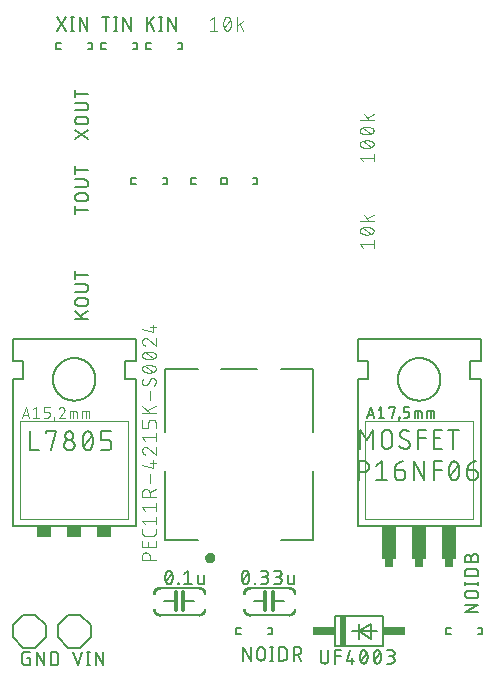
<source format=gbr>
G04 EAGLE Gerber RS-274X export*
G75*
%MOMM*%
%FSLAX34Y34*%
%LPD*%
%INSilkscreen Top*%
%IPPOS*%
%AMOC8*
5,1,8,0,0,1.08239X$1,22.5*%
G01*
%ADD10C,0.101600*%
%ADD11C,0.015238*%
%ADD12C,0.152400*%
%ADD13C,0.304800*%
%ADD14C,0.127000*%
%ADD15R,0.508000X2.540000*%
%ADD16R,1.905000X0.762000*%
%ADD17C,0.400000*%
%ADD18C,0.050800*%
%ADD19R,1.270000X0.889000*%
%ADD20C,0.177800*%
%ADD21R,0.762000X0.635000*%
%ADD22R,1.270000X2.794000*%


D10*
X178308Y555696D02*
X181554Y558292D01*
X181554Y546608D01*
X184799Y546608D02*
X178308Y546608D01*
X189738Y552450D02*
X189741Y552680D01*
X189749Y552910D01*
X189763Y553139D01*
X189782Y553368D01*
X189807Y553597D01*
X189837Y553824D01*
X189872Y554052D01*
X189913Y554278D01*
X189959Y554503D01*
X190011Y554727D01*
X190068Y554949D01*
X190130Y555171D01*
X190198Y555390D01*
X190271Y555608D01*
X190349Y555825D01*
X190432Y556039D01*
X190520Y556251D01*
X190613Y556461D01*
X190712Y556669D01*
X190745Y556759D01*
X190781Y556848D01*
X190821Y556936D01*
X190865Y557021D01*
X190912Y557105D01*
X190962Y557187D01*
X191016Y557267D01*
X191072Y557344D01*
X191132Y557420D01*
X191195Y557493D01*
X191260Y557563D01*
X191329Y557631D01*
X191400Y557695D01*
X191473Y557757D01*
X191549Y557816D01*
X191627Y557872D01*
X191708Y557925D01*
X191790Y557974D01*
X191874Y558020D01*
X191961Y558063D01*
X192048Y558102D01*
X192138Y558138D01*
X192228Y558170D01*
X192320Y558198D01*
X192413Y558223D01*
X192507Y558244D01*
X192601Y558261D01*
X192696Y558275D01*
X192792Y558284D01*
X192888Y558290D01*
X192984Y558292D01*
X193080Y558290D01*
X193176Y558284D01*
X193272Y558275D01*
X193367Y558261D01*
X193461Y558244D01*
X193555Y558223D01*
X193648Y558198D01*
X193740Y558170D01*
X193830Y558138D01*
X193920Y558102D01*
X194007Y558063D01*
X194094Y558020D01*
X194178Y557974D01*
X194260Y557925D01*
X194341Y557872D01*
X194419Y557816D01*
X194495Y557757D01*
X194568Y557695D01*
X194639Y557631D01*
X194708Y557563D01*
X194773Y557493D01*
X194836Y557420D01*
X194896Y557344D01*
X194952Y557267D01*
X195006Y557187D01*
X195056Y557105D01*
X195103Y557021D01*
X195147Y556936D01*
X195187Y556848D01*
X195223Y556759D01*
X195256Y556669D01*
X195355Y556462D01*
X195448Y556252D01*
X195536Y556039D01*
X195619Y555825D01*
X195697Y555609D01*
X195770Y555391D01*
X195838Y555171D01*
X195900Y554950D01*
X195957Y554727D01*
X196009Y554503D01*
X196055Y554278D01*
X196096Y554052D01*
X196131Y553825D01*
X196161Y553597D01*
X196186Y553368D01*
X196205Y553139D01*
X196219Y552910D01*
X196227Y552680D01*
X196230Y552450D01*
X189738Y552450D02*
X189741Y552220D01*
X189749Y551990D01*
X189763Y551761D01*
X189782Y551532D01*
X189807Y551303D01*
X189837Y551075D01*
X189872Y550848D01*
X189913Y550622D01*
X189959Y550397D01*
X190011Y550173D01*
X190068Y549950D01*
X190130Y549729D01*
X190198Y549509D01*
X190271Y549291D01*
X190349Y549075D01*
X190432Y548861D01*
X190520Y548649D01*
X190613Y548438D01*
X190712Y548231D01*
X190745Y548141D01*
X190781Y548052D01*
X190822Y547964D01*
X190865Y547879D01*
X190912Y547795D01*
X190962Y547713D01*
X191016Y547633D01*
X191072Y547556D01*
X191132Y547480D01*
X191195Y547407D01*
X191260Y547337D01*
X191329Y547269D01*
X191400Y547205D01*
X191473Y547143D01*
X191549Y547084D01*
X191627Y547028D01*
X191708Y546975D01*
X191790Y546926D01*
X191874Y546880D01*
X191961Y546837D01*
X192048Y546798D01*
X192138Y546762D01*
X192228Y546730D01*
X192320Y546702D01*
X192413Y546677D01*
X192507Y546656D01*
X192601Y546639D01*
X192696Y546625D01*
X192792Y546616D01*
X192888Y546610D01*
X192984Y546608D01*
X195255Y548231D02*
X195354Y548438D01*
X195447Y548649D01*
X195535Y548861D01*
X195618Y549075D01*
X195696Y549291D01*
X195769Y549509D01*
X195837Y549729D01*
X195899Y549950D01*
X195956Y550173D01*
X196008Y550397D01*
X196054Y550622D01*
X196095Y550848D01*
X196130Y551075D01*
X196160Y551303D01*
X196185Y551532D01*
X196204Y551761D01*
X196218Y551990D01*
X196226Y552220D01*
X196229Y552450D01*
X195256Y548231D02*
X195223Y548141D01*
X195187Y548052D01*
X195147Y547964D01*
X195103Y547879D01*
X195056Y547795D01*
X195006Y547713D01*
X194952Y547633D01*
X194896Y547556D01*
X194836Y547480D01*
X194773Y547407D01*
X194708Y547337D01*
X194639Y547269D01*
X194568Y547205D01*
X194495Y547143D01*
X194419Y547084D01*
X194341Y547028D01*
X194260Y546975D01*
X194178Y546926D01*
X194094Y546880D01*
X194007Y546837D01*
X193920Y546798D01*
X193830Y546762D01*
X193740Y546730D01*
X193648Y546702D01*
X193555Y546677D01*
X193461Y546656D01*
X193367Y546639D01*
X193272Y546625D01*
X193176Y546616D01*
X193080Y546610D01*
X192984Y546608D01*
X190387Y549204D02*
X195580Y555696D01*
X201572Y558292D02*
X201572Y546608D01*
X201572Y550503D02*
X206764Y554397D01*
X203843Y552125D02*
X206764Y546608D01*
D11*
X245185Y51385D02*
X245185Y52757D01*
X245186Y52757D02*
X245316Y52761D01*
X245445Y52769D01*
X245575Y52781D01*
X245703Y52796D01*
X245832Y52816D01*
X245959Y52839D01*
X246086Y52866D01*
X246213Y52897D01*
X246338Y52931D01*
X246462Y52969D01*
X246585Y53011D01*
X246706Y53056D01*
X246827Y53105D01*
X246945Y53158D01*
X247062Y53214D01*
X247178Y53273D01*
X247291Y53336D01*
X247403Y53402D01*
X247513Y53471D01*
X247620Y53544D01*
X247726Y53620D01*
X247829Y53698D01*
X247930Y53780D01*
X248028Y53865D01*
X248124Y53953D01*
X248217Y54043D01*
X248307Y54136D01*
X248395Y54232D01*
X248480Y54330D01*
X248562Y54431D01*
X248640Y54534D01*
X248716Y54640D01*
X248789Y54747D01*
X248858Y54857D01*
X248924Y54969D01*
X248987Y55082D01*
X249046Y55198D01*
X249102Y55315D01*
X249155Y55433D01*
X249204Y55554D01*
X249249Y55675D01*
X249291Y55798D01*
X249329Y55922D01*
X249363Y56047D01*
X249394Y56174D01*
X249421Y56301D01*
X249444Y56428D01*
X249464Y56557D01*
X249479Y56685D01*
X249491Y56815D01*
X249499Y56944D01*
X249503Y57074D01*
X250875Y57075D01*
X250875Y57074D01*
X250872Y56923D01*
X250864Y56772D01*
X250852Y56622D01*
X250836Y56472D01*
X250816Y56322D01*
X250793Y56173D01*
X250765Y56025D01*
X250734Y55877D01*
X250698Y55730D01*
X250659Y55585D01*
X250617Y55440D01*
X250570Y55296D01*
X250520Y55154D01*
X250465Y55013D01*
X250408Y54874D01*
X250346Y54736D01*
X250281Y54600D01*
X250213Y54465D01*
X250141Y54332D01*
X250065Y54202D01*
X249986Y54073D01*
X249904Y53946D01*
X249819Y53822D01*
X249730Y53700D01*
X249638Y53580D01*
X249543Y53463D01*
X249445Y53348D01*
X249344Y53236D01*
X249240Y53127D01*
X249133Y53020D01*
X249024Y52916D01*
X248912Y52815D01*
X248797Y52717D01*
X248680Y52622D01*
X248560Y52530D01*
X248438Y52441D01*
X248314Y52356D01*
X248187Y52274D01*
X248058Y52195D01*
X247928Y52119D01*
X247795Y52047D01*
X247660Y51979D01*
X247524Y51914D01*
X247386Y51852D01*
X247247Y51795D01*
X247106Y51740D01*
X246964Y51690D01*
X246820Y51643D01*
X246675Y51601D01*
X246530Y51562D01*
X246383Y51526D01*
X246235Y51495D01*
X246087Y51467D01*
X245938Y51444D01*
X245788Y51424D01*
X245638Y51408D01*
X245488Y51396D01*
X245337Y51388D01*
X245186Y51385D01*
X245186Y51528D01*
X245336Y51532D01*
X245485Y51540D01*
X245634Y51551D01*
X245783Y51567D01*
X245931Y51587D01*
X246079Y51611D01*
X246226Y51639D01*
X246372Y51671D01*
X246518Y51706D01*
X246662Y51745D01*
X246806Y51789D01*
X246948Y51836D01*
X247088Y51887D01*
X247228Y51941D01*
X247366Y51999D01*
X247502Y52061D01*
X247636Y52127D01*
X247769Y52196D01*
X247900Y52268D01*
X248029Y52344D01*
X248156Y52423D01*
X248281Y52506D01*
X248403Y52592D01*
X248523Y52682D01*
X248641Y52774D01*
X248756Y52869D01*
X248869Y52968D01*
X248979Y53070D01*
X249086Y53174D01*
X249190Y53281D01*
X249292Y53391D01*
X249391Y53504D01*
X249486Y53619D01*
X249578Y53737D01*
X249668Y53857D01*
X249754Y53979D01*
X249837Y54104D01*
X249916Y54231D01*
X249992Y54360D01*
X250064Y54491D01*
X250133Y54624D01*
X250199Y54758D01*
X250261Y54894D01*
X250319Y55032D01*
X250373Y55172D01*
X250424Y55312D01*
X250471Y55454D01*
X250515Y55598D01*
X250554Y55742D01*
X250589Y55888D01*
X250621Y56034D01*
X250649Y56181D01*
X250673Y56329D01*
X250693Y56477D01*
X250709Y56626D01*
X250720Y56775D01*
X250728Y56924D01*
X250732Y57074D01*
X250589Y57074D01*
X250586Y56928D01*
X250578Y56783D01*
X250566Y56637D01*
X250550Y56492D01*
X250531Y56348D01*
X250508Y56204D01*
X250481Y56061D01*
X250450Y55918D01*
X250415Y55777D01*
X250377Y55636D01*
X250335Y55496D01*
X250289Y55358D01*
X250239Y55221D01*
X250186Y55085D01*
X250129Y54951D01*
X250069Y54818D01*
X250005Y54687D01*
X249938Y54558D01*
X249867Y54430D01*
X249793Y54305D01*
X249716Y54181D01*
X249635Y54060D01*
X249552Y53940D01*
X249465Y53823D01*
X249375Y53709D01*
X249282Y53596D01*
X249186Y53487D01*
X249087Y53380D01*
X248985Y53275D01*
X248880Y53173D01*
X248773Y53074D01*
X248664Y52978D01*
X248551Y52885D01*
X248437Y52795D01*
X248320Y52708D01*
X248200Y52625D01*
X248079Y52544D01*
X247955Y52467D01*
X247830Y52393D01*
X247702Y52322D01*
X247573Y52255D01*
X247442Y52191D01*
X247309Y52131D01*
X247175Y52074D01*
X247039Y52021D01*
X246902Y51971D01*
X246764Y51925D01*
X246624Y51883D01*
X246483Y51845D01*
X246342Y51810D01*
X246199Y51779D01*
X246056Y51752D01*
X245912Y51729D01*
X245768Y51710D01*
X245623Y51694D01*
X245477Y51682D01*
X245332Y51674D01*
X245186Y51671D01*
X245186Y51814D01*
X245330Y51818D01*
X245475Y51825D01*
X245618Y51837D01*
X245762Y51853D01*
X245905Y51873D01*
X246048Y51896D01*
X246189Y51923D01*
X246330Y51954D01*
X246471Y51989D01*
X246610Y52028D01*
X246748Y52070D01*
X246884Y52117D01*
X247020Y52166D01*
X247154Y52220D01*
X247287Y52277D01*
X247418Y52338D01*
X247547Y52402D01*
X247675Y52470D01*
X247800Y52541D01*
X247924Y52615D01*
X248046Y52693D01*
X248165Y52774D01*
X248283Y52858D01*
X248398Y52946D01*
X248510Y53036D01*
X248620Y53130D01*
X248728Y53226D01*
X248832Y53325D01*
X248935Y53428D01*
X249034Y53532D01*
X249130Y53640D01*
X249224Y53750D01*
X249314Y53862D01*
X249402Y53977D01*
X249486Y54095D01*
X249567Y54214D01*
X249645Y54336D01*
X249719Y54460D01*
X249790Y54585D01*
X249858Y54713D01*
X249922Y54842D01*
X249983Y54973D01*
X250040Y55106D01*
X250094Y55240D01*
X250143Y55376D01*
X250190Y55512D01*
X250232Y55650D01*
X250271Y55789D01*
X250306Y55930D01*
X250337Y56071D01*
X250364Y56212D01*
X250387Y56355D01*
X250407Y56498D01*
X250423Y56642D01*
X250435Y56785D01*
X250442Y56930D01*
X250446Y57074D01*
X250303Y57074D01*
X250299Y56931D01*
X250291Y56788D01*
X250279Y56646D01*
X250264Y56504D01*
X250244Y56362D01*
X250220Y56221D01*
X250193Y56081D01*
X250161Y55941D01*
X250126Y55803D01*
X250087Y55665D01*
X250045Y55529D01*
X249998Y55394D01*
X249948Y55260D01*
X249894Y55127D01*
X249836Y54996D01*
X249775Y54867D01*
X249711Y54740D01*
X249643Y54614D01*
X249571Y54490D01*
X249496Y54368D01*
X249418Y54249D01*
X249337Y54131D01*
X249252Y54016D01*
X249164Y53903D01*
X249073Y53793D01*
X248979Y53685D01*
X248882Y53580D01*
X248783Y53477D01*
X248680Y53378D01*
X248575Y53281D01*
X248467Y53187D01*
X248357Y53096D01*
X248244Y53008D01*
X248129Y52923D01*
X248011Y52842D01*
X247892Y52764D01*
X247770Y52689D01*
X247646Y52617D01*
X247520Y52549D01*
X247393Y52485D01*
X247264Y52424D01*
X247133Y52366D01*
X247000Y52312D01*
X246866Y52262D01*
X246731Y52215D01*
X246595Y52173D01*
X246457Y52134D01*
X246319Y52099D01*
X246179Y52067D01*
X246039Y52040D01*
X245898Y52016D01*
X245756Y51996D01*
X245614Y51981D01*
X245472Y51969D01*
X245329Y51961D01*
X245186Y51957D01*
X245186Y52100D01*
X245327Y52104D01*
X245469Y52112D01*
X245610Y52124D01*
X245750Y52140D01*
X245890Y52160D01*
X246030Y52183D01*
X246169Y52211D01*
X246306Y52243D01*
X246443Y52278D01*
X246579Y52317D01*
X246714Y52361D01*
X246848Y52407D01*
X246980Y52458D01*
X247111Y52512D01*
X247240Y52570D01*
X247367Y52631D01*
X247493Y52696D01*
X247617Y52765D01*
X247738Y52837D01*
X247858Y52912D01*
X247976Y52991D01*
X248091Y53073D01*
X248204Y53158D01*
X248315Y53246D01*
X248423Y53337D01*
X248528Y53432D01*
X248631Y53529D01*
X248731Y53629D01*
X248828Y53732D01*
X248923Y53837D01*
X249014Y53945D01*
X249102Y54056D01*
X249187Y54169D01*
X249269Y54284D01*
X249348Y54402D01*
X249423Y54522D01*
X249495Y54643D01*
X249564Y54767D01*
X249629Y54893D01*
X249690Y55020D01*
X249748Y55149D01*
X249802Y55280D01*
X249853Y55412D01*
X249899Y55546D01*
X249943Y55681D01*
X249982Y55817D01*
X250017Y55954D01*
X250049Y56091D01*
X250077Y56230D01*
X250100Y56370D01*
X250120Y56510D01*
X250136Y56650D01*
X250148Y56791D01*
X250156Y56933D01*
X250160Y57074D01*
X250017Y57074D01*
X250013Y56937D01*
X250005Y56799D01*
X249994Y56663D01*
X249978Y56526D01*
X249959Y56390D01*
X249936Y56255D01*
X249909Y56120D01*
X249878Y55986D01*
X249844Y55853D01*
X249805Y55721D01*
X249763Y55590D01*
X249718Y55460D01*
X249669Y55332D01*
X249616Y55205D01*
X249560Y55080D01*
X249500Y54956D01*
X249437Y54834D01*
X249371Y54714D01*
X249301Y54595D01*
X249228Y54479D01*
X249151Y54365D01*
X249072Y54253D01*
X248989Y54143D01*
X248903Y54036D01*
X248815Y53931D01*
X248723Y53828D01*
X248629Y53728D01*
X248532Y53631D01*
X248432Y53537D01*
X248329Y53445D01*
X248224Y53357D01*
X248117Y53271D01*
X248007Y53188D01*
X247895Y53109D01*
X247781Y53032D01*
X247665Y52959D01*
X247546Y52889D01*
X247426Y52823D01*
X247304Y52760D01*
X247180Y52700D01*
X247055Y52644D01*
X246928Y52591D01*
X246800Y52542D01*
X246670Y52497D01*
X246539Y52455D01*
X246407Y52416D01*
X246274Y52382D01*
X246140Y52351D01*
X246005Y52324D01*
X245870Y52301D01*
X245734Y52282D01*
X245597Y52266D01*
X245461Y52255D01*
X245323Y52247D01*
X245186Y52243D01*
X245186Y52386D01*
X245322Y52390D01*
X245457Y52398D01*
X245593Y52409D01*
X245727Y52425D01*
X245862Y52445D01*
X245996Y52468D01*
X246129Y52495D01*
X246261Y52526D01*
X246392Y52561D01*
X246522Y52599D01*
X246651Y52641D01*
X246779Y52687D01*
X246906Y52736D01*
X247031Y52789D01*
X247154Y52846D01*
X247276Y52906D01*
X247396Y52969D01*
X247514Y53036D01*
X247631Y53106D01*
X247745Y53180D01*
X247857Y53256D01*
X247967Y53336D01*
X248074Y53419D01*
X248179Y53505D01*
X248282Y53594D01*
X248382Y53686D01*
X248479Y53781D01*
X248574Y53878D01*
X248666Y53978D01*
X248755Y54081D01*
X248841Y54186D01*
X248924Y54293D01*
X249004Y54403D01*
X249080Y54515D01*
X249154Y54629D01*
X249224Y54746D01*
X249291Y54864D01*
X249354Y54984D01*
X249414Y55106D01*
X249471Y55229D01*
X249524Y55354D01*
X249573Y55481D01*
X249619Y55609D01*
X249661Y55738D01*
X249699Y55868D01*
X249734Y55999D01*
X249765Y56131D01*
X249792Y56264D01*
X249815Y56398D01*
X249835Y56533D01*
X249851Y56667D01*
X249862Y56803D01*
X249870Y56938D01*
X249874Y57074D01*
X249731Y57074D01*
X249727Y56940D01*
X249719Y56806D01*
X249707Y56673D01*
X249691Y56539D01*
X249672Y56407D01*
X249648Y56275D01*
X249621Y56143D01*
X249590Y56013D01*
X249555Y55883D01*
X249516Y55755D01*
X249474Y55628D01*
X249428Y55502D01*
X249378Y55377D01*
X249325Y55254D01*
X249268Y55133D01*
X249208Y55013D01*
X249144Y54895D01*
X249077Y54779D01*
X249007Y54665D01*
X248933Y54552D01*
X248856Y54443D01*
X248776Y54335D01*
X248693Y54230D01*
X248607Y54127D01*
X248517Y54027D01*
X248425Y53930D01*
X248330Y53835D01*
X248233Y53743D01*
X248133Y53653D01*
X248030Y53567D01*
X247925Y53484D01*
X247817Y53404D01*
X247708Y53327D01*
X247595Y53253D01*
X247481Y53183D01*
X247365Y53116D01*
X247247Y53052D01*
X247127Y52992D01*
X247006Y52935D01*
X246883Y52882D01*
X246758Y52832D01*
X246632Y52786D01*
X246505Y52744D01*
X246377Y52705D01*
X246247Y52670D01*
X246117Y52639D01*
X245985Y52612D01*
X245853Y52588D01*
X245721Y52569D01*
X245587Y52553D01*
X245454Y52541D01*
X245320Y52533D01*
X245186Y52529D01*
X245186Y52672D01*
X245318Y52676D01*
X245450Y52684D01*
X245582Y52696D01*
X245714Y52712D01*
X245845Y52732D01*
X245975Y52755D01*
X246104Y52783D01*
X246233Y52814D01*
X246361Y52849D01*
X246487Y52888D01*
X246612Y52931D01*
X246736Y52977D01*
X246859Y53027D01*
X246980Y53080D01*
X247100Y53137D01*
X247217Y53198D01*
X247333Y53262D01*
X247447Y53329D01*
X247559Y53400D01*
X247669Y53474D01*
X247776Y53551D01*
X247881Y53631D01*
X247984Y53715D01*
X248084Y53801D01*
X248182Y53891D01*
X248277Y53983D01*
X248369Y54078D01*
X248459Y54176D01*
X248545Y54276D01*
X248629Y54379D01*
X248709Y54484D01*
X248786Y54591D01*
X248860Y54701D01*
X248931Y54813D01*
X248998Y54927D01*
X249062Y55043D01*
X249123Y55160D01*
X249180Y55280D01*
X249233Y55401D01*
X249283Y55524D01*
X249329Y55648D01*
X249372Y55773D01*
X249411Y55899D01*
X249446Y56027D01*
X249477Y56156D01*
X249505Y56285D01*
X249528Y56415D01*
X249548Y56546D01*
X249564Y56678D01*
X249576Y56810D01*
X249584Y56942D01*
X249588Y57074D01*
X250875Y69925D02*
X249503Y69925D01*
X249503Y69926D02*
X249499Y70056D01*
X249491Y70185D01*
X249479Y70315D01*
X249464Y70443D01*
X249444Y70572D01*
X249421Y70699D01*
X249394Y70826D01*
X249363Y70953D01*
X249329Y71078D01*
X249291Y71202D01*
X249249Y71325D01*
X249204Y71446D01*
X249155Y71567D01*
X249102Y71685D01*
X249046Y71802D01*
X248987Y71918D01*
X248924Y72031D01*
X248858Y72143D01*
X248789Y72253D01*
X248716Y72360D01*
X248640Y72466D01*
X248562Y72569D01*
X248480Y72670D01*
X248395Y72768D01*
X248307Y72864D01*
X248217Y72957D01*
X248124Y73047D01*
X248028Y73135D01*
X247930Y73220D01*
X247829Y73302D01*
X247726Y73380D01*
X247620Y73456D01*
X247513Y73529D01*
X247403Y73598D01*
X247291Y73664D01*
X247178Y73727D01*
X247062Y73786D01*
X246945Y73842D01*
X246827Y73895D01*
X246706Y73944D01*
X246585Y73989D01*
X246462Y74031D01*
X246338Y74069D01*
X246213Y74103D01*
X246086Y74134D01*
X245959Y74161D01*
X245832Y74184D01*
X245703Y74204D01*
X245575Y74219D01*
X245445Y74231D01*
X245316Y74239D01*
X245186Y74243D01*
X245185Y75615D01*
X245186Y75615D01*
X245337Y75612D01*
X245488Y75604D01*
X245638Y75592D01*
X245788Y75576D01*
X245938Y75556D01*
X246087Y75533D01*
X246235Y75505D01*
X246383Y75474D01*
X246530Y75438D01*
X246675Y75399D01*
X246820Y75357D01*
X246964Y75310D01*
X247106Y75260D01*
X247247Y75205D01*
X247386Y75148D01*
X247524Y75086D01*
X247660Y75021D01*
X247795Y74953D01*
X247928Y74881D01*
X248058Y74805D01*
X248187Y74726D01*
X248314Y74644D01*
X248438Y74559D01*
X248560Y74470D01*
X248680Y74378D01*
X248797Y74283D01*
X248912Y74185D01*
X249024Y74084D01*
X249133Y73980D01*
X249240Y73873D01*
X249344Y73764D01*
X249445Y73652D01*
X249543Y73537D01*
X249638Y73420D01*
X249730Y73300D01*
X249819Y73178D01*
X249904Y73054D01*
X249986Y72927D01*
X250065Y72798D01*
X250141Y72668D01*
X250213Y72535D01*
X250281Y72400D01*
X250346Y72264D01*
X250408Y72126D01*
X250465Y71987D01*
X250520Y71846D01*
X250570Y71704D01*
X250617Y71560D01*
X250659Y71415D01*
X250698Y71270D01*
X250734Y71123D01*
X250765Y70975D01*
X250793Y70827D01*
X250816Y70678D01*
X250836Y70528D01*
X250852Y70378D01*
X250864Y70228D01*
X250872Y70077D01*
X250875Y69926D01*
X250732Y69926D01*
X250728Y70076D01*
X250720Y70225D01*
X250709Y70374D01*
X250693Y70523D01*
X250673Y70671D01*
X250649Y70819D01*
X250621Y70966D01*
X250589Y71112D01*
X250554Y71258D01*
X250515Y71402D01*
X250471Y71546D01*
X250424Y71688D01*
X250373Y71828D01*
X250319Y71968D01*
X250261Y72106D01*
X250199Y72242D01*
X250133Y72376D01*
X250064Y72509D01*
X249992Y72640D01*
X249916Y72769D01*
X249837Y72896D01*
X249754Y73021D01*
X249668Y73143D01*
X249578Y73263D01*
X249486Y73381D01*
X249391Y73496D01*
X249292Y73609D01*
X249190Y73719D01*
X249086Y73826D01*
X248979Y73930D01*
X248869Y74032D01*
X248756Y74131D01*
X248641Y74226D01*
X248523Y74318D01*
X248403Y74408D01*
X248281Y74494D01*
X248156Y74577D01*
X248029Y74656D01*
X247900Y74732D01*
X247769Y74804D01*
X247636Y74873D01*
X247502Y74939D01*
X247366Y75001D01*
X247228Y75059D01*
X247088Y75113D01*
X246948Y75164D01*
X246806Y75211D01*
X246662Y75255D01*
X246518Y75294D01*
X246372Y75329D01*
X246226Y75361D01*
X246079Y75389D01*
X245931Y75413D01*
X245783Y75433D01*
X245634Y75449D01*
X245485Y75460D01*
X245336Y75468D01*
X245186Y75472D01*
X245186Y75329D01*
X245332Y75326D01*
X245477Y75318D01*
X245623Y75306D01*
X245768Y75290D01*
X245912Y75271D01*
X246056Y75248D01*
X246199Y75221D01*
X246342Y75190D01*
X246483Y75155D01*
X246624Y75117D01*
X246764Y75075D01*
X246902Y75029D01*
X247039Y74979D01*
X247175Y74926D01*
X247309Y74869D01*
X247442Y74809D01*
X247573Y74745D01*
X247702Y74678D01*
X247830Y74607D01*
X247955Y74533D01*
X248079Y74456D01*
X248200Y74375D01*
X248320Y74292D01*
X248437Y74205D01*
X248551Y74115D01*
X248664Y74022D01*
X248773Y73926D01*
X248880Y73827D01*
X248985Y73725D01*
X249087Y73620D01*
X249186Y73513D01*
X249282Y73404D01*
X249375Y73291D01*
X249465Y73177D01*
X249552Y73060D01*
X249635Y72940D01*
X249716Y72819D01*
X249793Y72695D01*
X249867Y72570D01*
X249938Y72442D01*
X250005Y72313D01*
X250069Y72182D01*
X250129Y72049D01*
X250186Y71915D01*
X250239Y71779D01*
X250289Y71642D01*
X250335Y71504D01*
X250377Y71364D01*
X250415Y71223D01*
X250450Y71082D01*
X250481Y70939D01*
X250508Y70796D01*
X250531Y70652D01*
X250550Y70508D01*
X250566Y70363D01*
X250578Y70217D01*
X250586Y70072D01*
X250589Y69926D01*
X250446Y69926D01*
X250442Y70070D01*
X250435Y70215D01*
X250423Y70358D01*
X250407Y70502D01*
X250387Y70645D01*
X250364Y70788D01*
X250337Y70929D01*
X250306Y71070D01*
X250271Y71211D01*
X250232Y71350D01*
X250190Y71488D01*
X250143Y71624D01*
X250094Y71760D01*
X250040Y71894D01*
X249983Y72027D01*
X249922Y72158D01*
X249858Y72287D01*
X249790Y72415D01*
X249719Y72540D01*
X249645Y72664D01*
X249567Y72786D01*
X249486Y72905D01*
X249402Y73023D01*
X249314Y73138D01*
X249224Y73250D01*
X249130Y73360D01*
X249034Y73468D01*
X248935Y73572D01*
X248832Y73675D01*
X248728Y73774D01*
X248620Y73870D01*
X248510Y73964D01*
X248398Y74054D01*
X248283Y74142D01*
X248165Y74226D01*
X248046Y74307D01*
X247924Y74385D01*
X247800Y74459D01*
X247675Y74530D01*
X247547Y74598D01*
X247418Y74662D01*
X247287Y74723D01*
X247154Y74780D01*
X247020Y74834D01*
X246884Y74883D01*
X246748Y74930D01*
X246610Y74972D01*
X246471Y75011D01*
X246330Y75046D01*
X246189Y75077D01*
X246048Y75104D01*
X245905Y75127D01*
X245762Y75147D01*
X245618Y75163D01*
X245475Y75175D01*
X245330Y75182D01*
X245186Y75186D01*
X245186Y75043D01*
X245329Y75039D01*
X245472Y75031D01*
X245614Y75019D01*
X245756Y75004D01*
X245898Y74984D01*
X246039Y74960D01*
X246179Y74933D01*
X246319Y74901D01*
X246457Y74866D01*
X246595Y74827D01*
X246731Y74785D01*
X246866Y74738D01*
X247000Y74688D01*
X247133Y74634D01*
X247264Y74576D01*
X247393Y74515D01*
X247520Y74451D01*
X247646Y74383D01*
X247770Y74311D01*
X247892Y74236D01*
X248011Y74158D01*
X248129Y74077D01*
X248244Y73992D01*
X248357Y73904D01*
X248467Y73813D01*
X248575Y73719D01*
X248680Y73622D01*
X248783Y73523D01*
X248882Y73420D01*
X248979Y73315D01*
X249073Y73207D01*
X249164Y73097D01*
X249252Y72984D01*
X249337Y72869D01*
X249418Y72751D01*
X249496Y72632D01*
X249571Y72510D01*
X249643Y72386D01*
X249711Y72260D01*
X249775Y72133D01*
X249836Y72004D01*
X249894Y71873D01*
X249948Y71740D01*
X249998Y71606D01*
X250045Y71471D01*
X250087Y71335D01*
X250126Y71197D01*
X250161Y71059D01*
X250193Y70919D01*
X250220Y70779D01*
X250244Y70638D01*
X250264Y70496D01*
X250279Y70354D01*
X250291Y70212D01*
X250299Y70069D01*
X250303Y69926D01*
X250160Y69926D01*
X250156Y70067D01*
X250148Y70209D01*
X250136Y70350D01*
X250120Y70490D01*
X250100Y70630D01*
X250077Y70770D01*
X250049Y70909D01*
X250017Y71046D01*
X249982Y71183D01*
X249943Y71319D01*
X249899Y71454D01*
X249853Y71588D01*
X249802Y71720D01*
X249748Y71851D01*
X249690Y71980D01*
X249629Y72107D01*
X249564Y72233D01*
X249495Y72357D01*
X249423Y72478D01*
X249348Y72598D01*
X249269Y72716D01*
X249187Y72831D01*
X249102Y72944D01*
X249014Y73055D01*
X248923Y73163D01*
X248828Y73268D01*
X248731Y73371D01*
X248631Y73471D01*
X248528Y73568D01*
X248423Y73663D01*
X248315Y73754D01*
X248204Y73842D01*
X248091Y73927D01*
X247976Y74009D01*
X247858Y74088D01*
X247738Y74163D01*
X247617Y74235D01*
X247493Y74304D01*
X247367Y74369D01*
X247240Y74430D01*
X247111Y74488D01*
X246980Y74542D01*
X246848Y74593D01*
X246714Y74639D01*
X246579Y74683D01*
X246443Y74722D01*
X246306Y74757D01*
X246169Y74789D01*
X246030Y74817D01*
X245890Y74840D01*
X245750Y74860D01*
X245610Y74876D01*
X245469Y74888D01*
X245327Y74896D01*
X245186Y74900D01*
X245186Y74757D01*
X245323Y74753D01*
X245461Y74745D01*
X245597Y74734D01*
X245734Y74718D01*
X245870Y74699D01*
X246005Y74676D01*
X246140Y74649D01*
X246274Y74618D01*
X246407Y74584D01*
X246539Y74545D01*
X246670Y74503D01*
X246800Y74458D01*
X246928Y74409D01*
X247055Y74356D01*
X247180Y74300D01*
X247304Y74240D01*
X247426Y74177D01*
X247546Y74111D01*
X247665Y74041D01*
X247781Y73968D01*
X247895Y73891D01*
X248007Y73812D01*
X248117Y73729D01*
X248224Y73643D01*
X248329Y73555D01*
X248432Y73463D01*
X248532Y73369D01*
X248629Y73272D01*
X248723Y73172D01*
X248815Y73069D01*
X248903Y72964D01*
X248989Y72857D01*
X249072Y72747D01*
X249151Y72635D01*
X249228Y72521D01*
X249301Y72405D01*
X249371Y72286D01*
X249437Y72166D01*
X249500Y72044D01*
X249560Y71920D01*
X249616Y71795D01*
X249669Y71668D01*
X249718Y71540D01*
X249763Y71410D01*
X249805Y71279D01*
X249844Y71147D01*
X249878Y71014D01*
X249909Y70880D01*
X249936Y70745D01*
X249959Y70610D01*
X249978Y70474D01*
X249994Y70337D01*
X250005Y70201D01*
X250013Y70063D01*
X250017Y69926D01*
X249874Y69926D01*
X249870Y70062D01*
X249862Y70197D01*
X249851Y70333D01*
X249835Y70467D01*
X249815Y70602D01*
X249792Y70736D01*
X249765Y70869D01*
X249734Y71001D01*
X249699Y71132D01*
X249661Y71262D01*
X249619Y71391D01*
X249573Y71519D01*
X249524Y71646D01*
X249471Y71771D01*
X249414Y71894D01*
X249354Y72016D01*
X249291Y72136D01*
X249224Y72254D01*
X249154Y72371D01*
X249080Y72485D01*
X249004Y72597D01*
X248924Y72707D01*
X248841Y72814D01*
X248755Y72919D01*
X248666Y73022D01*
X248574Y73122D01*
X248479Y73219D01*
X248382Y73314D01*
X248282Y73406D01*
X248179Y73495D01*
X248074Y73581D01*
X247967Y73664D01*
X247857Y73744D01*
X247745Y73820D01*
X247631Y73894D01*
X247514Y73964D01*
X247396Y74031D01*
X247276Y74094D01*
X247154Y74154D01*
X247031Y74211D01*
X246906Y74264D01*
X246779Y74313D01*
X246651Y74359D01*
X246522Y74401D01*
X246392Y74439D01*
X246261Y74474D01*
X246129Y74505D01*
X245996Y74532D01*
X245862Y74555D01*
X245727Y74575D01*
X245593Y74591D01*
X245457Y74602D01*
X245322Y74610D01*
X245186Y74614D01*
X245186Y74471D01*
X245320Y74467D01*
X245454Y74459D01*
X245587Y74447D01*
X245721Y74431D01*
X245853Y74412D01*
X245985Y74388D01*
X246117Y74361D01*
X246247Y74330D01*
X246377Y74295D01*
X246505Y74256D01*
X246632Y74214D01*
X246758Y74168D01*
X246883Y74118D01*
X247006Y74065D01*
X247127Y74008D01*
X247247Y73948D01*
X247365Y73884D01*
X247481Y73817D01*
X247595Y73747D01*
X247708Y73673D01*
X247817Y73596D01*
X247925Y73516D01*
X248030Y73433D01*
X248133Y73347D01*
X248233Y73257D01*
X248330Y73165D01*
X248425Y73070D01*
X248517Y72973D01*
X248607Y72873D01*
X248693Y72770D01*
X248776Y72665D01*
X248856Y72557D01*
X248933Y72448D01*
X249007Y72335D01*
X249077Y72221D01*
X249144Y72105D01*
X249208Y71987D01*
X249268Y71867D01*
X249325Y71746D01*
X249378Y71623D01*
X249428Y71498D01*
X249474Y71372D01*
X249516Y71245D01*
X249555Y71117D01*
X249590Y70987D01*
X249621Y70857D01*
X249648Y70725D01*
X249672Y70593D01*
X249691Y70461D01*
X249707Y70327D01*
X249719Y70194D01*
X249727Y70060D01*
X249731Y69926D01*
X249588Y69926D01*
X249584Y70058D01*
X249576Y70190D01*
X249564Y70322D01*
X249548Y70454D01*
X249528Y70585D01*
X249505Y70715D01*
X249477Y70844D01*
X249446Y70973D01*
X249411Y71101D01*
X249372Y71227D01*
X249329Y71352D01*
X249283Y71476D01*
X249233Y71599D01*
X249180Y71720D01*
X249123Y71840D01*
X249062Y71957D01*
X248998Y72073D01*
X248931Y72187D01*
X248860Y72299D01*
X248786Y72409D01*
X248709Y72516D01*
X248629Y72621D01*
X248545Y72724D01*
X248459Y72824D01*
X248369Y72922D01*
X248277Y73017D01*
X248182Y73109D01*
X248084Y73199D01*
X247984Y73285D01*
X247881Y73369D01*
X247776Y73449D01*
X247669Y73526D01*
X247559Y73600D01*
X247447Y73671D01*
X247333Y73738D01*
X247217Y73802D01*
X247100Y73863D01*
X246980Y73920D01*
X246859Y73973D01*
X246736Y74023D01*
X246612Y74069D01*
X246487Y74112D01*
X246361Y74151D01*
X246233Y74186D01*
X246104Y74217D01*
X245975Y74245D01*
X245845Y74268D01*
X245714Y74288D01*
X245582Y74304D01*
X245450Y74316D01*
X245318Y74324D01*
X245186Y74328D01*
D12*
X245110Y52070D02*
X212090Y52070D01*
X212090Y74930D02*
X245110Y74930D01*
D11*
X206325Y57075D02*
X207697Y57075D01*
X207697Y57074D02*
X207701Y56944D01*
X207709Y56815D01*
X207721Y56685D01*
X207736Y56557D01*
X207756Y56428D01*
X207779Y56301D01*
X207806Y56174D01*
X207837Y56047D01*
X207871Y55922D01*
X207909Y55798D01*
X207951Y55675D01*
X207996Y55554D01*
X208045Y55433D01*
X208098Y55315D01*
X208154Y55198D01*
X208213Y55082D01*
X208276Y54969D01*
X208342Y54857D01*
X208411Y54747D01*
X208484Y54640D01*
X208560Y54534D01*
X208638Y54431D01*
X208720Y54330D01*
X208805Y54232D01*
X208893Y54136D01*
X208983Y54043D01*
X209076Y53953D01*
X209172Y53865D01*
X209270Y53780D01*
X209371Y53698D01*
X209474Y53620D01*
X209580Y53544D01*
X209687Y53471D01*
X209797Y53402D01*
X209909Y53336D01*
X210022Y53273D01*
X210138Y53214D01*
X210255Y53158D01*
X210373Y53105D01*
X210494Y53056D01*
X210615Y53011D01*
X210738Y52969D01*
X210862Y52931D01*
X210987Y52897D01*
X211114Y52866D01*
X211241Y52839D01*
X211368Y52816D01*
X211497Y52796D01*
X211625Y52781D01*
X211755Y52769D01*
X211884Y52761D01*
X212014Y52757D01*
X212015Y51385D01*
X212014Y51385D01*
X211863Y51388D01*
X211712Y51396D01*
X211562Y51408D01*
X211412Y51424D01*
X211262Y51444D01*
X211113Y51467D01*
X210965Y51495D01*
X210817Y51526D01*
X210670Y51562D01*
X210525Y51601D01*
X210380Y51643D01*
X210236Y51690D01*
X210094Y51740D01*
X209953Y51795D01*
X209814Y51852D01*
X209676Y51914D01*
X209540Y51979D01*
X209405Y52047D01*
X209272Y52119D01*
X209142Y52195D01*
X209013Y52274D01*
X208886Y52356D01*
X208762Y52441D01*
X208640Y52530D01*
X208520Y52622D01*
X208403Y52717D01*
X208288Y52815D01*
X208176Y52916D01*
X208067Y53020D01*
X207960Y53127D01*
X207856Y53236D01*
X207755Y53348D01*
X207657Y53463D01*
X207562Y53580D01*
X207470Y53700D01*
X207381Y53822D01*
X207296Y53946D01*
X207214Y54073D01*
X207135Y54202D01*
X207059Y54332D01*
X206987Y54465D01*
X206919Y54600D01*
X206854Y54736D01*
X206792Y54874D01*
X206735Y55013D01*
X206680Y55154D01*
X206630Y55296D01*
X206583Y55440D01*
X206541Y55585D01*
X206502Y55730D01*
X206466Y55877D01*
X206435Y56025D01*
X206407Y56173D01*
X206384Y56322D01*
X206364Y56472D01*
X206348Y56622D01*
X206336Y56772D01*
X206328Y56923D01*
X206325Y57074D01*
X206468Y57074D01*
X206472Y56924D01*
X206480Y56775D01*
X206491Y56626D01*
X206507Y56477D01*
X206527Y56329D01*
X206551Y56181D01*
X206579Y56034D01*
X206611Y55888D01*
X206646Y55742D01*
X206685Y55598D01*
X206729Y55454D01*
X206776Y55312D01*
X206827Y55172D01*
X206881Y55032D01*
X206939Y54894D01*
X207001Y54758D01*
X207067Y54624D01*
X207136Y54491D01*
X207208Y54360D01*
X207284Y54231D01*
X207363Y54104D01*
X207446Y53979D01*
X207532Y53857D01*
X207622Y53737D01*
X207714Y53619D01*
X207809Y53504D01*
X207908Y53391D01*
X208010Y53281D01*
X208114Y53174D01*
X208221Y53070D01*
X208331Y52968D01*
X208444Y52869D01*
X208559Y52774D01*
X208677Y52682D01*
X208797Y52592D01*
X208919Y52506D01*
X209044Y52423D01*
X209171Y52344D01*
X209300Y52268D01*
X209431Y52196D01*
X209564Y52127D01*
X209698Y52061D01*
X209834Y51999D01*
X209972Y51941D01*
X210112Y51887D01*
X210252Y51836D01*
X210394Y51789D01*
X210538Y51745D01*
X210682Y51706D01*
X210828Y51671D01*
X210974Y51639D01*
X211121Y51611D01*
X211269Y51587D01*
X211417Y51567D01*
X211566Y51551D01*
X211715Y51540D01*
X211864Y51532D01*
X212014Y51528D01*
X212014Y51671D01*
X211868Y51674D01*
X211723Y51682D01*
X211577Y51694D01*
X211432Y51710D01*
X211288Y51729D01*
X211144Y51752D01*
X211001Y51779D01*
X210858Y51810D01*
X210717Y51845D01*
X210576Y51883D01*
X210436Y51925D01*
X210298Y51971D01*
X210161Y52021D01*
X210025Y52074D01*
X209891Y52131D01*
X209758Y52191D01*
X209627Y52255D01*
X209498Y52322D01*
X209370Y52393D01*
X209245Y52467D01*
X209121Y52544D01*
X209000Y52625D01*
X208880Y52708D01*
X208763Y52795D01*
X208649Y52885D01*
X208536Y52978D01*
X208427Y53074D01*
X208320Y53173D01*
X208215Y53275D01*
X208113Y53380D01*
X208014Y53487D01*
X207918Y53596D01*
X207825Y53709D01*
X207735Y53823D01*
X207648Y53940D01*
X207565Y54060D01*
X207484Y54181D01*
X207407Y54305D01*
X207333Y54430D01*
X207262Y54558D01*
X207195Y54687D01*
X207131Y54818D01*
X207071Y54951D01*
X207014Y55085D01*
X206961Y55221D01*
X206911Y55358D01*
X206865Y55496D01*
X206823Y55636D01*
X206785Y55777D01*
X206750Y55918D01*
X206719Y56061D01*
X206692Y56204D01*
X206669Y56348D01*
X206650Y56492D01*
X206634Y56637D01*
X206622Y56783D01*
X206614Y56928D01*
X206611Y57074D01*
X206754Y57074D01*
X206758Y56930D01*
X206765Y56785D01*
X206777Y56642D01*
X206793Y56498D01*
X206813Y56355D01*
X206836Y56212D01*
X206863Y56071D01*
X206894Y55930D01*
X206929Y55789D01*
X206968Y55650D01*
X207010Y55512D01*
X207057Y55376D01*
X207106Y55240D01*
X207160Y55106D01*
X207217Y54973D01*
X207278Y54842D01*
X207342Y54713D01*
X207410Y54585D01*
X207481Y54460D01*
X207555Y54336D01*
X207633Y54214D01*
X207714Y54095D01*
X207798Y53977D01*
X207886Y53862D01*
X207976Y53750D01*
X208070Y53640D01*
X208166Y53532D01*
X208265Y53428D01*
X208368Y53325D01*
X208472Y53226D01*
X208580Y53130D01*
X208690Y53036D01*
X208802Y52946D01*
X208917Y52858D01*
X209035Y52774D01*
X209154Y52693D01*
X209276Y52615D01*
X209400Y52541D01*
X209525Y52470D01*
X209653Y52402D01*
X209782Y52338D01*
X209913Y52277D01*
X210046Y52220D01*
X210180Y52166D01*
X210316Y52117D01*
X210452Y52070D01*
X210590Y52028D01*
X210729Y51989D01*
X210870Y51954D01*
X211011Y51923D01*
X211152Y51896D01*
X211295Y51873D01*
X211438Y51853D01*
X211582Y51837D01*
X211725Y51825D01*
X211870Y51818D01*
X212014Y51814D01*
X212014Y51957D01*
X211871Y51961D01*
X211728Y51969D01*
X211586Y51981D01*
X211444Y51996D01*
X211302Y52016D01*
X211161Y52040D01*
X211021Y52067D01*
X210881Y52099D01*
X210743Y52134D01*
X210605Y52173D01*
X210469Y52215D01*
X210334Y52262D01*
X210200Y52312D01*
X210067Y52366D01*
X209936Y52424D01*
X209807Y52485D01*
X209680Y52549D01*
X209554Y52617D01*
X209430Y52689D01*
X209308Y52764D01*
X209189Y52842D01*
X209071Y52923D01*
X208956Y53008D01*
X208843Y53096D01*
X208733Y53187D01*
X208625Y53281D01*
X208520Y53378D01*
X208417Y53477D01*
X208318Y53580D01*
X208221Y53685D01*
X208127Y53793D01*
X208036Y53903D01*
X207948Y54016D01*
X207863Y54131D01*
X207782Y54249D01*
X207704Y54368D01*
X207629Y54490D01*
X207557Y54614D01*
X207489Y54740D01*
X207425Y54867D01*
X207364Y54996D01*
X207306Y55127D01*
X207252Y55260D01*
X207202Y55394D01*
X207155Y55529D01*
X207113Y55665D01*
X207074Y55803D01*
X207039Y55941D01*
X207007Y56081D01*
X206980Y56221D01*
X206956Y56362D01*
X206936Y56504D01*
X206921Y56646D01*
X206909Y56788D01*
X206901Y56931D01*
X206897Y57074D01*
X207040Y57074D01*
X207044Y56933D01*
X207052Y56791D01*
X207064Y56650D01*
X207080Y56510D01*
X207100Y56370D01*
X207123Y56230D01*
X207151Y56091D01*
X207183Y55954D01*
X207218Y55817D01*
X207257Y55681D01*
X207301Y55546D01*
X207347Y55412D01*
X207398Y55280D01*
X207452Y55149D01*
X207510Y55020D01*
X207571Y54893D01*
X207636Y54767D01*
X207705Y54643D01*
X207777Y54522D01*
X207852Y54402D01*
X207931Y54284D01*
X208013Y54169D01*
X208098Y54056D01*
X208186Y53945D01*
X208277Y53837D01*
X208372Y53732D01*
X208469Y53629D01*
X208569Y53529D01*
X208672Y53432D01*
X208777Y53337D01*
X208885Y53246D01*
X208996Y53158D01*
X209109Y53073D01*
X209224Y52991D01*
X209342Y52912D01*
X209462Y52837D01*
X209583Y52765D01*
X209707Y52696D01*
X209833Y52631D01*
X209960Y52570D01*
X210089Y52512D01*
X210220Y52458D01*
X210352Y52407D01*
X210486Y52361D01*
X210621Y52317D01*
X210757Y52278D01*
X210894Y52243D01*
X211031Y52211D01*
X211170Y52183D01*
X211310Y52160D01*
X211450Y52140D01*
X211590Y52124D01*
X211731Y52112D01*
X211873Y52104D01*
X212014Y52100D01*
X212014Y52243D01*
X211877Y52247D01*
X211739Y52255D01*
X211603Y52266D01*
X211466Y52282D01*
X211330Y52301D01*
X211195Y52324D01*
X211060Y52351D01*
X210926Y52382D01*
X210793Y52416D01*
X210661Y52455D01*
X210530Y52497D01*
X210400Y52542D01*
X210272Y52591D01*
X210145Y52644D01*
X210020Y52700D01*
X209896Y52760D01*
X209774Y52823D01*
X209654Y52889D01*
X209535Y52959D01*
X209419Y53032D01*
X209305Y53109D01*
X209193Y53188D01*
X209083Y53271D01*
X208976Y53357D01*
X208871Y53445D01*
X208768Y53537D01*
X208668Y53631D01*
X208571Y53728D01*
X208477Y53828D01*
X208385Y53931D01*
X208297Y54036D01*
X208211Y54143D01*
X208128Y54253D01*
X208049Y54365D01*
X207972Y54479D01*
X207899Y54595D01*
X207829Y54714D01*
X207763Y54834D01*
X207700Y54956D01*
X207640Y55080D01*
X207584Y55205D01*
X207531Y55332D01*
X207482Y55460D01*
X207437Y55590D01*
X207395Y55721D01*
X207356Y55853D01*
X207322Y55986D01*
X207291Y56120D01*
X207264Y56255D01*
X207241Y56390D01*
X207222Y56526D01*
X207206Y56663D01*
X207195Y56799D01*
X207187Y56937D01*
X207183Y57074D01*
X207326Y57074D01*
X207330Y56938D01*
X207338Y56803D01*
X207349Y56667D01*
X207365Y56533D01*
X207385Y56398D01*
X207408Y56264D01*
X207435Y56131D01*
X207466Y55999D01*
X207501Y55868D01*
X207539Y55738D01*
X207581Y55609D01*
X207627Y55481D01*
X207676Y55354D01*
X207729Y55229D01*
X207786Y55106D01*
X207846Y54984D01*
X207909Y54864D01*
X207976Y54746D01*
X208046Y54629D01*
X208120Y54515D01*
X208196Y54403D01*
X208276Y54293D01*
X208359Y54186D01*
X208445Y54081D01*
X208534Y53978D01*
X208626Y53878D01*
X208721Y53781D01*
X208818Y53686D01*
X208918Y53594D01*
X209021Y53505D01*
X209126Y53419D01*
X209233Y53336D01*
X209343Y53256D01*
X209455Y53180D01*
X209569Y53106D01*
X209686Y53036D01*
X209804Y52969D01*
X209924Y52906D01*
X210046Y52846D01*
X210169Y52789D01*
X210294Y52736D01*
X210421Y52687D01*
X210549Y52641D01*
X210678Y52599D01*
X210808Y52561D01*
X210939Y52526D01*
X211071Y52495D01*
X211204Y52468D01*
X211338Y52445D01*
X211473Y52425D01*
X211607Y52409D01*
X211743Y52398D01*
X211878Y52390D01*
X212014Y52386D01*
X212014Y52529D01*
X211880Y52533D01*
X211746Y52541D01*
X211613Y52553D01*
X211479Y52569D01*
X211347Y52588D01*
X211215Y52612D01*
X211083Y52639D01*
X210953Y52670D01*
X210823Y52705D01*
X210695Y52744D01*
X210568Y52786D01*
X210442Y52832D01*
X210317Y52882D01*
X210194Y52935D01*
X210073Y52992D01*
X209953Y53052D01*
X209835Y53116D01*
X209719Y53183D01*
X209605Y53253D01*
X209492Y53327D01*
X209383Y53404D01*
X209275Y53484D01*
X209170Y53567D01*
X209067Y53653D01*
X208967Y53743D01*
X208870Y53835D01*
X208775Y53930D01*
X208683Y54027D01*
X208593Y54127D01*
X208507Y54230D01*
X208424Y54335D01*
X208344Y54443D01*
X208267Y54552D01*
X208193Y54665D01*
X208123Y54779D01*
X208056Y54895D01*
X207992Y55013D01*
X207932Y55133D01*
X207875Y55254D01*
X207822Y55377D01*
X207772Y55502D01*
X207726Y55628D01*
X207684Y55755D01*
X207645Y55883D01*
X207610Y56013D01*
X207579Y56143D01*
X207552Y56275D01*
X207528Y56407D01*
X207509Y56539D01*
X207493Y56673D01*
X207481Y56806D01*
X207473Y56940D01*
X207469Y57074D01*
X207612Y57074D01*
X207616Y56942D01*
X207624Y56810D01*
X207636Y56678D01*
X207652Y56546D01*
X207672Y56415D01*
X207695Y56285D01*
X207723Y56156D01*
X207754Y56027D01*
X207789Y55899D01*
X207828Y55773D01*
X207871Y55648D01*
X207917Y55524D01*
X207967Y55401D01*
X208020Y55280D01*
X208077Y55160D01*
X208138Y55043D01*
X208202Y54927D01*
X208269Y54813D01*
X208340Y54701D01*
X208414Y54591D01*
X208491Y54484D01*
X208571Y54379D01*
X208655Y54276D01*
X208741Y54176D01*
X208831Y54078D01*
X208923Y53983D01*
X209018Y53891D01*
X209116Y53801D01*
X209216Y53715D01*
X209319Y53631D01*
X209424Y53551D01*
X209531Y53474D01*
X209641Y53400D01*
X209753Y53329D01*
X209867Y53262D01*
X209983Y53198D01*
X210100Y53137D01*
X210220Y53080D01*
X210341Y53027D01*
X210464Y52977D01*
X210588Y52931D01*
X210713Y52888D01*
X210839Y52849D01*
X210967Y52814D01*
X211096Y52783D01*
X211225Y52755D01*
X211355Y52732D01*
X211486Y52712D01*
X211618Y52696D01*
X211750Y52684D01*
X211882Y52676D01*
X212014Y52672D01*
X212015Y75615D02*
X212015Y74243D01*
X212014Y74243D02*
X211884Y74239D01*
X211755Y74231D01*
X211625Y74219D01*
X211497Y74204D01*
X211368Y74184D01*
X211241Y74161D01*
X211114Y74134D01*
X210987Y74103D01*
X210862Y74069D01*
X210738Y74031D01*
X210615Y73989D01*
X210494Y73944D01*
X210373Y73895D01*
X210255Y73842D01*
X210138Y73786D01*
X210022Y73727D01*
X209909Y73664D01*
X209797Y73598D01*
X209687Y73529D01*
X209580Y73456D01*
X209474Y73380D01*
X209371Y73302D01*
X209270Y73220D01*
X209172Y73135D01*
X209076Y73047D01*
X208983Y72957D01*
X208893Y72864D01*
X208805Y72768D01*
X208720Y72670D01*
X208638Y72569D01*
X208560Y72466D01*
X208484Y72360D01*
X208411Y72253D01*
X208342Y72143D01*
X208276Y72031D01*
X208213Y71918D01*
X208154Y71802D01*
X208098Y71685D01*
X208045Y71567D01*
X207996Y71446D01*
X207951Y71325D01*
X207909Y71202D01*
X207871Y71078D01*
X207837Y70953D01*
X207806Y70826D01*
X207779Y70699D01*
X207756Y70572D01*
X207736Y70443D01*
X207721Y70315D01*
X207709Y70185D01*
X207701Y70056D01*
X207697Y69926D01*
X206325Y69925D01*
X206325Y69926D01*
X206328Y70077D01*
X206336Y70228D01*
X206348Y70378D01*
X206364Y70528D01*
X206384Y70678D01*
X206407Y70827D01*
X206435Y70975D01*
X206466Y71123D01*
X206502Y71270D01*
X206541Y71415D01*
X206583Y71560D01*
X206630Y71704D01*
X206680Y71846D01*
X206735Y71987D01*
X206792Y72126D01*
X206854Y72264D01*
X206919Y72400D01*
X206987Y72535D01*
X207059Y72668D01*
X207135Y72798D01*
X207214Y72927D01*
X207296Y73054D01*
X207381Y73178D01*
X207470Y73300D01*
X207562Y73420D01*
X207657Y73537D01*
X207755Y73652D01*
X207856Y73764D01*
X207960Y73873D01*
X208067Y73980D01*
X208176Y74084D01*
X208288Y74185D01*
X208403Y74283D01*
X208520Y74378D01*
X208640Y74470D01*
X208762Y74559D01*
X208886Y74644D01*
X209013Y74726D01*
X209142Y74805D01*
X209272Y74881D01*
X209405Y74953D01*
X209540Y75021D01*
X209676Y75086D01*
X209814Y75148D01*
X209953Y75205D01*
X210094Y75260D01*
X210236Y75310D01*
X210380Y75357D01*
X210525Y75399D01*
X210670Y75438D01*
X210817Y75474D01*
X210965Y75505D01*
X211113Y75533D01*
X211262Y75556D01*
X211412Y75576D01*
X211562Y75592D01*
X211712Y75604D01*
X211863Y75612D01*
X212014Y75615D01*
X212014Y75472D01*
X211864Y75468D01*
X211715Y75460D01*
X211566Y75449D01*
X211417Y75433D01*
X211269Y75413D01*
X211121Y75389D01*
X210974Y75361D01*
X210828Y75329D01*
X210682Y75294D01*
X210538Y75255D01*
X210394Y75211D01*
X210252Y75164D01*
X210112Y75113D01*
X209972Y75059D01*
X209834Y75001D01*
X209698Y74939D01*
X209564Y74873D01*
X209431Y74804D01*
X209300Y74732D01*
X209171Y74656D01*
X209044Y74577D01*
X208919Y74494D01*
X208797Y74408D01*
X208677Y74318D01*
X208559Y74226D01*
X208444Y74131D01*
X208331Y74032D01*
X208221Y73930D01*
X208114Y73826D01*
X208010Y73719D01*
X207908Y73609D01*
X207809Y73496D01*
X207714Y73381D01*
X207622Y73263D01*
X207532Y73143D01*
X207446Y73021D01*
X207363Y72896D01*
X207284Y72769D01*
X207208Y72640D01*
X207136Y72509D01*
X207067Y72376D01*
X207001Y72242D01*
X206939Y72106D01*
X206881Y71968D01*
X206827Y71828D01*
X206776Y71688D01*
X206729Y71546D01*
X206685Y71402D01*
X206646Y71258D01*
X206611Y71112D01*
X206579Y70966D01*
X206551Y70819D01*
X206527Y70671D01*
X206507Y70523D01*
X206491Y70374D01*
X206480Y70225D01*
X206472Y70076D01*
X206468Y69926D01*
X206611Y69926D01*
X206614Y70072D01*
X206622Y70217D01*
X206634Y70363D01*
X206650Y70508D01*
X206669Y70652D01*
X206692Y70796D01*
X206719Y70939D01*
X206750Y71082D01*
X206785Y71223D01*
X206823Y71364D01*
X206865Y71504D01*
X206911Y71642D01*
X206961Y71779D01*
X207014Y71915D01*
X207071Y72049D01*
X207131Y72182D01*
X207195Y72313D01*
X207262Y72442D01*
X207333Y72570D01*
X207407Y72695D01*
X207484Y72819D01*
X207565Y72940D01*
X207648Y73060D01*
X207735Y73177D01*
X207825Y73291D01*
X207918Y73404D01*
X208014Y73513D01*
X208113Y73620D01*
X208215Y73725D01*
X208320Y73827D01*
X208427Y73926D01*
X208536Y74022D01*
X208649Y74115D01*
X208763Y74205D01*
X208880Y74292D01*
X209000Y74375D01*
X209121Y74456D01*
X209245Y74533D01*
X209370Y74607D01*
X209498Y74678D01*
X209627Y74745D01*
X209758Y74809D01*
X209891Y74869D01*
X210025Y74926D01*
X210161Y74979D01*
X210298Y75029D01*
X210436Y75075D01*
X210576Y75117D01*
X210717Y75155D01*
X210858Y75190D01*
X211001Y75221D01*
X211144Y75248D01*
X211288Y75271D01*
X211432Y75290D01*
X211577Y75306D01*
X211723Y75318D01*
X211868Y75326D01*
X212014Y75329D01*
X212014Y75186D01*
X211870Y75182D01*
X211725Y75175D01*
X211582Y75163D01*
X211438Y75147D01*
X211295Y75127D01*
X211152Y75104D01*
X211011Y75077D01*
X210870Y75046D01*
X210729Y75011D01*
X210590Y74972D01*
X210452Y74930D01*
X210316Y74883D01*
X210180Y74834D01*
X210046Y74780D01*
X209913Y74723D01*
X209782Y74662D01*
X209653Y74598D01*
X209525Y74530D01*
X209400Y74459D01*
X209276Y74385D01*
X209154Y74307D01*
X209035Y74226D01*
X208917Y74142D01*
X208802Y74054D01*
X208690Y73964D01*
X208580Y73870D01*
X208472Y73774D01*
X208368Y73675D01*
X208265Y73572D01*
X208166Y73468D01*
X208070Y73360D01*
X207976Y73250D01*
X207886Y73138D01*
X207798Y73023D01*
X207714Y72905D01*
X207633Y72786D01*
X207555Y72664D01*
X207481Y72540D01*
X207410Y72415D01*
X207342Y72287D01*
X207278Y72158D01*
X207217Y72027D01*
X207160Y71894D01*
X207106Y71760D01*
X207057Y71624D01*
X207010Y71488D01*
X206968Y71350D01*
X206929Y71211D01*
X206894Y71070D01*
X206863Y70929D01*
X206836Y70788D01*
X206813Y70645D01*
X206793Y70502D01*
X206777Y70358D01*
X206765Y70215D01*
X206758Y70070D01*
X206754Y69926D01*
X206897Y69926D01*
X206901Y70069D01*
X206909Y70212D01*
X206921Y70354D01*
X206936Y70496D01*
X206956Y70638D01*
X206980Y70779D01*
X207007Y70919D01*
X207039Y71059D01*
X207074Y71197D01*
X207113Y71335D01*
X207155Y71471D01*
X207202Y71606D01*
X207252Y71740D01*
X207306Y71873D01*
X207364Y72004D01*
X207425Y72133D01*
X207489Y72260D01*
X207557Y72386D01*
X207629Y72510D01*
X207704Y72632D01*
X207782Y72751D01*
X207863Y72869D01*
X207948Y72984D01*
X208036Y73097D01*
X208127Y73207D01*
X208221Y73315D01*
X208318Y73420D01*
X208417Y73523D01*
X208520Y73622D01*
X208625Y73719D01*
X208733Y73813D01*
X208843Y73904D01*
X208956Y73992D01*
X209071Y74077D01*
X209189Y74158D01*
X209308Y74236D01*
X209430Y74311D01*
X209554Y74383D01*
X209680Y74451D01*
X209807Y74515D01*
X209936Y74576D01*
X210067Y74634D01*
X210200Y74688D01*
X210334Y74738D01*
X210469Y74785D01*
X210605Y74827D01*
X210743Y74866D01*
X210881Y74901D01*
X211021Y74933D01*
X211161Y74960D01*
X211302Y74984D01*
X211444Y75004D01*
X211586Y75019D01*
X211728Y75031D01*
X211871Y75039D01*
X212014Y75043D01*
X212014Y74900D01*
X211873Y74896D01*
X211731Y74888D01*
X211590Y74876D01*
X211450Y74860D01*
X211310Y74840D01*
X211170Y74817D01*
X211031Y74789D01*
X210894Y74757D01*
X210757Y74722D01*
X210621Y74683D01*
X210486Y74639D01*
X210352Y74593D01*
X210220Y74542D01*
X210089Y74488D01*
X209960Y74430D01*
X209833Y74369D01*
X209707Y74304D01*
X209583Y74235D01*
X209462Y74163D01*
X209342Y74088D01*
X209224Y74009D01*
X209109Y73927D01*
X208996Y73842D01*
X208885Y73754D01*
X208777Y73663D01*
X208672Y73568D01*
X208569Y73471D01*
X208469Y73371D01*
X208372Y73268D01*
X208277Y73163D01*
X208186Y73055D01*
X208098Y72944D01*
X208013Y72831D01*
X207931Y72716D01*
X207852Y72598D01*
X207777Y72478D01*
X207705Y72357D01*
X207636Y72233D01*
X207571Y72107D01*
X207510Y71980D01*
X207452Y71851D01*
X207398Y71720D01*
X207347Y71588D01*
X207301Y71454D01*
X207257Y71319D01*
X207218Y71183D01*
X207183Y71046D01*
X207151Y70909D01*
X207123Y70770D01*
X207100Y70630D01*
X207080Y70490D01*
X207064Y70350D01*
X207052Y70209D01*
X207044Y70067D01*
X207040Y69926D01*
X207183Y69926D01*
X207187Y70063D01*
X207195Y70201D01*
X207206Y70337D01*
X207222Y70474D01*
X207241Y70610D01*
X207264Y70745D01*
X207291Y70880D01*
X207322Y71014D01*
X207356Y71147D01*
X207395Y71279D01*
X207437Y71410D01*
X207482Y71540D01*
X207531Y71668D01*
X207584Y71795D01*
X207640Y71920D01*
X207700Y72044D01*
X207763Y72166D01*
X207829Y72286D01*
X207899Y72405D01*
X207972Y72521D01*
X208049Y72635D01*
X208128Y72747D01*
X208211Y72857D01*
X208297Y72964D01*
X208385Y73069D01*
X208477Y73172D01*
X208571Y73272D01*
X208668Y73369D01*
X208768Y73463D01*
X208871Y73555D01*
X208976Y73643D01*
X209083Y73729D01*
X209193Y73812D01*
X209305Y73891D01*
X209419Y73968D01*
X209535Y74041D01*
X209654Y74111D01*
X209774Y74177D01*
X209896Y74240D01*
X210020Y74300D01*
X210145Y74356D01*
X210272Y74409D01*
X210400Y74458D01*
X210530Y74503D01*
X210661Y74545D01*
X210793Y74584D01*
X210926Y74618D01*
X211060Y74649D01*
X211195Y74676D01*
X211330Y74699D01*
X211466Y74718D01*
X211603Y74734D01*
X211739Y74745D01*
X211877Y74753D01*
X212014Y74757D01*
X212014Y74614D01*
X211878Y74610D01*
X211743Y74602D01*
X211607Y74591D01*
X211473Y74575D01*
X211338Y74555D01*
X211204Y74532D01*
X211071Y74505D01*
X210939Y74474D01*
X210808Y74439D01*
X210678Y74401D01*
X210549Y74359D01*
X210421Y74313D01*
X210294Y74264D01*
X210169Y74211D01*
X210046Y74154D01*
X209924Y74094D01*
X209804Y74031D01*
X209686Y73964D01*
X209569Y73894D01*
X209455Y73820D01*
X209343Y73744D01*
X209233Y73664D01*
X209126Y73581D01*
X209021Y73495D01*
X208918Y73406D01*
X208818Y73314D01*
X208721Y73219D01*
X208626Y73122D01*
X208534Y73022D01*
X208445Y72919D01*
X208359Y72814D01*
X208276Y72707D01*
X208196Y72597D01*
X208120Y72485D01*
X208046Y72371D01*
X207976Y72254D01*
X207909Y72136D01*
X207846Y72016D01*
X207786Y71894D01*
X207729Y71771D01*
X207676Y71646D01*
X207627Y71519D01*
X207581Y71391D01*
X207539Y71262D01*
X207501Y71132D01*
X207466Y71001D01*
X207435Y70869D01*
X207408Y70736D01*
X207385Y70602D01*
X207365Y70467D01*
X207349Y70333D01*
X207338Y70197D01*
X207330Y70062D01*
X207326Y69926D01*
X207469Y69926D01*
X207473Y70060D01*
X207481Y70194D01*
X207493Y70327D01*
X207509Y70461D01*
X207528Y70593D01*
X207552Y70725D01*
X207579Y70857D01*
X207610Y70987D01*
X207645Y71117D01*
X207684Y71245D01*
X207726Y71372D01*
X207772Y71498D01*
X207822Y71623D01*
X207875Y71746D01*
X207932Y71867D01*
X207992Y71987D01*
X208056Y72105D01*
X208123Y72221D01*
X208193Y72335D01*
X208267Y72448D01*
X208344Y72557D01*
X208424Y72665D01*
X208507Y72770D01*
X208593Y72873D01*
X208683Y72973D01*
X208775Y73070D01*
X208870Y73165D01*
X208967Y73257D01*
X209067Y73347D01*
X209170Y73433D01*
X209275Y73516D01*
X209383Y73596D01*
X209492Y73673D01*
X209605Y73747D01*
X209719Y73817D01*
X209835Y73884D01*
X209953Y73948D01*
X210073Y74008D01*
X210194Y74065D01*
X210317Y74118D01*
X210442Y74168D01*
X210568Y74214D01*
X210695Y74256D01*
X210823Y74295D01*
X210953Y74330D01*
X211083Y74361D01*
X211215Y74388D01*
X211347Y74412D01*
X211479Y74431D01*
X211613Y74447D01*
X211746Y74459D01*
X211880Y74467D01*
X212014Y74471D01*
X212014Y74328D01*
X211882Y74324D01*
X211750Y74316D01*
X211618Y74304D01*
X211486Y74288D01*
X211355Y74268D01*
X211225Y74245D01*
X211096Y74217D01*
X210967Y74186D01*
X210839Y74151D01*
X210713Y74112D01*
X210588Y74069D01*
X210464Y74023D01*
X210341Y73973D01*
X210220Y73920D01*
X210100Y73863D01*
X209983Y73802D01*
X209867Y73738D01*
X209753Y73671D01*
X209641Y73600D01*
X209531Y73526D01*
X209424Y73449D01*
X209319Y73369D01*
X209216Y73285D01*
X209116Y73199D01*
X209018Y73109D01*
X208923Y73017D01*
X208831Y72922D01*
X208741Y72824D01*
X208655Y72724D01*
X208571Y72621D01*
X208491Y72516D01*
X208414Y72409D01*
X208340Y72299D01*
X208269Y72187D01*
X208202Y72073D01*
X208138Y71957D01*
X208077Y71840D01*
X208020Y71720D01*
X207967Y71599D01*
X207917Y71476D01*
X207871Y71352D01*
X207828Y71227D01*
X207789Y71101D01*
X207754Y70973D01*
X207723Y70844D01*
X207695Y70715D01*
X207672Y70585D01*
X207652Y70454D01*
X207636Y70322D01*
X207624Y70190D01*
X207616Y70058D01*
X207612Y69926D01*
D13*
X231648Y63500D02*
X231648Y55880D01*
X231648Y63500D02*
X231648Y71120D01*
X225298Y63500D02*
X225298Y55880D01*
X225298Y63500D02*
X225298Y71120D01*
D12*
X225298Y63500D02*
X215900Y63500D01*
X231648Y63500D02*
X241300Y63500D01*
D14*
X205359Y83820D02*
X205362Y84045D01*
X205370Y84270D01*
X205383Y84494D01*
X205402Y84718D01*
X205426Y84942D01*
X205455Y85165D01*
X205490Y85387D01*
X205530Y85608D01*
X205576Y85828D01*
X205626Y86047D01*
X205682Y86265D01*
X205743Y86482D01*
X205809Y86697D01*
X205880Y86910D01*
X205957Y87121D01*
X206038Y87331D01*
X206124Y87539D01*
X206215Y87744D01*
X206311Y87947D01*
X206311Y87948D02*
X206343Y88036D01*
X206379Y88123D01*
X206418Y88209D01*
X206461Y88293D01*
X206507Y88375D01*
X206556Y88455D01*
X206608Y88533D01*
X206664Y88609D01*
X206722Y88683D01*
X206784Y88754D01*
X206848Y88823D01*
X206915Y88889D01*
X206984Y88952D01*
X207056Y89013D01*
X207130Y89071D01*
X207207Y89125D01*
X207285Y89177D01*
X207366Y89225D01*
X207448Y89270D01*
X207533Y89312D01*
X207619Y89350D01*
X207706Y89385D01*
X207794Y89417D01*
X207884Y89444D01*
X207975Y89469D01*
X208067Y89489D01*
X208159Y89506D01*
X208253Y89519D01*
X208346Y89528D01*
X208440Y89534D01*
X208534Y89536D01*
X208628Y89534D01*
X208722Y89528D01*
X208815Y89519D01*
X208909Y89506D01*
X209001Y89489D01*
X209093Y89469D01*
X209184Y89444D01*
X209274Y89417D01*
X209362Y89385D01*
X209449Y89350D01*
X209535Y89312D01*
X209620Y89270D01*
X209702Y89225D01*
X209783Y89177D01*
X209861Y89125D01*
X209938Y89071D01*
X210012Y89013D01*
X210084Y88952D01*
X210153Y88889D01*
X210220Y88823D01*
X210284Y88754D01*
X210346Y88683D01*
X210404Y88609D01*
X210460Y88533D01*
X210512Y88455D01*
X210561Y88375D01*
X210607Y88293D01*
X210650Y88209D01*
X210689Y88123D01*
X210725Y88036D01*
X210757Y87948D01*
X210757Y87947D02*
X210853Y87744D01*
X210944Y87539D01*
X211030Y87331D01*
X211111Y87121D01*
X211188Y86910D01*
X211259Y86697D01*
X211325Y86482D01*
X211386Y86265D01*
X211442Y86047D01*
X211492Y85828D01*
X211538Y85608D01*
X211578Y85387D01*
X211613Y85165D01*
X211642Y84942D01*
X211666Y84718D01*
X211685Y84494D01*
X211698Y84270D01*
X211706Y84045D01*
X211709Y83820D01*
X205359Y83820D02*
X205362Y83595D01*
X205370Y83370D01*
X205383Y83146D01*
X205402Y82922D01*
X205426Y82698D01*
X205455Y82475D01*
X205490Y82253D01*
X205530Y82032D01*
X205576Y81812D01*
X205626Y81593D01*
X205682Y81375D01*
X205743Y81158D01*
X205809Y80943D01*
X205880Y80730D01*
X205957Y80519D01*
X206038Y80309D01*
X206124Y80101D01*
X206215Y79896D01*
X206311Y79693D01*
X206343Y79605D01*
X206379Y79518D01*
X206418Y79432D01*
X206461Y79348D01*
X206507Y79266D01*
X206556Y79186D01*
X206608Y79108D01*
X206664Y79032D01*
X206722Y78958D01*
X206784Y78887D01*
X206848Y78818D01*
X206915Y78752D01*
X206984Y78689D01*
X207056Y78628D01*
X207130Y78570D01*
X207207Y78516D01*
X207285Y78464D01*
X207366Y78416D01*
X207448Y78371D01*
X207533Y78329D01*
X207619Y78291D01*
X207706Y78256D01*
X207794Y78224D01*
X207884Y78197D01*
X207975Y78172D01*
X208067Y78152D01*
X208159Y78135D01*
X208253Y78122D01*
X208346Y78113D01*
X208440Y78107D01*
X208534Y78105D01*
X210757Y79693D02*
X210853Y79896D01*
X210944Y80101D01*
X211030Y80309D01*
X211111Y80519D01*
X211188Y80730D01*
X211259Y80943D01*
X211325Y81158D01*
X211386Y81375D01*
X211442Y81593D01*
X211492Y81812D01*
X211538Y82032D01*
X211578Y82253D01*
X211613Y82475D01*
X211642Y82698D01*
X211666Y82922D01*
X211685Y83146D01*
X211698Y83370D01*
X211706Y83595D01*
X211709Y83820D01*
X210757Y79693D02*
X210725Y79605D01*
X210689Y79518D01*
X210650Y79432D01*
X210607Y79348D01*
X210561Y79266D01*
X210512Y79186D01*
X210460Y79108D01*
X210404Y79032D01*
X210346Y78958D01*
X210284Y78887D01*
X210220Y78818D01*
X210153Y78752D01*
X210084Y78689D01*
X210012Y78628D01*
X209938Y78570D01*
X209861Y78516D01*
X209783Y78464D01*
X209702Y78416D01*
X209620Y78371D01*
X209535Y78329D01*
X209449Y78291D01*
X209362Y78256D01*
X209274Y78224D01*
X209184Y78197D01*
X209093Y78172D01*
X209001Y78152D01*
X208909Y78135D01*
X208815Y78122D01*
X208722Y78113D01*
X208628Y78107D01*
X208534Y78105D01*
X205994Y80645D02*
X211074Y86995D01*
X216218Y78740D02*
X216218Y78105D01*
X216218Y78740D02*
X216853Y78740D01*
X216853Y78105D01*
X216218Y78105D01*
X221361Y78105D02*
X224536Y78105D01*
X224647Y78107D01*
X224757Y78113D01*
X224868Y78122D01*
X224978Y78136D01*
X225087Y78153D01*
X225196Y78174D01*
X225304Y78199D01*
X225411Y78228D01*
X225517Y78260D01*
X225622Y78296D01*
X225725Y78336D01*
X225827Y78379D01*
X225928Y78426D01*
X226027Y78477D01*
X226123Y78530D01*
X226218Y78587D01*
X226311Y78648D01*
X226402Y78711D01*
X226491Y78778D01*
X226577Y78848D01*
X226660Y78921D01*
X226742Y78996D01*
X226820Y79074D01*
X226895Y79156D01*
X226968Y79239D01*
X227038Y79325D01*
X227105Y79414D01*
X227168Y79505D01*
X227229Y79598D01*
X227286Y79692D01*
X227339Y79789D01*
X227390Y79888D01*
X227437Y79989D01*
X227480Y80091D01*
X227520Y80194D01*
X227556Y80299D01*
X227588Y80405D01*
X227617Y80512D01*
X227642Y80620D01*
X227663Y80729D01*
X227680Y80838D01*
X227694Y80948D01*
X227703Y81059D01*
X227709Y81169D01*
X227711Y81280D01*
X227709Y81391D01*
X227703Y81501D01*
X227694Y81612D01*
X227680Y81722D01*
X227663Y81831D01*
X227642Y81940D01*
X227617Y82048D01*
X227588Y82155D01*
X227556Y82261D01*
X227520Y82366D01*
X227480Y82469D01*
X227437Y82571D01*
X227390Y82672D01*
X227339Y82771D01*
X227286Y82867D01*
X227229Y82962D01*
X227168Y83055D01*
X227105Y83146D01*
X227038Y83235D01*
X226968Y83321D01*
X226895Y83404D01*
X226820Y83486D01*
X226742Y83564D01*
X226660Y83639D01*
X226577Y83712D01*
X226491Y83782D01*
X226402Y83849D01*
X226311Y83912D01*
X226218Y83973D01*
X226124Y84030D01*
X226027Y84083D01*
X225928Y84134D01*
X225827Y84181D01*
X225725Y84224D01*
X225622Y84264D01*
X225517Y84300D01*
X225411Y84332D01*
X225304Y84361D01*
X225196Y84386D01*
X225087Y84407D01*
X224978Y84424D01*
X224868Y84438D01*
X224757Y84447D01*
X224647Y84453D01*
X224536Y84455D01*
X225171Y89535D02*
X221361Y89535D01*
X225171Y89535D02*
X225271Y89533D01*
X225370Y89527D01*
X225470Y89517D01*
X225568Y89504D01*
X225667Y89486D01*
X225764Y89465D01*
X225860Y89440D01*
X225956Y89411D01*
X226050Y89378D01*
X226143Y89342D01*
X226234Y89302D01*
X226324Y89258D01*
X226412Y89211D01*
X226498Y89161D01*
X226582Y89107D01*
X226664Y89050D01*
X226743Y88990D01*
X226821Y88926D01*
X226895Y88860D01*
X226967Y88791D01*
X227036Y88719D01*
X227102Y88645D01*
X227166Y88567D01*
X227226Y88488D01*
X227283Y88406D01*
X227337Y88322D01*
X227387Y88236D01*
X227434Y88148D01*
X227478Y88058D01*
X227518Y87967D01*
X227554Y87874D01*
X227587Y87780D01*
X227616Y87684D01*
X227641Y87588D01*
X227662Y87491D01*
X227680Y87392D01*
X227693Y87294D01*
X227703Y87194D01*
X227709Y87095D01*
X227711Y86995D01*
X227709Y86895D01*
X227703Y86796D01*
X227693Y86696D01*
X227680Y86598D01*
X227662Y86499D01*
X227641Y86402D01*
X227616Y86306D01*
X227587Y86210D01*
X227554Y86116D01*
X227518Y86023D01*
X227478Y85932D01*
X227434Y85842D01*
X227387Y85754D01*
X227337Y85668D01*
X227283Y85584D01*
X227226Y85502D01*
X227166Y85423D01*
X227102Y85345D01*
X227036Y85271D01*
X226967Y85199D01*
X226895Y85130D01*
X226821Y85064D01*
X226743Y85000D01*
X226664Y84940D01*
X226582Y84883D01*
X226498Y84829D01*
X226412Y84779D01*
X226324Y84732D01*
X226234Y84688D01*
X226143Y84648D01*
X226050Y84612D01*
X225956Y84579D01*
X225860Y84550D01*
X225764Y84525D01*
X225667Y84504D01*
X225568Y84486D01*
X225470Y84473D01*
X225370Y84463D01*
X225271Y84457D01*
X225171Y84455D01*
X222631Y84455D01*
X232791Y78105D02*
X235966Y78105D01*
X236077Y78107D01*
X236187Y78113D01*
X236298Y78122D01*
X236408Y78136D01*
X236517Y78153D01*
X236626Y78174D01*
X236734Y78199D01*
X236841Y78228D01*
X236947Y78260D01*
X237052Y78296D01*
X237155Y78336D01*
X237257Y78379D01*
X237358Y78426D01*
X237457Y78477D01*
X237553Y78530D01*
X237648Y78587D01*
X237741Y78648D01*
X237832Y78711D01*
X237921Y78778D01*
X238007Y78848D01*
X238090Y78921D01*
X238172Y78996D01*
X238250Y79074D01*
X238325Y79156D01*
X238398Y79239D01*
X238468Y79325D01*
X238535Y79414D01*
X238598Y79505D01*
X238659Y79598D01*
X238716Y79692D01*
X238769Y79789D01*
X238820Y79888D01*
X238867Y79989D01*
X238910Y80091D01*
X238950Y80194D01*
X238986Y80299D01*
X239018Y80405D01*
X239047Y80512D01*
X239072Y80620D01*
X239093Y80729D01*
X239110Y80838D01*
X239124Y80948D01*
X239133Y81059D01*
X239139Y81169D01*
X239141Y81280D01*
X239139Y81391D01*
X239133Y81501D01*
X239124Y81612D01*
X239110Y81722D01*
X239093Y81831D01*
X239072Y81940D01*
X239047Y82048D01*
X239018Y82155D01*
X238986Y82261D01*
X238950Y82366D01*
X238910Y82469D01*
X238867Y82571D01*
X238820Y82672D01*
X238769Y82771D01*
X238716Y82867D01*
X238659Y82962D01*
X238598Y83055D01*
X238535Y83146D01*
X238468Y83235D01*
X238398Y83321D01*
X238325Y83404D01*
X238250Y83486D01*
X238172Y83564D01*
X238090Y83639D01*
X238007Y83712D01*
X237921Y83782D01*
X237832Y83849D01*
X237741Y83912D01*
X237648Y83973D01*
X237554Y84030D01*
X237457Y84083D01*
X237358Y84134D01*
X237257Y84181D01*
X237155Y84224D01*
X237052Y84264D01*
X236947Y84300D01*
X236841Y84332D01*
X236734Y84361D01*
X236626Y84386D01*
X236517Y84407D01*
X236408Y84424D01*
X236298Y84438D01*
X236187Y84447D01*
X236077Y84453D01*
X235966Y84455D01*
X236601Y89535D02*
X232791Y89535D01*
X236601Y89535D02*
X236701Y89533D01*
X236800Y89527D01*
X236900Y89517D01*
X236998Y89504D01*
X237097Y89486D01*
X237194Y89465D01*
X237290Y89440D01*
X237386Y89411D01*
X237480Y89378D01*
X237573Y89342D01*
X237664Y89302D01*
X237754Y89258D01*
X237842Y89211D01*
X237928Y89161D01*
X238012Y89107D01*
X238094Y89050D01*
X238173Y88990D01*
X238251Y88926D01*
X238325Y88860D01*
X238397Y88791D01*
X238466Y88719D01*
X238532Y88645D01*
X238596Y88567D01*
X238656Y88488D01*
X238713Y88406D01*
X238767Y88322D01*
X238817Y88236D01*
X238864Y88148D01*
X238908Y88058D01*
X238948Y87967D01*
X238984Y87874D01*
X239017Y87780D01*
X239046Y87684D01*
X239071Y87588D01*
X239092Y87491D01*
X239110Y87392D01*
X239123Y87294D01*
X239133Y87194D01*
X239139Y87095D01*
X239141Y86995D01*
X239139Y86895D01*
X239133Y86796D01*
X239123Y86696D01*
X239110Y86598D01*
X239092Y86499D01*
X239071Y86402D01*
X239046Y86306D01*
X239017Y86210D01*
X238984Y86116D01*
X238948Y86023D01*
X238908Y85932D01*
X238864Y85842D01*
X238817Y85754D01*
X238767Y85668D01*
X238713Y85584D01*
X238656Y85502D01*
X238596Y85423D01*
X238532Y85345D01*
X238466Y85271D01*
X238397Y85199D01*
X238325Y85130D01*
X238251Y85064D01*
X238173Y85000D01*
X238094Y84940D01*
X238012Y84883D01*
X237928Y84829D01*
X237842Y84779D01*
X237754Y84732D01*
X237664Y84688D01*
X237573Y84648D01*
X237480Y84612D01*
X237386Y84579D01*
X237290Y84550D01*
X237194Y84525D01*
X237097Y84504D01*
X236998Y84486D01*
X236900Y84473D01*
X236800Y84463D01*
X236701Y84457D01*
X236601Y84455D01*
X234061Y84455D01*
X244475Y85725D02*
X244475Y80010D01*
X244477Y79925D01*
X244483Y79839D01*
X244492Y79754D01*
X244506Y79670D01*
X244523Y79586D01*
X244544Y79503D01*
X244568Y79421D01*
X244596Y79341D01*
X244628Y79261D01*
X244664Y79183D01*
X244702Y79107D01*
X244745Y79033D01*
X244790Y78961D01*
X244839Y78890D01*
X244891Y78822D01*
X244945Y78757D01*
X245003Y78694D01*
X245064Y78633D01*
X245127Y78575D01*
X245192Y78521D01*
X245260Y78469D01*
X245331Y78420D01*
X245403Y78375D01*
X245477Y78332D01*
X245553Y78294D01*
X245631Y78258D01*
X245711Y78226D01*
X245791Y78198D01*
X245873Y78174D01*
X245956Y78153D01*
X246040Y78136D01*
X246124Y78122D01*
X246209Y78113D01*
X246295Y78107D01*
X246380Y78105D01*
X249555Y78105D01*
X249555Y85725D01*
D11*
X135815Y75615D02*
X135815Y74243D01*
X135814Y74243D02*
X135684Y74239D01*
X135555Y74231D01*
X135425Y74219D01*
X135297Y74204D01*
X135168Y74184D01*
X135041Y74161D01*
X134914Y74134D01*
X134787Y74103D01*
X134662Y74069D01*
X134538Y74031D01*
X134415Y73989D01*
X134294Y73944D01*
X134173Y73895D01*
X134055Y73842D01*
X133938Y73786D01*
X133822Y73727D01*
X133709Y73664D01*
X133597Y73598D01*
X133487Y73529D01*
X133380Y73456D01*
X133274Y73380D01*
X133171Y73302D01*
X133070Y73220D01*
X132972Y73135D01*
X132876Y73047D01*
X132783Y72957D01*
X132693Y72864D01*
X132605Y72768D01*
X132520Y72670D01*
X132438Y72569D01*
X132360Y72466D01*
X132284Y72360D01*
X132211Y72253D01*
X132142Y72143D01*
X132076Y72031D01*
X132013Y71918D01*
X131954Y71802D01*
X131898Y71685D01*
X131845Y71567D01*
X131796Y71446D01*
X131751Y71325D01*
X131709Y71202D01*
X131671Y71078D01*
X131637Y70953D01*
X131606Y70826D01*
X131579Y70699D01*
X131556Y70572D01*
X131536Y70443D01*
X131521Y70315D01*
X131509Y70185D01*
X131501Y70056D01*
X131497Y69926D01*
X130125Y69925D01*
X130125Y69926D01*
X130128Y70077D01*
X130136Y70228D01*
X130148Y70378D01*
X130164Y70528D01*
X130184Y70678D01*
X130207Y70827D01*
X130235Y70975D01*
X130266Y71123D01*
X130302Y71270D01*
X130341Y71415D01*
X130383Y71560D01*
X130430Y71704D01*
X130480Y71846D01*
X130535Y71987D01*
X130592Y72126D01*
X130654Y72264D01*
X130719Y72400D01*
X130787Y72535D01*
X130859Y72668D01*
X130935Y72798D01*
X131014Y72927D01*
X131096Y73054D01*
X131181Y73178D01*
X131270Y73300D01*
X131362Y73420D01*
X131457Y73537D01*
X131555Y73652D01*
X131656Y73764D01*
X131760Y73873D01*
X131867Y73980D01*
X131976Y74084D01*
X132088Y74185D01*
X132203Y74283D01*
X132320Y74378D01*
X132440Y74470D01*
X132562Y74559D01*
X132686Y74644D01*
X132813Y74726D01*
X132942Y74805D01*
X133072Y74881D01*
X133205Y74953D01*
X133340Y75021D01*
X133476Y75086D01*
X133614Y75148D01*
X133753Y75205D01*
X133894Y75260D01*
X134036Y75310D01*
X134180Y75357D01*
X134325Y75399D01*
X134470Y75438D01*
X134617Y75474D01*
X134765Y75505D01*
X134913Y75533D01*
X135062Y75556D01*
X135212Y75576D01*
X135362Y75592D01*
X135512Y75604D01*
X135663Y75612D01*
X135814Y75615D01*
X135814Y75472D01*
X135664Y75468D01*
X135515Y75460D01*
X135366Y75449D01*
X135217Y75433D01*
X135069Y75413D01*
X134921Y75389D01*
X134774Y75361D01*
X134628Y75329D01*
X134482Y75294D01*
X134338Y75255D01*
X134194Y75211D01*
X134052Y75164D01*
X133912Y75113D01*
X133772Y75059D01*
X133634Y75001D01*
X133498Y74939D01*
X133364Y74873D01*
X133231Y74804D01*
X133100Y74732D01*
X132971Y74656D01*
X132844Y74577D01*
X132719Y74494D01*
X132597Y74408D01*
X132477Y74318D01*
X132359Y74226D01*
X132244Y74131D01*
X132131Y74032D01*
X132021Y73930D01*
X131914Y73826D01*
X131810Y73719D01*
X131708Y73609D01*
X131609Y73496D01*
X131514Y73381D01*
X131422Y73263D01*
X131332Y73143D01*
X131246Y73021D01*
X131163Y72896D01*
X131084Y72769D01*
X131008Y72640D01*
X130936Y72509D01*
X130867Y72376D01*
X130801Y72242D01*
X130739Y72106D01*
X130681Y71968D01*
X130627Y71828D01*
X130576Y71688D01*
X130529Y71546D01*
X130485Y71402D01*
X130446Y71258D01*
X130411Y71112D01*
X130379Y70966D01*
X130351Y70819D01*
X130327Y70671D01*
X130307Y70523D01*
X130291Y70374D01*
X130280Y70225D01*
X130272Y70076D01*
X130268Y69926D01*
X130411Y69926D01*
X130414Y70072D01*
X130422Y70217D01*
X130434Y70363D01*
X130450Y70508D01*
X130469Y70652D01*
X130492Y70796D01*
X130519Y70939D01*
X130550Y71082D01*
X130585Y71223D01*
X130623Y71364D01*
X130665Y71504D01*
X130711Y71642D01*
X130761Y71779D01*
X130814Y71915D01*
X130871Y72049D01*
X130931Y72182D01*
X130995Y72313D01*
X131062Y72442D01*
X131133Y72570D01*
X131207Y72695D01*
X131284Y72819D01*
X131365Y72940D01*
X131448Y73060D01*
X131535Y73177D01*
X131625Y73291D01*
X131718Y73404D01*
X131814Y73513D01*
X131913Y73620D01*
X132015Y73725D01*
X132120Y73827D01*
X132227Y73926D01*
X132336Y74022D01*
X132449Y74115D01*
X132563Y74205D01*
X132680Y74292D01*
X132800Y74375D01*
X132921Y74456D01*
X133045Y74533D01*
X133170Y74607D01*
X133298Y74678D01*
X133427Y74745D01*
X133558Y74809D01*
X133691Y74869D01*
X133825Y74926D01*
X133961Y74979D01*
X134098Y75029D01*
X134236Y75075D01*
X134376Y75117D01*
X134517Y75155D01*
X134658Y75190D01*
X134801Y75221D01*
X134944Y75248D01*
X135088Y75271D01*
X135232Y75290D01*
X135377Y75306D01*
X135523Y75318D01*
X135668Y75326D01*
X135814Y75329D01*
X135814Y75186D01*
X135670Y75182D01*
X135525Y75175D01*
X135382Y75163D01*
X135238Y75147D01*
X135095Y75127D01*
X134952Y75104D01*
X134811Y75077D01*
X134670Y75046D01*
X134529Y75011D01*
X134390Y74972D01*
X134252Y74930D01*
X134116Y74883D01*
X133980Y74834D01*
X133846Y74780D01*
X133713Y74723D01*
X133582Y74662D01*
X133453Y74598D01*
X133325Y74530D01*
X133200Y74459D01*
X133076Y74385D01*
X132954Y74307D01*
X132835Y74226D01*
X132717Y74142D01*
X132602Y74054D01*
X132490Y73964D01*
X132380Y73870D01*
X132272Y73774D01*
X132168Y73675D01*
X132065Y73572D01*
X131966Y73468D01*
X131870Y73360D01*
X131776Y73250D01*
X131686Y73138D01*
X131598Y73023D01*
X131514Y72905D01*
X131433Y72786D01*
X131355Y72664D01*
X131281Y72540D01*
X131210Y72415D01*
X131142Y72287D01*
X131078Y72158D01*
X131017Y72027D01*
X130960Y71894D01*
X130906Y71760D01*
X130857Y71624D01*
X130810Y71488D01*
X130768Y71350D01*
X130729Y71211D01*
X130694Y71070D01*
X130663Y70929D01*
X130636Y70788D01*
X130613Y70645D01*
X130593Y70502D01*
X130577Y70358D01*
X130565Y70215D01*
X130558Y70070D01*
X130554Y69926D01*
X130697Y69926D01*
X130701Y70069D01*
X130709Y70212D01*
X130721Y70354D01*
X130736Y70496D01*
X130756Y70638D01*
X130780Y70779D01*
X130807Y70919D01*
X130839Y71059D01*
X130874Y71197D01*
X130913Y71335D01*
X130955Y71471D01*
X131002Y71606D01*
X131052Y71740D01*
X131106Y71873D01*
X131164Y72004D01*
X131225Y72133D01*
X131289Y72260D01*
X131357Y72386D01*
X131429Y72510D01*
X131504Y72632D01*
X131582Y72751D01*
X131663Y72869D01*
X131748Y72984D01*
X131836Y73097D01*
X131927Y73207D01*
X132021Y73315D01*
X132118Y73420D01*
X132217Y73523D01*
X132320Y73622D01*
X132425Y73719D01*
X132533Y73813D01*
X132643Y73904D01*
X132756Y73992D01*
X132871Y74077D01*
X132989Y74158D01*
X133108Y74236D01*
X133230Y74311D01*
X133354Y74383D01*
X133480Y74451D01*
X133607Y74515D01*
X133736Y74576D01*
X133867Y74634D01*
X134000Y74688D01*
X134134Y74738D01*
X134269Y74785D01*
X134405Y74827D01*
X134543Y74866D01*
X134681Y74901D01*
X134821Y74933D01*
X134961Y74960D01*
X135102Y74984D01*
X135244Y75004D01*
X135386Y75019D01*
X135528Y75031D01*
X135671Y75039D01*
X135814Y75043D01*
X135814Y74900D01*
X135673Y74896D01*
X135531Y74888D01*
X135390Y74876D01*
X135250Y74860D01*
X135110Y74840D01*
X134970Y74817D01*
X134831Y74789D01*
X134694Y74757D01*
X134557Y74722D01*
X134421Y74683D01*
X134286Y74639D01*
X134152Y74593D01*
X134020Y74542D01*
X133889Y74488D01*
X133760Y74430D01*
X133633Y74369D01*
X133507Y74304D01*
X133383Y74235D01*
X133262Y74163D01*
X133142Y74088D01*
X133024Y74009D01*
X132909Y73927D01*
X132796Y73842D01*
X132685Y73754D01*
X132577Y73663D01*
X132472Y73568D01*
X132369Y73471D01*
X132269Y73371D01*
X132172Y73268D01*
X132077Y73163D01*
X131986Y73055D01*
X131898Y72944D01*
X131813Y72831D01*
X131731Y72716D01*
X131652Y72598D01*
X131577Y72478D01*
X131505Y72357D01*
X131436Y72233D01*
X131371Y72107D01*
X131310Y71980D01*
X131252Y71851D01*
X131198Y71720D01*
X131147Y71588D01*
X131101Y71454D01*
X131057Y71319D01*
X131018Y71183D01*
X130983Y71046D01*
X130951Y70909D01*
X130923Y70770D01*
X130900Y70630D01*
X130880Y70490D01*
X130864Y70350D01*
X130852Y70209D01*
X130844Y70067D01*
X130840Y69926D01*
X130983Y69926D01*
X130987Y70063D01*
X130995Y70201D01*
X131006Y70337D01*
X131022Y70474D01*
X131041Y70610D01*
X131064Y70745D01*
X131091Y70880D01*
X131122Y71014D01*
X131156Y71147D01*
X131195Y71279D01*
X131237Y71410D01*
X131282Y71540D01*
X131331Y71668D01*
X131384Y71795D01*
X131440Y71920D01*
X131500Y72044D01*
X131563Y72166D01*
X131629Y72286D01*
X131699Y72405D01*
X131772Y72521D01*
X131849Y72635D01*
X131928Y72747D01*
X132011Y72857D01*
X132097Y72964D01*
X132185Y73069D01*
X132277Y73172D01*
X132371Y73272D01*
X132468Y73369D01*
X132568Y73463D01*
X132671Y73555D01*
X132776Y73643D01*
X132883Y73729D01*
X132993Y73812D01*
X133105Y73891D01*
X133219Y73968D01*
X133335Y74041D01*
X133454Y74111D01*
X133574Y74177D01*
X133696Y74240D01*
X133820Y74300D01*
X133945Y74356D01*
X134072Y74409D01*
X134200Y74458D01*
X134330Y74503D01*
X134461Y74545D01*
X134593Y74584D01*
X134726Y74618D01*
X134860Y74649D01*
X134995Y74676D01*
X135130Y74699D01*
X135266Y74718D01*
X135403Y74734D01*
X135539Y74745D01*
X135677Y74753D01*
X135814Y74757D01*
X135814Y74614D01*
X135678Y74610D01*
X135543Y74602D01*
X135407Y74591D01*
X135273Y74575D01*
X135138Y74555D01*
X135004Y74532D01*
X134871Y74505D01*
X134739Y74474D01*
X134608Y74439D01*
X134478Y74401D01*
X134349Y74359D01*
X134221Y74313D01*
X134094Y74264D01*
X133969Y74211D01*
X133846Y74154D01*
X133724Y74094D01*
X133604Y74031D01*
X133486Y73964D01*
X133369Y73894D01*
X133255Y73820D01*
X133143Y73744D01*
X133033Y73664D01*
X132926Y73581D01*
X132821Y73495D01*
X132718Y73406D01*
X132618Y73314D01*
X132521Y73219D01*
X132426Y73122D01*
X132334Y73022D01*
X132245Y72919D01*
X132159Y72814D01*
X132076Y72707D01*
X131996Y72597D01*
X131920Y72485D01*
X131846Y72371D01*
X131776Y72254D01*
X131709Y72136D01*
X131646Y72016D01*
X131586Y71894D01*
X131529Y71771D01*
X131476Y71646D01*
X131427Y71519D01*
X131381Y71391D01*
X131339Y71262D01*
X131301Y71132D01*
X131266Y71001D01*
X131235Y70869D01*
X131208Y70736D01*
X131185Y70602D01*
X131165Y70467D01*
X131149Y70333D01*
X131138Y70197D01*
X131130Y70062D01*
X131126Y69926D01*
X131269Y69926D01*
X131273Y70060D01*
X131281Y70194D01*
X131293Y70327D01*
X131309Y70461D01*
X131328Y70593D01*
X131352Y70725D01*
X131379Y70857D01*
X131410Y70987D01*
X131445Y71117D01*
X131484Y71245D01*
X131526Y71372D01*
X131572Y71498D01*
X131622Y71623D01*
X131675Y71746D01*
X131732Y71867D01*
X131792Y71987D01*
X131856Y72105D01*
X131923Y72221D01*
X131993Y72335D01*
X132067Y72448D01*
X132144Y72557D01*
X132224Y72665D01*
X132307Y72770D01*
X132393Y72873D01*
X132483Y72973D01*
X132575Y73070D01*
X132670Y73165D01*
X132767Y73257D01*
X132867Y73347D01*
X132970Y73433D01*
X133075Y73516D01*
X133183Y73596D01*
X133292Y73673D01*
X133405Y73747D01*
X133519Y73817D01*
X133635Y73884D01*
X133753Y73948D01*
X133873Y74008D01*
X133994Y74065D01*
X134117Y74118D01*
X134242Y74168D01*
X134368Y74214D01*
X134495Y74256D01*
X134623Y74295D01*
X134753Y74330D01*
X134883Y74361D01*
X135015Y74388D01*
X135147Y74412D01*
X135279Y74431D01*
X135413Y74447D01*
X135546Y74459D01*
X135680Y74467D01*
X135814Y74471D01*
X135814Y74328D01*
X135682Y74324D01*
X135550Y74316D01*
X135418Y74304D01*
X135286Y74288D01*
X135155Y74268D01*
X135025Y74245D01*
X134896Y74217D01*
X134767Y74186D01*
X134639Y74151D01*
X134513Y74112D01*
X134388Y74069D01*
X134264Y74023D01*
X134141Y73973D01*
X134020Y73920D01*
X133900Y73863D01*
X133783Y73802D01*
X133667Y73738D01*
X133553Y73671D01*
X133441Y73600D01*
X133331Y73526D01*
X133224Y73449D01*
X133119Y73369D01*
X133016Y73285D01*
X132916Y73199D01*
X132818Y73109D01*
X132723Y73017D01*
X132631Y72922D01*
X132541Y72824D01*
X132455Y72724D01*
X132371Y72621D01*
X132291Y72516D01*
X132214Y72409D01*
X132140Y72299D01*
X132069Y72187D01*
X132002Y72073D01*
X131938Y71957D01*
X131877Y71840D01*
X131820Y71720D01*
X131767Y71599D01*
X131717Y71476D01*
X131671Y71352D01*
X131628Y71227D01*
X131589Y71101D01*
X131554Y70973D01*
X131523Y70844D01*
X131495Y70715D01*
X131472Y70585D01*
X131452Y70454D01*
X131436Y70322D01*
X131424Y70190D01*
X131416Y70058D01*
X131412Y69926D01*
X130125Y57075D02*
X131497Y57075D01*
X131497Y57074D02*
X131501Y56944D01*
X131509Y56815D01*
X131521Y56685D01*
X131536Y56557D01*
X131556Y56428D01*
X131579Y56301D01*
X131606Y56174D01*
X131637Y56047D01*
X131671Y55922D01*
X131709Y55798D01*
X131751Y55675D01*
X131796Y55554D01*
X131845Y55433D01*
X131898Y55315D01*
X131954Y55198D01*
X132013Y55082D01*
X132076Y54969D01*
X132142Y54857D01*
X132211Y54747D01*
X132284Y54640D01*
X132360Y54534D01*
X132438Y54431D01*
X132520Y54330D01*
X132605Y54232D01*
X132693Y54136D01*
X132783Y54043D01*
X132876Y53953D01*
X132972Y53865D01*
X133070Y53780D01*
X133171Y53698D01*
X133274Y53620D01*
X133380Y53544D01*
X133487Y53471D01*
X133597Y53402D01*
X133709Y53336D01*
X133822Y53273D01*
X133938Y53214D01*
X134055Y53158D01*
X134173Y53105D01*
X134294Y53056D01*
X134415Y53011D01*
X134538Y52969D01*
X134662Y52931D01*
X134787Y52897D01*
X134914Y52866D01*
X135041Y52839D01*
X135168Y52816D01*
X135297Y52796D01*
X135425Y52781D01*
X135555Y52769D01*
X135684Y52761D01*
X135814Y52757D01*
X135815Y51385D01*
X135814Y51385D01*
X135663Y51388D01*
X135512Y51396D01*
X135362Y51408D01*
X135212Y51424D01*
X135062Y51444D01*
X134913Y51467D01*
X134765Y51495D01*
X134617Y51526D01*
X134470Y51562D01*
X134325Y51601D01*
X134180Y51643D01*
X134036Y51690D01*
X133894Y51740D01*
X133753Y51795D01*
X133614Y51852D01*
X133476Y51914D01*
X133340Y51979D01*
X133205Y52047D01*
X133072Y52119D01*
X132942Y52195D01*
X132813Y52274D01*
X132686Y52356D01*
X132562Y52441D01*
X132440Y52530D01*
X132320Y52622D01*
X132203Y52717D01*
X132088Y52815D01*
X131976Y52916D01*
X131867Y53020D01*
X131760Y53127D01*
X131656Y53236D01*
X131555Y53348D01*
X131457Y53463D01*
X131362Y53580D01*
X131270Y53700D01*
X131181Y53822D01*
X131096Y53946D01*
X131014Y54073D01*
X130935Y54202D01*
X130859Y54332D01*
X130787Y54465D01*
X130719Y54600D01*
X130654Y54736D01*
X130592Y54874D01*
X130535Y55013D01*
X130480Y55154D01*
X130430Y55296D01*
X130383Y55440D01*
X130341Y55585D01*
X130302Y55730D01*
X130266Y55877D01*
X130235Y56025D01*
X130207Y56173D01*
X130184Y56322D01*
X130164Y56472D01*
X130148Y56622D01*
X130136Y56772D01*
X130128Y56923D01*
X130125Y57074D01*
X130268Y57074D01*
X130272Y56924D01*
X130280Y56775D01*
X130291Y56626D01*
X130307Y56477D01*
X130327Y56329D01*
X130351Y56181D01*
X130379Y56034D01*
X130411Y55888D01*
X130446Y55742D01*
X130485Y55598D01*
X130529Y55454D01*
X130576Y55312D01*
X130627Y55172D01*
X130681Y55032D01*
X130739Y54894D01*
X130801Y54758D01*
X130867Y54624D01*
X130936Y54491D01*
X131008Y54360D01*
X131084Y54231D01*
X131163Y54104D01*
X131246Y53979D01*
X131332Y53857D01*
X131422Y53737D01*
X131514Y53619D01*
X131609Y53504D01*
X131708Y53391D01*
X131810Y53281D01*
X131914Y53174D01*
X132021Y53070D01*
X132131Y52968D01*
X132244Y52869D01*
X132359Y52774D01*
X132477Y52682D01*
X132597Y52592D01*
X132719Y52506D01*
X132844Y52423D01*
X132971Y52344D01*
X133100Y52268D01*
X133231Y52196D01*
X133364Y52127D01*
X133498Y52061D01*
X133634Y51999D01*
X133772Y51941D01*
X133912Y51887D01*
X134052Y51836D01*
X134194Y51789D01*
X134338Y51745D01*
X134482Y51706D01*
X134628Y51671D01*
X134774Y51639D01*
X134921Y51611D01*
X135069Y51587D01*
X135217Y51567D01*
X135366Y51551D01*
X135515Y51540D01*
X135664Y51532D01*
X135814Y51528D01*
X135814Y51671D01*
X135668Y51674D01*
X135523Y51682D01*
X135377Y51694D01*
X135232Y51710D01*
X135088Y51729D01*
X134944Y51752D01*
X134801Y51779D01*
X134658Y51810D01*
X134517Y51845D01*
X134376Y51883D01*
X134236Y51925D01*
X134098Y51971D01*
X133961Y52021D01*
X133825Y52074D01*
X133691Y52131D01*
X133558Y52191D01*
X133427Y52255D01*
X133298Y52322D01*
X133170Y52393D01*
X133045Y52467D01*
X132921Y52544D01*
X132800Y52625D01*
X132680Y52708D01*
X132563Y52795D01*
X132449Y52885D01*
X132336Y52978D01*
X132227Y53074D01*
X132120Y53173D01*
X132015Y53275D01*
X131913Y53380D01*
X131814Y53487D01*
X131718Y53596D01*
X131625Y53709D01*
X131535Y53823D01*
X131448Y53940D01*
X131365Y54060D01*
X131284Y54181D01*
X131207Y54305D01*
X131133Y54430D01*
X131062Y54558D01*
X130995Y54687D01*
X130931Y54818D01*
X130871Y54951D01*
X130814Y55085D01*
X130761Y55221D01*
X130711Y55358D01*
X130665Y55496D01*
X130623Y55636D01*
X130585Y55777D01*
X130550Y55918D01*
X130519Y56061D01*
X130492Y56204D01*
X130469Y56348D01*
X130450Y56492D01*
X130434Y56637D01*
X130422Y56783D01*
X130414Y56928D01*
X130411Y57074D01*
X130554Y57074D01*
X130558Y56930D01*
X130565Y56785D01*
X130577Y56642D01*
X130593Y56498D01*
X130613Y56355D01*
X130636Y56212D01*
X130663Y56071D01*
X130694Y55930D01*
X130729Y55789D01*
X130768Y55650D01*
X130810Y55512D01*
X130857Y55376D01*
X130906Y55240D01*
X130960Y55106D01*
X131017Y54973D01*
X131078Y54842D01*
X131142Y54713D01*
X131210Y54585D01*
X131281Y54460D01*
X131355Y54336D01*
X131433Y54214D01*
X131514Y54095D01*
X131598Y53977D01*
X131686Y53862D01*
X131776Y53750D01*
X131870Y53640D01*
X131966Y53532D01*
X132065Y53428D01*
X132168Y53325D01*
X132272Y53226D01*
X132380Y53130D01*
X132490Y53036D01*
X132602Y52946D01*
X132717Y52858D01*
X132835Y52774D01*
X132954Y52693D01*
X133076Y52615D01*
X133200Y52541D01*
X133325Y52470D01*
X133453Y52402D01*
X133582Y52338D01*
X133713Y52277D01*
X133846Y52220D01*
X133980Y52166D01*
X134116Y52117D01*
X134252Y52070D01*
X134390Y52028D01*
X134529Y51989D01*
X134670Y51954D01*
X134811Y51923D01*
X134952Y51896D01*
X135095Y51873D01*
X135238Y51853D01*
X135382Y51837D01*
X135525Y51825D01*
X135670Y51818D01*
X135814Y51814D01*
X135814Y51957D01*
X135671Y51961D01*
X135528Y51969D01*
X135386Y51981D01*
X135244Y51996D01*
X135102Y52016D01*
X134961Y52040D01*
X134821Y52067D01*
X134681Y52099D01*
X134543Y52134D01*
X134405Y52173D01*
X134269Y52215D01*
X134134Y52262D01*
X134000Y52312D01*
X133867Y52366D01*
X133736Y52424D01*
X133607Y52485D01*
X133480Y52549D01*
X133354Y52617D01*
X133230Y52689D01*
X133108Y52764D01*
X132989Y52842D01*
X132871Y52923D01*
X132756Y53008D01*
X132643Y53096D01*
X132533Y53187D01*
X132425Y53281D01*
X132320Y53378D01*
X132217Y53477D01*
X132118Y53580D01*
X132021Y53685D01*
X131927Y53793D01*
X131836Y53903D01*
X131748Y54016D01*
X131663Y54131D01*
X131582Y54249D01*
X131504Y54368D01*
X131429Y54490D01*
X131357Y54614D01*
X131289Y54740D01*
X131225Y54867D01*
X131164Y54996D01*
X131106Y55127D01*
X131052Y55260D01*
X131002Y55394D01*
X130955Y55529D01*
X130913Y55665D01*
X130874Y55803D01*
X130839Y55941D01*
X130807Y56081D01*
X130780Y56221D01*
X130756Y56362D01*
X130736Y56504D01*
X130721Y56646D01*
X130709Y56788D01*
X130701Y56931D01*
X130697Y57074D01*
X130840Y57074D01*
X130844Y56933D01*
X130852Y56791D01*
X130864Y56650D01*
X130880Y56510D01*
X130900Y56370D01*
X130923Y56230D01*
X130951Y56091D01*
X130983Y55954D01*
X131018Y55817D01*
X131057Y55681D01*
X131101Y55546D01*
X131147Y55412D01*
X131198Y55280D01*
X131252Y55149D01*
X131310Y55020D01*
X131371Y54893D01*
X131436Y54767D01*
X131505Y54643D01*
X131577Y54522D01*
X131652Y54402D01*
X131731Y54284D01*
X131813Y54169D01*
X131898Y54056D01*
X131986Y53945D01*
X132077Y53837D01*
X132172Y53732D01*
X132269Y53629D01*
X132369Y53529D01*
X132472Y53432D01*
X132577Y53337D01*
X132685Y53246D01*
X132796Y53158D01*
X132909Y53073D01*
X133024Y52991D01*
X133142Y52912D01*
X133262Y52837D01*
X133383Y52765D01*
X133507Y52696D01*
X133633Y52631D01*
X133760Y52570D01*
X133889Y52512D01*
X134020Y52458D01*
X134152Y52407D01*
X134286Y52361D01*
X134421Y52317D01*
X134557Y52278D01*
X134694Y52243D01*
X134831Y52211D01*
X134970Y52183D01*
X135110Y52160D01*
X135250Y52140D01*
X135390Y52124D01*
X135531Y52112D01*
X135673Y52104D01*
X135814Y52100D01*
X135814Y52243D01*
X135677Y52247D01*
X135539Y52255D01*
X135403Y52266D01*
X135266Y52282D01*
X135130Y52301D01*
X134995Y52324D01*
X134860Y52351D01*
X134726Y52382D01*
X134593Y52416D01*
X134461Y52455D01*
X134330Y52497D01*
X134200Y52542D01*
X134072Y52591D01*
X133945Y52644D01*
X133820Y52700D01*
X133696Y52760D01*
X133574Y52823D01*
X133454Y52889D01*
X133335Y52959D01*
X133219Y53032D01*
X133105Y53109D01*
X132993Y53188D01*
X132883Y53271D01*
X132776Y53357D01*
X132671Y53445D01*
X132568Y53537D01*
X132468Y53631D01*
X132371Y53728D01*
X132277Y53828D01*
X132185Y53931D01*
X132097Y54036D01*
X132011Y54143D01*
X131928Y54253D01*
X131849Y54365D01*
X131772Y54479D01*
X131699Y54595D01*
X131629Y54714D01*
X131563Y54834D01*
X131500Y54956D01*
X131440Y55080D01*
X131384Y55205D01*
X131331Y55332D01*
X131282Y55460D01*
X131237Y55590D01*
X131195Y55721D01*
X131156Y55853D01*
X131122Y55986D01*
X131091Y56120D01*
X131064Y56255D01*
X131041Y56390D01*
X131022Y56526D01*
X131006Y56663D01*
X130995Y56799D01*
X130987Y56937D01*
X130983Y57074D01*
X131126Y57074D01*
X131130Y56938D01*
X131138Y56803D01*
X131149Y56667D01*
X131165Y56533D01*
X131185Y56398D01*
X131208Y56264D01*
X131235Y56131D01*
X131266Y55999D01*
X131301Y55868D01*
X131339Y55738D01*
X131381Y55609D01*
X131427Y55481D01*
X131476Y55354D01*
X131529Y55229D01*
X131586Y55106D01*
X131646Y54984D01*
X131709Y54864D01*
X131776Y54746D01*
X131846Y54629D01*
X131920Y54515D01*
X131996Y54403D01*
X132076Y54293D01*
X132159Y54186D01*
X132245Y54081D01*
X132334Y53978D01*
X132426Y53878D01*
X132521Y53781D01*
X132618Y53686D01*
X132718Y53594D01*
X132821Y53505D01*
X132926Y53419D01*
X133033Y53336D01*
X133143Y53256D01*
X133255Y53180D01*
X133369Y53106D01*
X133486Y53036D01*
X133604Y52969D01*
X133724Y52906D01*
X133846Y52846D01*
X133969Y52789D01*
X134094Y52736D01*
X134221Y52687D01*
X134349Y52641D01*
X134478Y52599D01*
X134608Y52561D01*
X134739Y52526D01*
X134871Y52495D01*
X135004Y52468D01*
X135138Y52445D01*
X135273Y52425D01*
X135407Y52409D01*
X135543Y52398D01*
X135678Y52390D01*
X135814Y52386D01*
X135814Y52529D01*
X135680Y52533D01*
X135546Y52541D01*
X135413Y52553D01*
X135279Y52569D01*
X135147Y52588D01*
X135015Y52612D01*
X134883Y52639D01*
X134753Y52670D01*
X134623Y52705D01*
X134495Y52744D01*
X134368Y52786D01*
X134242Y52832D01*
X134117Y52882D01*
X133994Y52935D01*
X133873Y52992D01*
X133753Y53052D01*
X133635Y53116D01*
X133519Y53183D01*
X133405Y53253D01*
X133292Y53327D01*
X133183Y53404D01*
X133075Y53484D01*
X132970Y53567D01*
X132867Y53653D01*
X132767Y53743D01*
X132670Y53835D01*
X132575Y53930D01*
X132483Y54027D01*
X132393Y54127D01*
X132307Y54230D01*
X132224Y54335D01*
X132144Y54443D01*
X132067Y54552D01*
X131993Y54665D01*
X131923Y54779D01*
X131856Y54895D01*
X131792Y55013D01*
X131732Y55133D01*
X131675Y55254D01*
X131622Y55377D01*
X131572Y55502D01*
X131526Y55628D01*
X131484Y55755D01*
X131445Y55883D01*
X131410Y56013D01*
X131379Y56143D01*
X131352Y56275D01*
X131328Y56407D01*
X131309Y56539D01*
X131293Y56673D01*
X131281Y56806D01*
X131273Y56940D01*
X131269Y57074D01*
X131412Y57074D01*
X131416Y56942D01*
X131424Y56810D01*
X131436Y56678D01*
X131452Y56546D01*
X131472Y56415D01*
X131495Y56285D01*
X131523Y56156D01*
X131554Y56027D01*
X131589Y55899D01*
X131628Y55773D01*
X131671Y55648D01*
X131717Y55524D01*
X131767Y55401D01*
X131820Y55280D01*
X131877Y55160D01*
X131938Y55043D01*
X132002Y54927D01*
X132069Y54813D01*
X132140Y54701D01*
X132214Y54591D01*
X132291Y54484D01*
X132371Y54379D01*
X132455Y54276D01*
X132541Y54176D01*
X132631Y54078D01*
X132723Y53983D01*
X132818Y53891D01*
X132916Y53801D01*
X133016Y53715D01*
X133119Y53631D01*
X133224Y53551D01*
X133331Y53474D01*
X133441Y53400D01*
X133553Y53329D01*
X133667Y53262D01*
X133783Y53198D01*
X133900Y53137D01*
X134020Y53080D01*
X134141Y53027D01*
X134264Y52977D01*
X134388Y52931D01*
X134513Y52888D01*
X134639Y52849D01*
X134767Y52814D01*
X134896Y52783D01*
X135025Y52755D01*
X135155Y52732D01*
X135286Y52712D01*
X135418Y52696D01*
X135550Y52684D01*
X135682Y52676D01*
X135814Y52672D01*
D12*
X135890Y74930D02*
X168910Y74930D01*
X168910Y52070D02*
X135890Y52070D01*
D11*
X174675Y69925D02*
X173303Y69925D01*
X173303Y69926D02*
X173299Y70056D01*
X173291Y70185D01*
X173279Y70315D01*
X173264Y70443D01*
X173244Y70572D01*
X173221Y70699D01*
X173194Y70826D01*
X173163Y70953D01*
X173129Y71078D01*
X173091Y71202D01*
X173049Y71325D01*
X173004Y71446D01*
X172955Y71567D01*
X172902Y71685D01*
X172846Y71802D01*
X172787Y71918D01*
X172724Y72031D01*
X172658Y72143D01*
X172589Y72253D01*
X172516Y72360D01*
X172440Y72466D01*
X172362Y72569D01*
X172280Y72670D01*
X172195Y72768D01*
X172107Y72864D01*
X172017Y72957D01*
X171924Y73047D01*
X171828Y73135D01*
X171730Y73220D01*
X171629Y73302D01*
X171526Y73380D01*
X171420Y73456D01*
X171313Y73529D01*
X171203Y73598D01*
X171091Y73664D01*
X170978Y73727D01*
X170862Y73786D01*
X170745Y73842D01*
X170627Y73895D01*
X170506Y73944D01*
X170385Y73989D01*
X170262Y74031D01*
X170138Y74069D01*
X170013Y74103D01*
X169886Y74134D01*
X169759Y74161D01*
X169632Y74184D01*
X169503Y74204D01*
X169375Y74219D01*
X169245Y74231D01*
X169116Y74239D01*
X168986Y74243D01*
X168985Y75615D01*
X168986Y75615D01*
X169137Y75612D01*
X169288Y75604D01*
X169438Y75592D01*
X169588Y75576D01*
X169738Y75556D01*
X169887Y75533D01*
X170035Y75505D01*
X170183Y75474D01*
X170330Y75438D01*
X170475Y75399D01*
X170620Y75357D01*
X170764Y75310D01*
X170906Y75260D01*
X171047Y75205D01*
X171186Y75148D01*
X171324Y75086D01*
X171460Y75021D01*
X171595Y74953D01*
X171728Y74881D01*
X171858Y74805D01*
X171987Y74726D01*
X172114Y74644D01*
X172238Y74559D01*
X172360Y74470D01*
X172480Y74378D01*
X172597Y74283D01*
X172712Y74185D01*
X172824Y74084D01*
X172933Y73980D01*
X173040Y73873D01*
X173144Y73764D01*
X173245Y73652D01*
X173343Y73537D01*
X173438Y73420D01*
X173530Y73300D01*
X173619Y73178D01*
X173704Y73054D01*
X173786Y72927D01*
X173865Y72798D01*
X173941Y72668D01*
X174013Y72535D01*
X174081Y72400D01*
X174146Y72264D01*
X174208Y72126D01*
X174265Y71987D01*
X174320Y71846D01*
X174370Y71704D01*
X174417Y71560D01*
X174459Y71415D01*
X174498Y71270D01*
X174534Y71123D01*
X174565Y70975D01*
X174593Y70827D01*
X174616Y70678D01*
X174636Y70528D01*
X174652Y70378D01*
X174664Y70228D01*
X174672Y70077D01*
X174675Y69926D01*
X174532Y69926D01*
X174528Y70076D01*
X174520Y70225D01*
X174509Y70374D01*
X174493Y70523D01*
X174473Y70671D01*
X174449Y70819D01*
X174421Y70966D01*
X174389Y71112D01*
X174354Y71258D01*
X174315Y71402D01*
X174271Y71546D01*
X174224Y71688D01*
X174173Y71828D01*
X174119Y71968D01*
X174061Y72106D01*
X173999Y72242D01*
X173933Y72376D01*
X173864Y72509D01*
X173792Y72640D01*
X173716Y72769D01*
X173637Y72896D01*
X173554Y73021D01*
X173468Y73143D01*
X173378Y73263D01*
X173286Y73381D01*
X173191Y73496D01*
X173092Y73609D01*
X172990Y73719D01*
X172886Y73826D01*
X172779Y73930D01*
X172669Y74032D01*
X172556Y74131D01*
X172441Y74226D01*
X172323Y74318D01*
X172203Y74408D01*
X172081Y74494D01*
X171956Y74577D01*
X171829Y74656D01*
X171700Y74732D01*
X171569Y74804D01*
X171436Y74873D01*
X171302Y74939D01*
X171166Y75001D01*
X171028Y75059D01*
X170888Y75113D01*
X170748Y75164D01*
X170606Y75211D01*
X170462Y75255D01*
X170318Y75294D01*
X170172Y75329D01*
X170026Y75361D01*
X169879Y75389D01*
X169731Y75413D01*
X169583Y75433D01*
X169434Y75449D01*
X169285Y75460D01*
X169136Y75468D01*
X168986Y75472D01*
X168986Y75329D01*
X169132Y75326D01*
X169277Y75318D01*
X169423Y75306D01*
X169568Y75290D01*
X169712Y75271D01*
X169856Y75248D01*
X169999Y75221D01*
X170142Y75190D01*
X170283Y75155D01*
X170424Y75117D01*
X170564Y75075D01*
X170702Y75029D01*
X170839Y74979D01*
X170975Y74926D01*
X171109Y74869D01*
X171242Y74809D01*
X171373Y74745D01*
X171502Y74678D01*
X171630Y74607D01*
X171755Y74533D01*
X171879Y74456D01*
X172000Y74375D01*
X172120Y74292D01*
X172237Y74205D01*
X172351Y74115D01*
X172464Y74022D01*
X172573Y73926D01*
X172680Y73827D01*
X172785Y73725D01*
X172887Y73620D01*
X172986Y73513D01*
X173082Y73404D01*
X173175Y73291D01*
X173265Y73177D01*
X173352Y73060D01*
X173435Y72940D01*
X173516Y72819D01*
X173593Y72695D01*
X173667Y72570D01*
X173738Y72442D01*
X173805Y72313D01*
X173869Y72182D01*
X173929Y72049D01*
X173986Y71915D01*
X174039Y71779D01*
X174089Y71642D01*
X174135Y71504D01*
X174177Y71364D01*
X174215Y71223D01*
X174250Y71082D01*
X174281Y70939D01*
X174308Y70796D01*
X174331Y70652D01*
X174350Y70508D01*
X174366Y70363D01*
X174378Y70217D01*
X174386Y70072D01*
X174389Y69926D01*
X174246Y69926D01*
X174242Y70070D01*
X174235Y70215D01*
X174223Y70358D01*
X174207Y70502D01*
X174187Y70645D01*
X174164Y70788D01*
X174137Y70929D01*
X174106Y71070D01*
X174071Y71211D01*
X174032Y71350D01*
X173990Y71488D01*
X173943Y71624D01*
X173894Y71760D01*
X173840Y71894D01*
X173783Y72027D01*
X173722Y72158D01*
X173658Y72287D01*
X173590Y72415D01*
X173519Y72540D01*
X173445Y72664D01*
X173367Y72786D01*
X173286Y72905D01*
X173202Y73023D01*
X173114Y73138D01*
X173024Y73250D01*
X172930Y73360D01*
X172834Y73468D01*
X172735Y73572D01*
X172632Y73675D01*
X172528Y73774D01*
X172420Y73870D01*
X172310Y73964D01*
X172198Y74054D01*
X172083Y74142D01*
X171965Y74226D01*
X171846Y74307D01*
X171724Y74385D01*
X171600Y74459D01*
X171475Y74530D01*
X171347Y74598D01*
X171218Y74662D01*
X171087Y74723D01*
X170954Y74780D01*
X170820Y74834D01*
X170684Y74883D01*
X170548Y74930D01*
X170410Y74972D01*
X170271Y75011D01*
X170130Y75046D01*
X169989Y75077D01*
X169848Y75104D01*
X169705Y75127D01*
X169562Y75147D01*
X169418Y75163D01*
X169275Y75175D01*
X169130Y75182D01*
X168986Y75186D01*
X168986Y75043D01*
X169129Y75039D01*
X169272Y75031D01*
X169414Y75019D01*
X169556Y75004D01*
X169698Y74984D01*
X169839Y74960D01*
X169979Y74933D01*
X170119Y74901D01*
X170257Y74866D01*
X170395Y74827D01*
X170531Y74785D01*
X170666Y74738D01*
X170800Y74688D01*
X170933Y74634D01*
X171064Y74576D01*
X171193Y74515D01*
X171320Y74451D01*
X171446Y74383D01*
X171570Y74311D01*
X171692Y74236D01*
X171811Y74158D01*
X171929Y74077D01*
X172044Y73992D01*
X172157Y73904D01*
X172267Y73813D01*
X172375Y73719D01*
X172480Y73622D01*
X172583Y73523D01*
X172682Y73420D01*
X172779Y73315D01*
X172873Y73207D01*
X172964Y73097D01*
X173052Y72984D01*
X173137Y72869D01*
X173218Y72751D01*
X173296Y72632D01*
X173371Y72510D01*
X173443Y72386D01*
X173511Y72260D01*
X173575Y72133D01*
X173636Y72004D01*
X173694Y71873D01*
X173748Y71740D01*
X173798Y71606D01*
X173845Y71471D01*
X173887Y71335D01*
X173926Y71197D01*
X173961Y71059D01*
X173993Y70919D01*
X174020Y70779D01*
X174044Y70638D01*
X174064Y70496D01*
X174079Y70354D01*
X174091Y70212D01*
X174099Y70069D01*
X174103Y69926D01*
X173960Y69926D01*
X173956Y70067D01*
X173948Y70209D01*
X173936Y70350D01*
X173920Y70490D01*
X173900Y70630D01*
X173877Y70770D01*
X173849Y70909D01*
X173817Y71046D01*
X173782Y71183D01*
X173743Y71319D01*
X173699Y71454D01*
X173653Y71588D01*
X173602Y71720D01*
X173548Y71851D01*
X173490Y71980D01*
X173429Y72107D01*
X173364Y72233D01*
X173295Y72357D01*
X173223Y72478D01*
X173148Y72598D01*
X173069Y72716D01*
X172987Y72831D01*
X172902Y72944D01*
X172814Y73055D01*
X172723Y73163D01*
X172628Y73268D01*
X172531Y73371D01*
X172431Y73471D01*
X172328Y73568D01*
X172223Y73663D01*
X172115Y73754D01*
X172004Y73842D01*
X171891Y73927D01*
X171776Y74009D01*
X171658Y74088D01*
X171538Y74163D01*
X171417Y74235D01*
X171293Y74304D01*
X171167Y74369D01*
X171040Y74430D01*
X170911Y74488D01*
X170780Y74542D01*
X170648Y74593D01*
X170514Y74639D01*
X170379Y74683D01*
X170243Y74722D01*
X170106Y74757D01*
X169969Y74789D01*
X169830Y74817D01*
X169690Y74840D01*
X169550Y74860D01*
X169410Y74876D01*
X169269Y74888D01*
X169127Y74896D01*
X168986Y74900D01*
X168986Y74757D01*
X169123Y74753D01*
X169261Y74745D01*
X169397Y74734D01*
X169534Y74718D01*
X169670Y74699D01*
X169805Y74676D01*
X169940Y74649D01*
X170074Y74618D01*
X170207Y74584D01*
X170339Y74545D01*
X170470Y74503D01*
X170600Y74458D01*
X170728Y74409D01*
X170855Y74356D01*
X170980Y74300D01*
X171104Y74240D01*
X171226Y74177D01*
X171346Y74111D01*
X171465Y74041D01*
X171581Y73968D01*
X171695Y73891D01*
X171807Y73812D01*
X171917Y73729D01*
X172024Y73643D01*
X172129Y73555D01*
X172232Y73463D01*
X172332Y73369D01*
X172429Y73272D01*
X172523Y73172D01*
X172615Y73069D01*
X172703Y72964D01*
X172789Y72857D01*
X172872Y72747D01*
X172951Y72635D01*
X173028Y72521D01*
X173101Y72405D01*
X173171Y72286D01*
X173237Y72166D01*
X173300Y72044D01*
X173360Y71920D01*
X173416Y71795D01*
X173469Y71668D01*
X173518Y71540D01*
X173563Y71410D01*
X173605Y71279D01*
X173644Y71147D01*
X173678Y71014D01*
X173709Y70880D01*
X173736Y70745D01*
X173759Y70610D01*
X173778Y70474D01*
X173794Y70337D01*
X173805Y70201D01*
X173813Y70063D01*
X173817Y69926D01*
X173674Y69926D01*
X173670Y70062D01*
X173662Y70197D01*
X173651Y70333D01*
X173635Y70467D01*
X173615Y70602D01*
X173592Y70736D01*
X173565Y70869D01*
X173534Y71001D01*
X173499Y71132D01*
X173461Y71262D01*
X173419Y71391D01*
X173373Y71519D01*
X173324Y71646D01*
X173271Y71771D01*
X173214Y71894D01*
X173154Y72016D01*
X173091Y72136D01*
X173024Y72254D01*
X172954Y72371D01*
X172880Y72485D01*
X172804Y72597D01*
X172724Y72707D01*
X172641Y72814D01*
X172555Y72919D01*
X172466Y73022D01*
X172374Y73122D01*
X172279Y73219D01*
X172182Y73314D01*
X172082Y73406D01*
X171979Y73495D01*
X171874Y73581D01*
X171767Y73664D01*
X171657Y73744D01*
X171545Y73820D01*
X171431Y73894D01*
X171314Y73964D01*
X171196Y74031D01*
X171076Y74094D01*
X170954Y74154D01*
X170831Y74211D01*
X170706Y74264D01*
X170579Y74313D01*
X170451Y74359D01*
X170322Y74401D01*
X170192Y74439D01*
X170061Y74474D01*
X169929Y74505D01*
X169796Y74532D01*
X169662Y74555D01*
X169527Y74575D01*
X169393Y74591D01*
X169257Y74602D01*
X169122Y74610D01*
X168986Y74614D01*
X168986Y74471D01*
X169120Y74467D01*
X169254Y74459D01*
X169387Y74447D01*
X169521Y74431D01*
X169653Y74412D01*
X169785Y74388D01*
X169917Y74361D01*
X170047Y74330D01*
X170177Y74295D01*
X170305Y74256D01*
X170432Y74214D01*
X170558Y74168D01*
X170683Y74118D01*
X170806Y74065D01*
X170927Y74008D01*
X171047Y73948D01*
X171165Y73884D01*
X171281Y73817D01*
X171395Y73747D01*
X171508Y73673D01*
X171617Y73596D01*
X171725Y73516D01*
X171830Y73433D01*
X171933Y73347D01*
X172033Y73257D01*
X172130Y73165D01*
X172225Y73070D01*
X172317Y72973D01*
X172407Y72873D01*
X172493Y72770D01*
X172576Y72665D01*
X172656Y72557D01*
X172733Y72448D01*
X172807Y72335D01*
X172877Y72221D01*
X172944Y72105D01*
X173008Y71987D01*
X173068Y71867D01*
X173125Y71746D01*
X173178Y71623D01*
X173228Y71498D01*
X173274Y71372D01*
X173316Y71245D01*
X173355Y71117D01*
X173390Y70987D01*
X173421Y70857D01*
X173448Y70725D01*
X173472Y70593D01*
X173491Y70461D01*
X173507Y70327D01*
X173519Y70194D01*
X173527Y70060D01*
X173531Y69926D01*
X173388Y69926D01*
X173384Y70058D01*
X173376Y70190D01*
X173364Y70322D01*
X173348Y70454D01*
X173328Y70585D01*
X173305Y70715D01*
X173277Y70844D01*
X173246Y70973D01*
X173211Y71101D01*
X173172Y71227D01*
X173129Y71352D01*
X173083Y71476D01*
X173033Y71599D01*
X172980Y71720D01*
X172923Y71840D01*
X172862Y71957D01*
X172798Y72073D01*
X172731Y72187D01*
X172660Y72299D01*
X172586Y72409D01*
X172509Y72516D01*
X172429Y72621D01*
X172345Y72724D01*
X172259Y72824D01*
X172169Y72922D01*
X172077Y73017D01*
X171982Y73109D01*
X171884Y73199D01*
X171784Y73285D01*
X171681Y73369D01*
X171576Y73449D01*
X171469Y73526D01*
X171359Y73600D01*
X171247Y73671D01*
X171133Y73738D01*
X171017Y73802D01*
X170900Y73863D01*
X170780Y73920D01*
X170659Y73973D01*
X170536Y74023D01*
X170412Y74069D01*
X170287Y74112D01*
X170161Y74151D01*
X170033Y74186D01*
X169904Y74217D01*
X169775Y74245D01*
X169645Y74268D01*
X169514Y74288D01*
X169382Y74304D01*
X169250Y74316D01*
X169118Y74324D01*
X168986Y74328D01*
X168985Y51385D02*
X168985Y52757D01*
X168986Y52757D02*
X169116Y52761D01*
X169245Y52769D01*
X169375Y52781D01*
X169503Y52796D01*
X169632Y52816D01*
X169759Y52839D01*
X169886Y52866D01*
X170013Y52897D01*
X170138Y52931D01*
X170262Y52969D01*
X170385Y53011D01*
X170506Y53056D01*
X170627Y53105D01*
X170745Y53158D01*
X170862Y53214D01*
X170978Y53273D01*
X171091Y53336D01*
X171203Y53402D01*
X171313Y53471D01*
X171420Y53544D01*
X171526Y53620D01*
X171629Y53698D01*
X171730Y53780D01*
X171828Y53865D01*
X171924Y53953D01*
X172017Y54043D01*
X172107Y54136D01*
X172195Y54232D01*
X172280Y54330D01*
X172362Y54431D01*
X172440Y54534D01*
X172516Y54640D01*
X172589Y54747D01*
X172658Y54857D01*
X172724Y54969D01*
X172787Y55082D01*
X172846Y55198D01*
X172902Y55315D01*
X172955Y55433D01*
X173004Y55554D01*
X173049Y55675D01*
X173091Y55798D01*
X173129Y55922D01*
X173163Y56047D01*
X173194Y56174D01*
X173221Y56301D01*
X173244Y56428D01*
X173264Y56557D01*
X173279Y56685D01*
X173291Y56815D01*
X173299Y56944D01*
X173303Y57074D01*
X174675Y57075D01*
X174675Y57074D01*
X174672Y56923D01*
X174664Y56772D01*
X174652Y56622D01*
X174636Y56472D01*
X174616Y56322D01*
X174593Y56173D01*
X174565Y56025D01*
X174534Y55877D01*
X174498Y55730D01*
X174459Y55585D01*
X174417Y55440D01*
X174370Y55296D01*
X174320Y55154D01*
X174265Y55013D01*
X174208Y54874D01*
X174146Y54736D01*
X174081Y54600D01*
X174013Y54465D01*
X173941Y54332D01*
X173865Y54202D01*
X173786Y54073D01*
X173704Y53946D01*
X173619Y53822D01*
X173530Y53700D01*
X173438Y53580D01*
X173343Y53463D01*
X173245Y53348D01*
X173144Y53236D01*
X173040Y53127D01*
X172933Y53020D01*
X172824Y52916D01*
X172712Y52815D01*
X172597Y52717D01*
X172480Y52622D01*
X172360Y52530D01*
X172238Y52441D01*
X172114Y52356D01*
X171987Y52274D01*
X171858Y52195D01*
X171728Y52119D01*
X171595Y52047D01*
X171460Y51979D01*
X171324Y51914D01*
X171186Y51852D01*
X171047Y51795D01*
X170906Y51740D01*
X170764Y51690D01*
X170620Y51643D01*
X170475Y51601D01*
X170330Y51562D01*
X170183Y51526D01*
X170035Y51495D01*
X169887Y51467D01*
X169738Y51444D01*
X169588Y51424D01*
X169438Y51408D01*
X169288Y51396D01*
X169137Y51388D01*
X168986Y51385D01*
X168986Y51528D01*
X169136Y51532D01*
X169285Y51540D01*
X169434Y51551D01*
X169583Y51567D01*
X169731Y51587D01*
X169879Y51611D01*
X170026Y51639D01*
X170172Y51671D01*
X170318Y51706D01*
X170462Y51745D01*
X170606Y51789D01*
X170748Y51836D01*
X170888Y51887D01*
X171028Y51941D01*
X171166Y51999D01*
X171302Y52061D01*
X171436Y52127D01*
X171569Y52196D01*
X171700Y52268D01*
X171829Y52344D01*
X171956Y52423D01*
X172081Y52506D01*
X172203Y52592D01*
X172323Y52682D01*
X172441Y52774D01*
X172556Y52869D01*
X172669Y52968D01*
X172779Y53070D01*
X172886Y53174D01*
X172990Y53281D01*
X173092Y53391D01*
X173191Y53504D01*
X173286Y53619D01*
X173378Y53737D01*
X173468Y53857D01*
X173554Y53979D01*
X173637Y54104D01*
X173716Y54231D01*
X173792Y54360D01*
X173864Y54491D01*
X173933Y54624D01*
X173999Y54758D01*
X174061Y54894D01*
X174119Y55032D01*
X174173Y55172D01*
X174224Y55312D01*
X174271Y55454D01*
X174315Y55598D01*
X174354Y55742D01*
X174389Y55888D01*
X174421Y56034D01*
X174449Y56181D01*
X174473Y56329D01*
X174493Y56477D01*
X174509Y56626D01*
X174520Y56775D01*
X174528Y56924D01*
X174532Y57074D01*
X174389Y57074D01*
X174386Y56928D01*
X174378Y56783D01*
X174366Y56637D01*
X174350Y56492D01*
X174331Y56348D01*
X174308Y56204D01*
X174281Y56061D01*
X174250Y55918D01*
X174215Y55777D01*
X174177Y55636D01*
X174135Y55496D01*
X174089Y55358D01*
X174039Y55221D01*
X173986Y55085D01*
X173929Y54951D01*
X173869Y54818D01*
X173805Y54687D01*
X173738Y54558D01*
X173667Y54430D01*
X173593Y54305D01*
X173516Y54181D01*
X173435Y54060D01*
X173352Y53940D01*
X173265Y53823D01*
X173175Y53709D01*
X173082Y53596D01*
X172986Y53487D01*
X172887Y53380D01*
X172785Y53275D01*
X172680Y53173D01*
X172573Y53074D01*
X172464Y52978D01*
X172351Y52885D01*
X172237Y52795D01*
X172120Y52708D01*
X172000Y52625D01*
X171879Y52544D01*
X171755Y52467D01*
X171630Y52393D01*
X171502Y52322D01*
X171373Y52255D01*
X171242Y52191D01*
X171109Y52131D01*
X170975Y52074D01*
X170839Y52021D01*
X170702Y51971D01*
X170564Y51925D01*
X170424Y51883D01*
X170283Y51845D01*
X170142Y51810D01*
X169999Y51779D01*
X169856Y51752D01*
X169712Y51729D01*
X169568Y51710D01*
X169423Y51694D01*
X169277Y51682D01*
X169132Y51674D01*
X168986Y51671D01*
X168986Y51814D01*
X169130Y51818D01*
X169275Y51825D01*
X169418Y51837D01*
X169562Y51853D01*
X169705Y51873D01*
X169848Y51896D01*
X169989Y51923D01*
X170130Y51954D01*
X170271Y51989D01*
X170410Y52028D01*
X170548Y52070D01*
X170684Y52117D01*
X170820Y52166D01*
X170954Y52220D01*
X171087Y52277D01*
X171218Y52338D01*
X171347Y52402D01*
X171475Y52470D01*
X171600Y52541D01*
X171724Y52615D01*
X171846Y52693D01*
X171965Y52774D01*
X172083Y52858D01*
X172198Y52946D01*
X172310Y53036D01*
X172420Y53130D01*
X172528Y53226D01*
X172632Y53325D01*
X172735Y53428D01*
X172834Y53532D01*
X172930Y53640D01*
X173024Y53750D01*
X173114Y53862D01*
X173202Y53977D01*
X173286Y54095D01*
X173367Y54214D01*
X173445Y54336D01*
X173519Y54460D01*
X173590Y54585D01*
X173658Y54713D01*
X173722Y54842D01*
X173783Y54973D01*
X173840Y55106D01*
X173894Y55240D01*
X173943Y55376D01*
X173990Y55512D01*
X174032Y55650D01*
X174071Y55789D01*
X174106Y55930D01*
X174137Y56071D01*
X174164Y56212D01*
X174187Y56355D01*
X174207Y56498D01*
X174223Y56642D01*
X174235Y56785D01*
X174242Y56930D01*
X174246Y57074D01*
X174103Y57074D01*
X174099Y56931D01*
X174091Y56788D01*
X174079Y56646D01*
X174064Y56504D01*
X174044Y56362D01*
X174020Y56221D01*
X173993Y56081D01*
X173961Y55941D01*
X173926Y55803D01*
X173887Y55665D01*
X173845Y55529D01*
X173798Y55394D01*
X173748Y55260D01*
X173694Y55127D01*
X173636Y54996D01*
X173575Y54867D01*
X173511Y54740D01*
X173443Y54614D01*
X173371Y54490D01*
X173296Y54368D01*
X173218Y54249D01*
X173137Y54131D01*
X173052Y54016D01*
X172964Y53903D01*
X172873Y53793D01*
X172779Y53685D01*
X172682Y53580D01*
X172583Y53477D01*
X172480Y53378D01*
X172375Y53281D01*
X172267Y53187D01*
X172157Y53096D01*
X172044Y53008D01*
X171929Y52923D01*
X171811Y52842D01*
X171692Y52764D01*
X171570Y52689D01*
X171446Y52617D01*
X171320Y52549D01*
X171193Y52485D01*
X171064Y52424D01*
X170933Y52366D01*
X170800Y52312D01*
X170666Y52262D01*
X170531Y52215D01*
X170395Y52173D01*
X170257Y52134D01*
X170119Y52099D01*
X169979Y52067D01*
X169839Y52040D01*
X169698Y52016D01*
X169556Y51996D01*
X169414Y51981D01*
X169272Y51969D01*
X169129Y51961D01*
X168986Y51957D01*
X168986Y52100D01*
X169127Y52104D01*
X169269Y52112D01*
X169410Y52124D01*
X169550Y52140D01*
X169690Y52160D01*
X169830Y52183D01*
X169969Y52211D01*
X170106Y52243D01*
X170243Y52278D01*
X170379Y52317D01*
X170514Y52361D01*
X170648Y52407D01*
X170780Y52458D01*
X170911Y52512D01*
X171040Y52570D01*
X171167Y52631D01*
X171293Y52696D01*
X171417Y52765D01*
X171538Y52837D01*
X171658Y52912D01*
X171776Y52991D01*
X171891Y53073D01*
X172004Y53158D01*
X172115Y53246D01*
X172223Y53337D01*
X172328Y53432D01*
X172431Y53529D01*
X172531Y53629D01*
X172628Y53732D01*
X172723Y53837D01*
X172814Y53945D01*
X172902Y54056D01*
X172987Y54169D01*
X173069Y54284D01*
X173148Y54402D01*
X173223Y54522D01*
X173295Y54643D01*
X173364Y54767D01*
X173429Y54893D01*
X173490Y55020D01*
X173548Y55149D01*
X173602Y55280D01*
X173653Y55412D01*
X173699Y55546D01*
X173743Y55681D01*
X173782Y55817D01*
X173817Y55954D01*
X173849Y56091D01*
X173877Y56230D01*
X173900Y56370D01*
X173920Y56510D01*
X173936Y56650D01*
X173948Y56791D01*
X173956Y56933D01*
X173960Y57074D01*
X173817Y57074D01*
X173813Y56937D01*
X173805Y56799D01*
X173794Y56663D01*
X173778Y56526D01*
X173759Y56390D01*
X173736Y56255D01*
X173709Y56120D01*
X173678Y55986D01*
X173644Y55853D01*
X173605Y55721D01*
X173563Y55590D01*
X173518Y55460D01*
X173469Y55332D01*
X173416Y55205D01*
X173360Y55080D01*
X173300Y54956D01*
X173237Y54834D01*
X173171Y54714D01*
X173101Y54595D01*
X173028Y54479D01*
X172951Y54365D01*
X172872Y54253D01*
X172789Y54143D01*
X172703Y54036D01*
X172615Y53931D01*
X172523Y53828D01*
X172429Y53728D01*
X172332Y53631D01*
X172232Y53537D01*
X172129Y53445D01*
X172024Y53357D01*
X171917Y53271D01*
X171807Y53188D01*
X171695Y53109D01*
X171581Y53032D01*
X171465Y52959D01*
X171346Y52889D01*
X171226Y52823D01*
X171104Y52760D01*
X170980Y52700D01*
X170855Y52644D01*
X170728Y52591D01*
X170600Y52542D01*
X170470Y52497D01*
X170339Y52455D01*
X170207Y52416D01*
X170074Y52382D01*
X169940Y52351D01*
X169805Y52324D01*
X169670Y52301D01*
X169534Y52282D01*
X169397Y52266D01*
X169261Y52255D01*
X169123Y52247D01*
X168986Y52243D01*
X168986Y52386D01*
X169122Y52390D01*
X169257Y52398D01*
X169393Y52409D01*
X169527Y52425D01*
X169662Y52445D01*
X169796Y52468D01*
X169929Y52495D01*
X170061Y52526D01*
X170192Y52561D01*
X170322Y52599D01*
X170451Y52641D01*
X170579Y52687D01*
X170706Y52736D01*
X170831Y52789D01*
X170954Y52846D01*
X171076Y52906D01*
X171196Y52969D01*
X171314Y53036D01*
X171431Y53106D01*
X171545Y53180D01*
X171657Y53256D01*
X171767Y53336D01*
X171874Y53419D01*
X171979Y53505D01*
X172082Y53594D01*
X172182Y53686D01*
X172279Y53781D01*
X172374Y53878D01*
X172466Y53978D01*
X172555Y54081D01*
X172641Y54186D01*
X172724Y54293D01*
X172804Y54403D01*
X172880Y54515D01*
X172954Y54629D01*
X173024Y54746D01*
X173091Y54864D01*
X173154Y54984D01*
X173214Y55106D01*
X173271Y55229D01*
X173324Y55354D01*
X173373Y55481D01*
X173419Y55609D01*
X173461Y55738D01*
X173499Y55868D01*
X173534Y55999D01*
X173565Y56131D01*
X173592Y56264D01*
X173615Y56398D01*
X173635Y56533D01*
X173651Y56667D01*
X173662Y56803D01*
X173670Y56938D01*
X173674Y57074D01*
X173531Y57074D01*
X173527Y56940D01*
X173519Y56806D01*
X173507Y56673D01*
X173491Y56539D01*
X173472Y56407D01*
X173448Y56275D01*
X173421Y56143D01*
X173390Y56013D01*
X173355Y55883D01*
X173316Y55755D01*
X173274Y55628D01*
X173228Y55502D01*
X173178Y55377D01*
X173125Y55254D01*
X173068Y55133D01*
X173008Y55013D01*
X172944Y54895D01*
X172877Y54779D01*
X172807Y54665D01*
X172733Y54552D01*
X172656Y54443D01*
X172576Y54335D01*
X172493Y54230D01*
X172407Y54127D01*
X172317Y54027D01*
X172225Y53930D01*
X172130Y53835D01*
X172033Y53743D01*
X171933Y53653D01*
X171830Y53567D01*
X171725Y53484D01*
X171617Y53404D01*
X171508Y53327D01*
X171395Y53253D01*
X171281Y53183D01*
X171165Y53116D01*
X171047Y53052D01*
X170927Y52992D01*
X170806Y52935D01*
X170683Y52882D01*
X170558Y52832D01*
X170432Y52786D01*
X170305Y52744D01*
X170177Y52705D01*
X170047Y52670D01*
X169917Y52639D01*
X169785Y52612D01*
X169653Y52588D01*
X169521Y52569D01*
X169387Y52553D01*
X169254Y52541D01*
X169120Y52533D01*
X168986Y52529D01*
X168986Y52672D01*
X169118Y52676D01*
X169250Y52684D01*
X169382Y52696D01*
X169514Y52712D01*
X169645Y52732D01*
X169775Y52755D01*
X169904Y52783D01*
X170033Y52814D01*
X170161Y52849D01*
X170287Y52888D01*
X170412Y52931D01*
X170536Y52977D01*
X170659Y53027D01*
X170780Y53080D01*
X170900Y53137D01*
X171017Y53198D01*
X171133Y53262D01*
X171247Y53329D01*
X171359Y53400D01*
X171469Y53474D01*
X171576Y53551D01*
X171681Y53631D01*
X171784Y53715D01*
X171884Y53801D01*
X171982Y53891D01*
X172077Y53983D01*
X172169Y54078D01*
X172259Y54176D01*
X172345Y54276D01*
X172429Y54379D01*
X172509Y54484D01*
X172586Y54591D01*
X172660Y54701D01*
X172731Y54813D01*
X172798Y54927D01*
X172862Y55043D01*
X172923Y55160D01*
X172980Y55280D01*
X173033Y55401D01*
X173083Y55524D01*
X173129Y55648D01*
X173172Y55773D01*
X173211Y55899D01*
X173246Y56027D01*
X173277Y56156D01*
X173305Y56285D01*
X173328Y56415D01*
X173348Y56546D01*
X173364Y56678D01*
X173376Y56810D01*
X173384Y56942D01*
X173388Y57074D01*
D13*
X149352Y63500D02*
X149352Y71120D01*
X149352Y63500D02*
X149352Y55880D01*
X155702Y63500D02*
X155702Y71120D01*
X155702Y63500D02*
X155702Y55880D01*
D12*
X155702Y63500D02*
X165100Y63500D01*
X149352Y63500D02*
X139700Y63500D01*
D14*
X140589Y83820D02*
X140592Y84045D01*
X140600Y84270D01*
X140613Y84494D01*
X140632Y84718D01*
X140656Y84942D01*
X140685Y85165D01*
X140720Y85387D01*
X140760Y85608D01*
X140806Y85828D01*
X140856Y86047D01*
X140912Y86265D01*
X140973Y86482D01*
X141039Y86697D01*
X141110Y86910D01*
X141187Y87121D01*
X141268Y87331D01*
X141354Y87539D01*
X141445Y87744D01*
X141541Y87947D01*
X141541Y87948D02*
X141573Y88036D01*
X141609Y88123D01*
X141648Y88209D01*
X141691Y88293D01*
X141737Y88375D01*
X141786Y88455D01*
X141838Y88533D01*
X141894Y88609D01*
X141952Y88683D01*
X142014Y88754D01*
X142078Y88823D01*
X142145Y88889D01*
X142214Y88952D01*
X142286Y89013D01*
X142360Y89071D01*
X142437Y89125D01*
X142515Y89177D01*
X142596Y89225D01*
X142678Y89270D01*
X142763Y89312D01*
X142849Y89350D01*
X142936Y89385D01*
X143024Y89417D01*
X143114Y89444D01*
X143205Y89469D01*
X143297Y89489D01*
X143389Y89506D01*
X143483Y89519D01*
X143576Y89528D01*
X143670Y89534D01*
X143764Y89536D01*
X143858Y89534D01*
X143952Y89528D01*
X144045Y89519D01*
X144139Y89506D01*
X144231Y89489D01*
X144323Y89469D01*
X144414Y89444D01*
X144504Y89417D01*
X144592Y89385D01*
X144679Y89350D01*
X144765Y89312D01*
X144850Y89270D01*
X144932Y89225D01*
X145013Y89177D01*
X145091Y89125D01*
X145168Y89071D01*
X145242Y89013D01*
X145314Y88952D01*
X145383Y88889D01*
X145450Y88823D01*
X145514Y88754D01*
X145576Y88683D01*
X145634Y88609D01*
X145690Y88533D01*
X145742Y88455D01*
X145791Y88375D01*
X145837Y88293D01*
X145880Y88209D01*
X145919Y88123D01*
X145955Y88036D01*
X145987Y87948D01*
X145987Y87947D02*
X146083Y87744D01*
X146174Y87539D01*
X146260Y87331D01*
X146341Y87121D01*
X146418Y86910D01*
X146489Y86697D01*
X146555Y86482D01*
X146616Y86265D01*
X146672Y86047D01*
X146722Y85828D01*
X146768Y85608D01*
X146808Y85387D01*
X146843Y85165D01*
X146872Y84942D01*
X146896Y84718D01*
X146915Y84494D01*
X146928Y84270D01*
X146936Y84045D01*
X146939Y83820D01*
X140589Y83820D02*
X140592Y83595D01*
X140600Y83370D01*
X140613Y83146D01*
X140632Y82922D01*
X140656Y82698D01*
X140685Y82475D01*
X140720Y82253D01*
X140760Y82032D01*
X140806Y81812D01*
X140856Y81593D01*
X140912Y81375D01*
X140973Y81158D01*
X141039Y80943D01*
X141110Y80730D01*
X141187Y80519D01*
X141268Y80309D01*
X141354Y80101D01*
X141445Y79896D01*
X141541Y79693D01*
X141573Y79605D01*
X141609Y79518D01*
X141648Y79432D01*
X141691Y79348D01*
X141737Y79266D01*
X141786Y79186D01*
X141838Y79108D01*
X141894Y79032D01*
X141952Y78958D01*
X142014Y78887D01*
X142078Y78818D01*
X142145Y78752D01*
X142214Y78689D01*
X142286Y78628D01*
X142360Y78570D01*
X142437Y78516D01*
X142515Y78464D01*
X142596Y78416D01*
X142678Y78371D01*
X142763Y78329D01*
X142849Y78291D01*
X142936Y78256D01*
X143024Y78224D01*
X143114Y78197D01*
X143205Y78172D01*
X143297Y78152D01*
X143389Y78135D01*
X143483Y78122D01*
X143576Y78113D01*
X143670Y78107D01*
X143764Y78105D01*
X145987Y79693D02*
X146083Y79896D01*
X146174Y80101D01*
X146260Y80309D01*
X146341Y80519D01*
X146418Y80730D01*
X146489Y80943D01*
X146555Y81158D01*
X146616Y81375D01*
X146672Y81593D01*
X146722Y81812D01*
X146768Y82032D01*
X146808Y82253D01*
X146843Y82475D01*
X146872Y82698D01*
X146896Y82922D01*
X146915Y83146D01*
X146928Y83370D01*
X146936Y83595D01*
X146939Y83820D01*
X145987Y79693D02*
X145955Y79605D01*
X145919Y79518D01*
X145880Y79432D01*
X145837Y79348D01*
X145791Y79266D01*
X145742Y79186D01*
X145690Y79108D01*
X145634Y79032D01*
X145576Y78958D01*
X145514Y78887D01*
X145450Y78818D01*
X145383Y78752D01*
X145314Y78689D01*
X145242Y78628D01*
X145168Y78570D01*
X145091Y78516D01*
X145013Y78464D01*
X144932Y78416D01*
X144850Y78371D01*
X144765Y78329D01*
X144679Y78291D01*
X144592Y78256D01*
X144504Y78224D01*
X144414Y78197D01*
X144323Y78172D01*
X144231Y78152D01*
X144139Y78135D01*
X144045Y78122D01*
X143952Y78113D01*
X143858Y78107D01*
X143764Y78105D01*
X141224Y80645D02*
X146304Y86995D01*
X151448Y78740D02*
X151448Y78105D01*
X151448Y78740D02*
X152083Y78740D01*
X152083Y78105D01*
X151448Y78105D01*
X156591Y86995D02*
X159766Y89535D01*
X159766Y78105D01*
X156591Y78105D02*
X162941Y78105D01*
X168275Y80010D02*
X168275Y85725D01*
X168275Y80010D02*
X168277Y79925D01*
X168283Y79839D01*
X168292Y79754D01*
X168306Y79670D01*
X168323Y79586D01*
X168344Y79503D01*
X168368Y79421D01*
X168396Y79341D01*
X168428Y79261D01*
X168464Y79183D01*
X168502Y79107D01*
X168545Y79033D01*
X168590Y78961D01*
X168639Y78890D01*
X168691Y78822D01*
X168745Y78757D01*
X168803Y78694D01*
X168864Y78633D01*
X168927Y78575D01*
X168992Y78521D01*
X169060Y78469D01*
X169131Y78420D01*
X169203Y78375D01*
X169277Y78332D01*
X169353Y78294D01*
X169431Y78258D01*
X169511Y78226D01*
X169591Y78198D01*
X169673Y78174D01*
X169756Y78153D01*
X169840Y78136D01*
X169924Y78122D01*
X170009Y78113D01*
X170095Y78107D01*
X170180Y78105D01*
X173355Y78105D01*
X173355Y85725D01*
D12*
X284480Y25400D02*
X325120Y25400D01*
X325120Y50800D01*
X284480Y50800D01*
X284480Y25400D01*
X298450Y38100D02*
X304800Y38100D01*
X314960Y44450D02*
X314960Y31750D01*
X304800Y38100D01*
X320040Y38100D01*
X314960Y44450D02*
X304800Y38100D01*
X304800Y44450D01*
X304800Y38100D02*
X304800Y31750D01*
D15*
X290830Y38100D03*
D16*
X334645Y38100D03*
X274955Y38100D03*
D14*
X272415Y22225D02*
X272415Y13970D01*
X272417Y13859D01*
X272423Y13749D01*
X272432Y13638D01*
X272446Y13528D01*
X272463Y13419D01*
X272484Y13310D01*
X272509Y13202D01*
X272538Y13095D01*
X272570Y12989D01*
X272606Y12884D01*
X272646Y12781D01*
X272689Y12679D01*
X272736Y12578D01*
X272787Y12479D01*
X272840Y12382D01*
X272897Y12288D01*
X272958Y12195D01*
X273021Y12104D01*
X273088Y12015D01*
X273158Y11929D01*
X273231Y11846D01*
X273306Y11764D01*
X273384Y11686D01*
X273466Y11611D01*
X273549Y11538D01*
X273635Y11468D01*
X273724Y11401D01*
X273815Y11338D01*
X273908Y11277D01*
X274003Y11220D01*
X274099Y11167D01*
X274198Y11116D01*
X274299Y11069D01*
X274401Y11026D01*
X274504Y10986D01*
X274609Y10950D01*
X274715Y10918D01*
X274822Y10889D01*
X274930Y10864D01*
X275039Y10843D01*
X275148Y10826D01*
X275258Y10812D01*
X275369Y10803D01*
X275479Y10797D01*
X275590Y10795D01*
X275701Y10797D01*
X275811Y10803D01*
X275922Y10812D01*
X276032Y10826D01*
X276141Y10843D01*
X276250Y10864D01*
X276358Y10889D01*
X276465Y10918D01*
X276571Y10950D01*
X276676Y10986D01*
X276779Y11026D01*
X276881Y11069D01*
X276982Y11116D01*
X277081Y11167D01*
X277177Y11220D01*
X277272Y11277D01*
X277365Y11338D01*
X277456Y11401D01*
X277545Y11468D01*
X277631Y11538D01*
X277714Y11611D01*
X277796Y11686D01*
X277874Y11764D01*
X277949Y11846D01*
X278022Y11929D01*
X278092Y12015D01*
X278159Y12104D01*
X278222Y12195D01*
X278283Y12288D01*
X278340Y12382D01*
X278393Y12479D01*
X278444Y12578D01*
X278491Y12679D01*
X278534Y12781D01*
X278574Y12884D01*
X278610Y12989D01*
X278642Y13095D01*
X278671Y13202D01*
X278696Y13310D01*
X278717Y13419D01*
X278734Y13528D01*
X278748Y13638D01*
X278757Y13749D01*
X278763Y13859D01*
X278765Y13970D01*
X278765Y22225D01*
X284632Y22225D02*
X284632Y10795D01*
X284632Y22225D02*
X289712Y22225D01*
X289712Y17145D02*
X284632Y17145D01*
X294132Y13335D02*
X296672Y22225D01*
X294132Y13335D02*
X300482Y13335D01*
X298577Y15875D02*
X298577Y10795D01*
X305562Y16510D02*
X305565Y16735D01*
X305573Y16960D01*
X305586Y17184D01*
X305605Y17408D01*
X305629Y17632D01*
X305658Y17855D01*
X305693Y18077D01*
X305733Y18298D01*
X305779Y18518D01*
X305829Y18737D01*
X305885Y18955D01*
X305946Y19172D01*
X306012Y19387D01*
X306083Y19600D01*
X306160Y19811D01*
X306241Y20021D01*
X306327Y20229D01*
X306418Y20434D01*
X306514Y20637D01*
X306514Y20638D02*
X306546Y20726D01*
X306582Y20813D01*
X306621Y20899D01*
X306664Y20983D01*
X306710Y21065D01*
X306759Y21145D01*
X306811Y21223D01*
X306867Y21299D01*
X306925Y21373D01*
X306987Y21444D01*
X307051Y21513D01*
X307118Y21579D01*
X307187Y21642D01*
X307259Y21703D01*
X307333Y21761D01*
X307410Y21815D01*
X307488Y21867D01*
X307569Y21915D01*
X307651Y21960D01*
X307736Y22002D01*
X307822Y22040D01*
X307909Y22075D01*
X307997Y22107D01*
X308087Y22134D01*
X308178Y22159D01*
X308270Y22179D01*
X308362Y22196D01*
X308456Y22209D01*
X308549Y22218D01*
X308643Y22224D01*
X308737Y22226D01*
X308831Y22224D01*
X308925Y22218D01*
X309018Y22209D01*
X309112Y22196D01*
X309204Y22179D01*
X309296Y22159D01*
X309387Y22134D01*
X309477Y22107D01*
X309565Y22075D01*
X309652Y22040D01*
X309738Y22002D01*
X309823Y21960D01*
X309905Y21915D01*
X309986Y21867D01*
X310064Y21815D01*
X310141Y21761D01*
X310215Y21703D01*
X310287Y21642D01*
X310356Y21579D01*
X310423Y21513D01*
X310487Y21444D01*
X310549Y21373D01*
X310607Y21299D01*
X310663Y21223D01*
X310715Y21145D01*
X310764Y21065D01*
X310810Y20983D01*
X310853Y20899D01*
X310892Y20813D01*
X310928Y20726D01*
X310960Y20638D01*
X310960Y20637D02*
X311056Y20434D01*
X311147Y20229D01*
X311233Y20021D01*
X311314Y19811D01*
X311391Y19600D01*
X311462Y19387D01*
X311528Y19172D01*
X311589Y18955D01*
X311645Y18737D01*
X311695Y18518D01*
X311741Y18298D01*
X311781Y18077D01*
X311816Y17855D01*
X311845Y17632D01*
X311869Y17408D01*
X311888Y17184D01*
X311901Y16960D01*
X311909Y16735D01*
X311912Y16510D01*
X305562Y16510D02*
X305565Y16285D01*
X305573Y16060D01*
X305586Y15836D01*
X305605Y15612D01*
X305629Y15388D01*
X305658Y15165D01*
X305693Y14943D01*
X305733Y14722D01*
X305779Y14502D01*
X305829Y14283D01*
X305885Y14065D01*
X305946Y13848D01*
X306012Y13633D01*
X306083Y13420D01*
X306160Y13209D01*
X306241Y12999D01*
X306327Y12791D01*
X306418Y12586D01*
X306514Y12383D01*
X306546Y12295D01*
X306582Y12208D01*
X306621Y12122D01*
X306664Y12038D01*
X306710Y11956D01*
X306759Y11876D01*
X306811Y11798D01*
X306867Y11722D01*
X306925Y11648D01*
X306987Y11577D01*
X307051Y11508D01*
X307118Y11442D01*
X307187Y11379D01*
X307259Y11318D01*
X307333Y11260D01*
X307410Y11206D01*
X307488Y11154D01*
X307569Y11106D01*
X307651Y11061D01*
X307736Y11019D01*
X307822Y10981D01*
X307909Y10946D01*
X307997Y10914D01*
X308087Y10887D01*
X308178Y10862D01*
X308270Y10842D01*
X308362Y10825D01*
X308456Y10812D01*
X308549Y10803D01*
X308643Y10797D01*
X308737Y10795D01*
X310960Y12383D02*
X311056Y12586D01*
X311147Y12791D01*
X311233Y12999D01*
X311314Y13209D01*
X311391Y13420D01*
X311462Y13633D01*
X311528Y13848D01*
X311589Y14065D01*
X311645Y14283D01*
X311695Y14502D01*
X311741Y14722D01*
X311781Y14943D01*
X311816Y15165D01*
X311845Y15388D01*
X311869Y15612D01*
X311888Y15836D01*
X311901Y16060D01*
X311909Y16285D01*
X311912Y16510D01*
X310960Y12383D02*
X310928Y12295D01*
X310892Y12208D01*
X310853Y12122D01*
X310810Y12038D01*
X310764Y11956D01*
X310715Y11876D01*
X310663Y11798D01*
X310607Y11722D01*
X310549Y11648D01*
X310487Y11577D01*
X310423Y11508D01*
X310356Y11442D01*
X310287Y11379D01*
X310215Y11318D01*
X310141Y11260D01*
X310064Y11206D01*
X309986Y11154D01*
X309905Y11106D01*
X309823Y11061D01*
X309738Y11019D01*
X309652Y10981D01*
X309565Y10946D01*
X309477Y10914D01*
X309387Y10887D01*
X309296Y10862D01*
X309204Y10842D01*
X309112Y10825D01*
X309018Y10812D01*
X308925Y10803D01*
X308831Y10797D01*
X308737Y10795D01*
X306197Y13335D02*
X311277Y19685D01*
X316992Y16510D02*
X316995Y16735D01*
X317003Y16960D01*
X317016Y17184D01*
X317035Y17408D01*
X317059Y17632D01*
X317088Y17855D01*
X317123Y18077D01*
X317163Y18298D01*
X317209Y18518D01*
X317259Y18737D01*
X317315Y18955D01*
X317376Y19172D01*
X317442Y19387D01*
X317513Y19600D01*
X317590Y19811D01*
X317671Y20021D01*
X317757Y20229D01*
X317848Y20434D01*
X317944Y20637D01*
X317944Y20638D02*
X317976Y20726D01*
X318012Y20813D01*
X318051Y20899D01*
X318094Y20983D01*
X318140Y21065D01*
X318189Y21145D01*
X318241Y21223D01*
X318297Y21299D01*
X318355Y21373D01*
X318417Y21444D01*
X318481Y21513D01*
X318548Y21579D01*
X318617Y21642D01*
X318689Y21703D01*
X318763Y21761D01*
X318840Y21815D01*
X318918Y21867D01*
X318999Y21915D01*
X319081Y21960D01*
X319166Y22002D01*
X319252Y22040D01*
X319339Y22075D01*
X319427Y22107D01*
X319517Y22134D01*
X319608Y22159D01*
X319700Y22179D01*
X319792Y22196D01*
X319886Y22209D01*
X319979Y22218D01*
X320073Y22224D01*
X320167Y22226D01*
X320261Y22224D01*
X320355Y22218D01*
X320448Y22209D01*
X320542Y22196D01*
X320634Y22179D01*
X320726Y22159D01*
X320817Y22134D01*
X320907Y22107D01*
X320995Y22075D01*
X321082Y22040D01*
X321168Y22002D01*
X321253Y21960D01*
X321335Y21915D01*
X321416Y21867D01*
X321494Y21815D01*
X321571Y21761D01*
X321645Y21703D01*
X321717Y21642D01*
X321786Y21579D01*
X321853Y21513D01*
X321917Y21444D01*
X321979Y21373D01*
X322037Y21299D01*
X322093Y21223D01*
X322145Y21145D01*
X322194Y21065D01*
X322240Y20983D01*
X322283Y20899D01*
X322322Y20813D01*
X322358Y20726D01*
X322390Y20638D01*
X322390Y20637D02*
X322486Y20434D01*
X322577Y20229D01*
X322663Y20021D01*
X322744Y19811D01*
X322821Y19600D01*
X322892Y19387D01*
X322958Y19172D01*
X323019Y18955D01*
X323075Y18737D01*
X323125Y18518D01*
X323171Y18298D01*
X323211Y18077D01*
X323246Y17855D01*
X323275Y17632D01*
X323299Y17408D01*
X323318Y17184D01*
X323331Y16960D01*
X323339Y16735D01*
X323342Y16510D01*
X316992Y16510D02*
X316995Y16285D01*
X317003Y16060D01*
X317016Y15836D01*
X317035Y15612D01*
X317059Y15388D01*
X317088Y15165D01*
X317123Y14943D01*
X317163Y14722D01*
X317209Y14502D01*
X317259Y14283D01*
X317315Y14065D01*
X317376Y13848D01*
X317442Y13633D01*
X317513Y13420D01*
X317590Y13209D01*
X317671Y12999D01*
X317757Y12791D01*
X317848Y12586D01*
X317944Y12383D01*
X317976Y12295D01*
X318012Y12208D01*
X318051Y12122D01*
X318094Y12038D01*
X318140Y11956D01*
X318189Y11876D01*
X318241Y11798D01*
X318297Y11722D01*
X318355Y11648D01*
X318417Y11577D01*
X318481Y11508D01*
X318548Y11442D01*
X318617Y11379D01*
X318689Y11318D01*
X318763Y11260D01*
X318840Y11206D01*
X318918Y11154D01*
X318999Y11106D01*
X319081Y11061D01*
X319166Y11019D01*
X319252Y10981D01*
X319339Y10946D01*
X319427Y10914D01*
X319517Y10887D01*
X319608Y10862D01*
X319700Y10842D01*
X319792Y10825D01*
X319886Y10812D01*
X319979Y10803D01*
X320073Y10797D01*
X320167Y10795D01*
X322390Y12383D02*
X322486Y12586D01*
X322577Y12791D01*
X322663Y12999D01*
X322744Y13209D01*
X322821Y13420D01*
X322892Y13633D01*
X322958Y13848D01*
X323019Y14065D01*
X323075Y14283D01*
X323125Y14502D01*
X323171Y14722D01*
X323211Y14943D01*
X323246Y15165D01*
X323275Y15388D01*
X323299Y15612D01*
X323318Y15836D01*
X323331Y16060D01*
X323339Y16285D01*
X323342Y16510D01*
X322390Y12383D02*
X322358Y12295D01*
X322322Y12208D01*
X322283Y12122D01*
X322240Y12038D01*
X322194Y11956D01*
X322145Y11876D01*
X322093Y11798D01*
X322037Y11722D01*
X321979Y11648D01*
X321917Y11577D01*
X321853Y11508D01*
X321786Y11442D01*
X321717Y11379D01*
X321645Y11318D01*
X321571Y11260D01*
X321494Y11206D01*
X321416Y11154D01*
X321335Y11106D01*
X321253Y11061D01*
X321168Y11019D01*
X321082Y10981D01*
X320995Y10946D01*
X320907Y10914D01*
X320817Y10887D01*
X320726Y10862D01*
X320634Y10842D01*
X320542Y10825D01*
X320448Y10812D01*
X320355Y10803D01*
X320261Y10797D01*
X320167Y10795D01*
X317627Y13335D02*
X322707Y19685D01*
X328422Y10795D02*
X331597Y10795D01*
X331708Y10797D01*
X331818Y10803D01*
X331929Y10812D01*
X332039Y10826D01*
X332148Y10843D01*
X332257Y10864D01*
X332365Y10889D01*
X332472Y10918D01*
X332578Y10950D01*
X332683Y10986D01*
X332786Y11026D01*
X332888Y11069D01*
X332989Y11116D01*
X333088Y11167D01*
X333185Y11220D01*
X333279Y11277D01*
X333372Y11338D01*
X333463Y11401D01*
X333552Y11468D01*
X333638Y11538D01*
X333721Y11611D01*
X333803Y11686D01*
X333881Y11764D01*
X333956Y11846D01*
X334029Y11929D01*
X334099Y12015D01*
X334166Y12104D01*
X334229Y12195D01*
X334290Y12288D01*
X334347Y12382D01*
X334400Y12479D01*
X334451Y12578D01*
X334498Y12679D01*
X334541Y12781D01*
X334581Y12884D01*
X334617Y12989D01*
X334649Y13095D01*
X334678Y13202D01*
X334703Y13310D01*
X334724Y13419D01*
X334741Y13528D01*
X334755Y13638D01*
X334764Y13749D01*
X334770Y13859D01*
X334772Y13970D01*
X334770Y14081D01*
X334764Y14191D01*
X334755Y14302D01*
X334741Y14412D01*
X334724Y14521D01*
X334703Y14630D01*
X334678Y14738D01*
X334649Y14845D01*
X334617Y14951D01*
X334581Y15056D01*
X334541Y15159D01*
X334498Y15261D01*
X334451Y15362D01*
X334400Y15461D01*
X334347Y15557D01*
X334290Y15652D01*
X334229Y15745D01*
X334166Y15836D01*
X334099Y15925D01*
X334029Y16011D01*
X333956Y16094D01*
X333881Y16176D01*
X333803Y16254D01*
X333721Y16329D01*
X333638Y16402D01*
X333552Y16472D01*
X333463Y16539D01*
X333372Y16602D01*
X333279Y16663D01*
X333185Y16720D01*
X333088Y16773D01*
X332989Y16824D01*
X332888Y16871D01*
X332786Y16914D01*
X332683Y16954D01*
X332578Y16990D01*
X332472Y17022D01*
X332365Y17051D01*
X332257Y17076D01*
X332148Y17097D01*
X332039Y17114D01*
X331929Y17128D01*
X331818Y17137D01*
X331708Y17143D01*
X331597Y17145D01*
X332232Y22225D02*
X328422Y22225D01*
X332232Y22225D02*
X332332Y22223D01*
X332431Y22217D01*
X332531Y22207D01*
X332629Y22194D01*
X332728Y22176D01*
X332825Y22155D01*
X332921Y22130D01*
X333017Y22101D01*
X333111Y22068D01*
X333204Y22032D01*
X333295Y21992D01*
X333385Y21948D01*
X333473Y21901D01*
X333559Y21851D01*
X333643Y21797D01*
X333725Y21740D01*
X333804Y21680D01*
X333882Y21616D01*
X333956Y21550D01*
X334028Y21481D01*
X334097Y21409D01*
X334163Y21335D01*
X334227Y21257D01*
X334287Y21178D01*
X334344Y21096D01*
X334398Y21012D01*
X334448Y20926D01*
X334495Y20838D01*
X334539Y20748D01*
X334579Y20657D01*
X334615Y20564D01*
X334648Y20470D01*
X334677Y20374D01*
X334702Y20278D01*
X334723Y20181D01*
X334741Y20082D01*
X334754Y19984D01*
X334764Y19884D01*
X334770Y19785D01*
X334772Y19685D01*
X334770Y19585D01*
X334764Y19486D01*
X334754Y19386D01*
X334741Y19288D01*
X334723Y19189D01*
X334702Y19092D01*
X334677Y18996D01*
X334648Y18900D01*
X334615Y18806D01*
X334579Y18713D01*
X334539Y18622D01*
X334495Y18532D01*
X334448Y18444D01*
X334398Y18358D01*
X334344Y18274D01*
X334287Y18192D01*
X334227Y18113D01*
X334163Y18035D01*
X334097Y17961D01*
X334028Y17889D01*
X333956Y17820D01*
X333882Y17754D01*
X333804Y17690D01*
X333725Y17630D01*
X333643Y17573D01*
X333559Y17519D01*
X333473Y17469D01*
X333385Y17422D01*
X333295Y17378D01*
X333204Y17338D01*
X333111Y17302D01*
X333017Y17269D01*
X332921Y17240D01*
X332825Y17215D01*
X332728Y17194D01*
X332629Y17176D01*
X332531Y17163D01*
X332431Y17153D01*
X332332Y17147D01*
X332232Y17145D01*
X329692Y17145D01*
X265700Y115500D02*
X265700Y174030D01*
X265700Y206970D02*
X265700Y260500D01*
X140700Y260500D02*
X140700Y206970D01*
X140700Y174030D02*
X140700Y115500D01*
X140700Y260500D02*
X168200Y260500D01*
X188200Y260500D02*
X218200Y260500D01*
X238200Y260500D02*
X265700Y260500D01*
X168200Y115500D02*
X140700Y115500D01*
X238200Y115500D02*
X265700Y115500D01*
D17*
X176200Y100500D02*
X176202Y100589D01*
X176208Y100678D01*
X176218Y100767D01*
X176232Y100855D01*
X176249Y100942D01*
X176271Y101028D01*
X176297Y101114D01*
X176326Y101198D01*
X176359Y101281D01*
X176395Y101362D01*
X176436Y101442D01*
X176479Y101519D01*
X176526Y101595D01*
X176577Y101668D01*
X176630Y101739D01*
X176687Y101808D01*
X176747Y101874D01*
X176810Y101938D01*
X176875Y101998D01*
X176943Y102056D01*
X177014Y102110D01*
X177087Y102161D01*
X177162Y102209D01*
X177239Y102254D01*
X177318Y102295D01*
X177399Y102332D01*
X177481Y102366D01*
X177565Y102397D01*
X177650Y102423D01*
X177736Y102446D01*
X177823Y102464D01*
X177911Y102479D01*
X178000Y102490D01*
X178089Y102497D01*
X178178Y102500D01*
X178267Y102499D01*
X178356Y102494D01*
X178444Y102485D01*
X178533Y102472D01*
X178620Y102455D01*
X178707Y102435D01*
X178793Y102410D01*
X178877Y102382D01*
X178960Y102350D01*
X179042Y102314D01*
X179122Y102275D01*
X179200Y102232D01*
X179276Y102186D01*
X179350Y102136D01*
X179422Y102083D01*
X179491Y102027D01*
X179558Y101968D01*
X179622Y101906D01*
X179683Y101842D01*
X179742Y101774D01*
X179797Y101704D01*
X179849Y101632D01*
X179898Y101557D01*
X179943Y101481D01*
X179985Y101402D01*
X180023Y101322D01*
X180058Y101240D01*
X180089Y101156D01*
X180117Y101071D01*
X180140Y100985D01*
X180160Y100898D01*
X180176Y100811D01*
X180188Y100722D01*
X180196Y100634D01*
X180200Y100545D01*
X180200Y100455D01*
X180196Y100366D01*
X180188Y100278D01*
X180176Y100189D01*
X180160Y100102D01*
X180140Y100015D01*
X180117Y99929D01*
X180089Y99844D01*
X180058Y99760D01*
X180023Y99678D01*
X179985Y99598D01*
X179943Y99519D01*
X179898Y99443D01*
X179849Y99368D01*
X179797Y99296D01*
X179742Y99226D01*
X179683Y99158D01*
X179622Y99094D01*
X179558Y99032D01*
X179491Y98973D01*
X179422Y98917D01*
X179350Y98864D01*
X179276Y98814D01*
X179200Y98768D01*
X179122Y98725D01*
X179042Y98686D01*
X178960Y98650D01*
X178877Y98618D01*
X178793Y98590D01*
X178707Y98565D01*
X178620Y98545D01*
X178533Y98528D01*
X178444Y98515D01*
X178356Y98506D01*
X178267Y98501D01*
X178178Y98500D01*
X178089Y98503D01*
X178000Y98510D01*
X177911Y98521D01*
X177823Y98536D01*
X177736Y98554D01*
X177650Y98577D01*
X177565Y98603D01*
X177481Y98634D01*
X177399Y98668D01*
X177318Y98705D01*
X177239Y98746D01*
X177162Y98791D01*
X177087Y98839D01*
X177014Y98890D01*
X176943Y98944D01*
X176875Y99002D01*
X176810Y99062D01*
X176747Y99126D01*
X176687Y99192D01*
X176630Y99261D01*
X176577Y99332D01*
X176526Y99405D01*
X176479Y99481D01*
X176436Y99558D01*
X176395Y99638D01*
X176359Y99719D01*
X176326Y99802D01*
X176297Y99886D01*
X176271Y99972D01*
X176249Y100058D01*
X176232Y100145D01*
X176218Y100233D01*
X176208Y100322D01*
X176202Y100411D01*
X176200Y100500D01*
D10*
X132632Y98308D02*
X120948Y98308D01*
X120948Y101554D01*
X120950Y101667D01*
X120956Y101780D01*
X120966Y101893D01*
X120980Y102006D01*
X120997Y102118D01*
X121019Y102229D01*
X121044Y102339D01*
X121074Y102449D01*
X121107Y102557D01*
X121144Y102664D01*
X121184Y102770D01*
X121229Y102874D01*
X121277Y102977D01*
X121328Y103078D01*
X121383Y103177D01*
X121441Y103274D01*
X121503Y103369D01*
X121568Y103462D01*
X121636Y103552D01*
X121707Y103640D01*
X121782Y103726D01*
X121859Y103809D01*
X121939Y103889D01*
X122022Y103966D01*
X122108Y104041D01*
X122196Y104112D01*
X122286Y104180D01*
X122379Y104245D01*
X122474Y104307D01*
X122571Y104365D01*
X122670Y104420D01*
X122771Y104471D01*
X122874Y104519D01*
X122978Y104564D01*
X123084Y104604D01*
X123191Y104641D01*
X123299Y104674D01*
X123409Y104704D01*
X123519Y104729D01*
X123630Y104751D01*
X123742Y104768D01*
X123855Y104782D01*
X123968Y104792D01*
X124081Y104798D01*
X124194Y104800D01*
X124307Y104798D01*
X124420Y104792D01*
X124533Y104782D01*
X124646Y104768D01*
X124758Y104751D01*
X124869Y104729D01*
X124979Y104704D01*
X125089Y104674D01*
X125197Y104641D01*
X125304Y104604D01*
X125410Y104564D01*
X125514Y104519D01*
X125617Y104471D01*
X125718Y104420D01*
X125817Y104365D01*
X125914Y104307D01*
X126009Y104245D01*
X126102Y104180D01*
X126192Y104112D01*
X126280Y104041D01*
X126366Y103966D01*
X126449Y103889D01*
X126529Y103809D01*
X126606Y103726D01*
X126681Y103640D01*
X126752Y103552D01*
X126820Y103462D01*
X126885Y103369D01*
X126947Y103274D01*
X127005Y103177D01*
X127060Y103078D01*
X127111Y102977D01*
X127159Y102874D01*
X127204Y102770D01*
X127244Y102664D01*
X127281Y102557D01*
X127314Y102449D01*
X127344Y102339D01*
X127369Y102229D01*
X127391Y102118D01*
X127408Y102006D01*
X127422Y101893D01*
X127432Y101780D01*
X127438Y101667D01*
X127440Y101554D01*
X127439Y101554D02*
X127439Y98308D01*
X132632Y109591D02*
X132632Y114784D01*
X132632Y109591D02*
X120948Y109591D01*
X120948Y114784D01*
X126141Y113486D02*
X126141Y109591D01*
X132632Y121657D02*
X132632Y124253D01*
X132632Y121657D02*
X132630Y121558D01*
X132624Y121458D01*
X132615Y121359D01*
X132602Y121261D01*
X132585Y121163D01*
X132564Y121065D01*
X132539Y120969D01*
X132511Y120874D01*
X132479Y120780D01*
X132444Y120687D01*
X132405Y120595D01*
X132362Y120505D01*
X132317Y120417D01*
X132267Y120330D01*
X132215Y120246D01*
X132159Y120163D01*
X132101Y120083D01*
X132039Y120005D01*
X131974Y119930D01*
X131906Y119857D01*
X131836Y119787D01*
X131763Y119719D01*
X131688Y119654D01*
X131610Y119592D01*
X131530Y119534D01*
X131447Y119478D01*
X131363Y119426D01*
X131276Y119376D01*
X131188Y119331D01*
X131098Y119288D01*
X131006Y119249D01*
X130913Y119214D01*
X130819Y119182D01*
X130724Y119154D01*
X130628Y119129D01*
X130530Y119108D01*
X130432Y119091D01*
X130334Y119078D01*
X130235Y119069D01*
X130135Y119063D01*
X130036Y119061D01*
X130036Y119060D02*
X123544Y119060D01*
X123445Y119062D01*
X123345Y119068D01*
X123246Y119077D01*
X123148Y119090D01*
X123050Y119108D01*
X122952Y119128D01*
X122856Y119153D01*
X122760Y119181D01*
X122666Y119213D01*
X122573Y119248D01*
X122482Y119287D01*
X122392Y119330D01*
X122303Y119375D01*
X122217Y119425D01*
X122132Y119477D01*
X122050Y119533D01*
X121970Y119592D01*
X121892Y119653D01*
X121816Y119718D01*
X121743Y119786D01*
X121673Y119856D01*
X121605Y119929D01*
X121540Y120005D01*
X121479Y120083D01*
X121420Y120163D01*
X121364Y120245D01*
X121312Y120330D01*
X121263Y120416D01*
X121217Y120505D01*
X121174Y120595D01*
X121135Y120686D01*
X121100Y120779D01*
X121068Y120873D01*
X121040Y120969D01*
X121015Y121065D01*
X120995Y121163D01*
X120977Y121261D01*
X120964Y121359D01*
X120955Y121458D01*
X120949Y121557D01*
X120947Y121657D01*
X120948Y121657D02*
X120948Y124253D01*
X123544Y128619D02*
X120948Y131864D01*
X132632Y131864D01*
X132632Y128619D02*
X132632Y135110D01*
X123544Y140049D02*
X120948Y143294D01*
X132632Y143294D01*
X132632Y140049D02*
X132632Y146540D01*
X132632Y151933D02*
X120948Y151933D01*
X120948Y155179D01*
X120950Y155292D01*
X120956Y155405D01*
X120966Y155518D01*
X120980Y155631D01*
X120997Y155743D01*
X121019Y155854D01*
X121044Y155964D01*
X121074Y156074D01*
X121107Y156182D01*
X121144Y156289D01*
X121184Y156395D01*
X121229Y156499D01*
X121277Y156602D01*
X121328Y156703D01*
X121383Y156802D01*
X121441Y156899D01*
X121503Y156994D01*
X121568Y157087D01*
X121636Y157177D01*
X121707Y157265D01*
X121782Y157351D01*
X121859Y157434D01*
X121939Y157514D01*
X122022Y157591D01*
X122108Y157666D01*
X122196Y157737D01*
X122286Y157805D01*
X122379Y157870D01*
X122474Y157932D01*
X122571Y157990D01*
X122670Y158045D01*
X122771Y158096D01*
X122874Y158144D01*
X122978Y158189D01*
X123084Y158229D01*
X123191Y158266D01*
X123299Y158299D01*
X123409Y158329D01*
X123519Y158354D01*
X123630Y158376D01*
X123742Y158393D01*
X123855Y158407D01*
X123968Y158417D01*
X124081Y158423D01*
X124194Y158425D01*
X124307Y158423D01*
X124420Y158417D01*
X124533Y158407D01*
X124646Y158393D01*
X124758Y158376D01*
X124869Y158354D01*
X124979Y158329D01*
X125089Y158299D01*
X125197Y158266D01*
X125304Y158229D01*
X125410Y158189D01*
X125514Y158144D01*
X125617Y158096D01*
X125718Y158045D01*
X125817Y157990D01*
X125914Y157932D01*
X126009Y157870D01*
X126102Y157805D01*
X126192Y157737D01*
X126280Y157666D01*
X126366Y157591D01*
X126449Y157514D01*
X126529Y157434D01*
X126606Y157351D01*
X126681Y157265D01*
X126752Y157177D01*
X126820Y157087D01*
X126885Y156994D01*
X126947Y156899D01*
X127005Y156802D01*
X127060Y156703D01*
X127111Y156602D01*
X127159Y156499D01*
X127204Y156395D01*
X127244Y156289D01*
X127281Y156182D01*
X127314Y156074D01*
X127344Y155964D01*
X127369Y155854D01*
X127391Y155743D01*
X127408Y155631D01*
X127422Y155518D01*
X127432Y155405D01*
X127438Y155292D01*
X127440Y155179D01*
X127439Y155179D02*
X127439Y151933D01*
X127439Y155828D02*
X132632Y158424D01*
X128088Y163402D02*
X128088Y171192D01*
X130036Y176244D02*
X120948Y178840D01*
X130036Y176244D02*
X130036Y182735D01*
X132632Y180787D02*
X127439Y180787D01*
X120948Y191244D02*
X120950Y191351D01*
X120956Y191457D01*
X120966Y191563D01*
X120979Y191669D01*
X120997Y191775D01*
X121018Y191879D01*
X121043Y191983D01*
X121072Y192086D01*
X121104Y192187D01*
X121141Y192287D01*
X121181Y192386D01*
X121224Y192484D01*
X121271Y192580D01*
X121322Y192674D01*
X121376Y192766D01*
X121433Y192856D01*
X121493Y192944D01*
X121557Y193029D01*
X121624Y193112D01*
X121694Y193193D01*
X121766Y193271D01*
X121842Y193347D01*
X121920Y193419D01*
X122001Y193489D01*
X122084Y193556D01*
X122169Y193620D01*
X122257Y193680D01*
X122347Y193737D01*
X122439Y193791D01*
X122533Y193842D01*
X122629Y193889D01*
X122727Y193932D01*
X122826Y193972D01*
X122926Y194009D01*
X123027Y194041D01*
X123130Y194070D01*
X123234Y194095D01*
X123338Y194116D01*
X123444Y194134D01*
X123550Y194147D01*
X123656Y194157D01*
X123762Y194163D01*
X123869Y194165D01*
X120948Y191244D02*
X120950Y191123D01*
X120956Y191002D01*
X120966Y190882D01*
X120979Y190761D01*
X120997Y190642D01*
X121018Y190522D01*
X121043Y190404D01*
X121072Y190287D01*
X121105Y190170D01*
X121141Y190055D01*
X121182Y189941D01*
X121225Y189828D01*
X121273Y189716D01*
X121324Y189607D01*
X121379Y189499D01*
X121437Y189392D01*
X121498Y189288D01*
X121563Y189186D01*
X121631Y189086D01*
X121702Y188988D01*
X121776Y188892D01*
X121853Y188799D01*
X121934Y188709D01*
X122017Y188621D01*
X122103Y188536D01*
X122192Y188453D01*
X122283Y188374D01*
X122377Y188297D01*
X122473Y188224D01*
X122571Y188154D01*
X122672Y188087D01*
X122775Y188023D01*
X122880Y187963D01*
X122987Y187905D01*
X123095Y187852D01*
X123205Y187802D01*
X123317Y187756D01*
X123430Y187713D01*
X123545Y187674D01*
X126141Y193190D02*
X126063Y193269D01*
X125983Y193345D01*
X125900Y193418D01*
X125814Y193488D01*
X125727Y193555D01*
X125636Y193619D01*
X125544Y193679D01*
X125450Y193737D01*
X125353Y193791D01*
X125255Y193841D01*
X125155Y193888D01*
X125054Y193932D01*
X124951Y193972D01*
X124846Y194008D01*
X124741Y194040D01*
X124634Y194069D01*
X124527Y194094D01*
X124418Y194116D01*
X124309Y194133D01*
X124200Y194147D01*
X124090Y194156D01*
X123979Y194162D01*
X123869Y194164D01*
X126141Y193191D02*
X132632Y187674D01*
X132632Y194165D01*
X123544Y199103D02*
X120948Y202349D01*
X132632Y202349D01*
X132632Y199103D02*
X132632Y205595D01*
X132632Y210533D02*
X132632Y214428D01*
X132630Y214527D01*
X132624Y214627D01*
X132615Y214726D01*
X132602Y214824D01*
X132585Y214922D01*
X132564Y215020D01*
X132539Y215116D01*
X132511Y215211D01*
X132479Y215305D01*
X132444Y215398D01*
X132405Y215490D01*
X132362Y215580D01*
X132317Y215668D01*
X132267Y215755D01*
X132215Y215839D01*
X132159Y215922D01*
X132101Y216002D01*
X132039Y216080D01*
X131974Y216155D01*
X131906Y216228D01*
X131836Y216298D01*
X131763Y216366D01*
X131688Y216431D01*
X131610Y216493D01*
X131530Y216551D01*
X131447Y216607D01*
X131363Y216659D01*
X131276Y216709D01*
X131188Y216754D01*
X131098Y216797D01*
X131006Y216836D01*
X130913Y216871D01*
X130819Y216903D01*
X130724Y216931D01*
X130628Y216956D01*
X130530Y216977D01*
X130432Y216994D01*
X130334Y217007D01*
X130235Y217016D01*
X130135Y217022D01*
X130036Y217024D01*
X130036Y217025D02*
X128737Y217025D01*
X128737Y217024D02*
X128638Y217022D01*
X128538Y217016D01*
X128439Y217007D01*
X128341Y216994D01*
X128243Y216977D01*
X128145Y216956D01*
X128049Y216931D01*
X127954Y216903D01*
X127860Y216871D01*
X127767Y216836D01*
X127675Y216797D01*
X127585Y216754D01*
X127497Y216709D01*
X127410Y216659D01*
X127326Y216607D01*
X127243Y216551D01*
X127163Y216493D01*
X127085Y216431D01*
X127010Y216366D01*
X126937Y216298D01*
X126867Y216228D01*
X126799Y216155D01*
X126734Y216080D01*
X126672Y216002D01*
X126614Y215922D01*
X126558Y215839D01*
X126506Y215755D01*
X126456Y215668D01*
X126411Y215580D01*
X126368Y215490D01*
X126329Y215398D01*
X126294Y215305D01*
X126262Y215211D01*
X126234Y215116D01*
X126209Y215020D01*
X126188Y214922D01*
X126171Y214824D01*
X126158Y214726D01*
X126149Y214627D01*
X126143Y214527D01*
X126141Y214428D01*
X126141Y210533D01*
X120948Y210533D01*
X120948Y217025D01*
X120948Y222514D02*
X132632Y222514D01*
X128088Y222514D02*
X120948Y229005D01*
X125492Y225110D02*
X132632Y229005D01*
X128088Y233506D02*
X128088Y241296D01*
X132632Y249861D02*
X132630Y249960D01*
X132624Y250060D01*
X132615Y250159D01*
X132602Y250257D01*
X132585Y250355D01*
X132564Y250453D01*
X132539Y250549D01*
X132511Y250644D01*
X132479Y250738D01*
X132444Y250831D01*
X132405Y250923D01*
X132362Y251013D01*
X132317Y251101D01*
X132267Y251188D01*
X132215Y251272D01*
X132159Y251355D01*
X132101Y251435D01*
X132039Y251513D01*
X131974Y251588D01*
X131906Y251661D01*
X131836Y251731D01*
X131763Y251799D01*
X131688Y251864D01*
X131610Y251926D01*
X131530Y251984D01*
X131447Y252040D01*
X131363Y252092D01*
X131276Y252142D01*
X131188Y252187D01*
X131098Y252230D01*
X131006Y252269D01*
X130913Y252304D01*
X130819Y252336D01*
X130724Y252364D01*
X130628Y252389D01*
X130530Y252410D01*
X130432Y252427D01*
X130334Y252440D01*
X130235Y252449D01*
X130135Y252455D01*
X130036Y252457D01*
X132632Y249861D02*
X132630Y249717D01*
X132624Y249572D01*
X132615Y249428D01*
X132602Y249285D01*
X132585Y249141D01*
X132564Y248998D01*
X132539Y248856D01*
X132511Y248715D01*
X132479Y248574D01*
X132443Y248434D01*
X132404Y248295D01*
X132361Y248157D01*
X132314Y248021D01*
X132264Y247885D01*
X132210Y247751D01*
X132153Y247619D01*
X132092Y247488D01*
X132028Y247359D01*
X131960Y247231D01*
X131890Y247105D01*
X131815Y246981D01*
X131738Y246860D01*
X131657Y246740D01*
X131574Y246622D01*
X131487Y246507D01*
X131397Y246394D01*
X131304Y246283D01*
X131209Y246175D01*
X131110Y246069D01*
X131009Y245966D01*
X123544Y246291D02*
X123445Y246293D01*
X123345Y246299D01*
X123246Y246308D01*
X123148Y246321D01*
X123050Y246338D01*
X122952Y246359D01*
X122856Y246384D01*
X122761Y246412D01*
X122667Y246444D01*
X122574Y246479D01*
X122482Y246518D01*
X122392Y246561D01*
X122304Y246606D01*
X122217Y246656D01*
X122133Y246708D01*
X122050Y246764D01*
X121970Y246822D01*
X121892Y246884D01*
X121817Y246949D01*
X121744Y247017D01*
X121674Y247087D01*
X121606Y247160D01*
X121541Y247235D01*
X121479Y247313D01*
X121421Y247393D01*
X121365Y247476D01*
X121313Y247560D01*
X121263Y247647D01*
X121218Y247735D01*
X121175Y247825D01*
X121136Y247917D01*
X121101Y248010D01*
X121069Y248104D01*
X121041Y248199D01*
X121016Y248295D01*
X120995Y248393D01*
X120978Y248491D01*
X120965Y248589D01*
X120956Y248688D01*
X120950Y248788D01*
X120948Y248887D01*
X120950Y249023D01*
X120956Y249159D01*
X120965Y249295D01*
X120978Y249431D01*
X120996Y249566D01*
X121016Y249700D01*
X121041Y249834D01*
X121069Y249968D01*
X121102Y250100D01*
X121137Y250231D01*
X121177Y250362D01*
X121220Y250491D01*
X121266Y250619D01*
X121317Y250745D01*
X121370Y250871D01*
X121428Y250994D01*
X121488Y251116D01*
X121552Y251236D01*
X121620Y251355D01*
X121690Y251471D01*
X121764Y251585D01*
X121841Y251698D01*
X121922Y251808D01*
X125816Y247589D02*
X125763Y247503D01*
X125706Y247419D01*
X125647Y247337D01*
X125584Y247257D01*
X125518Y247180D01*
X125450Y247105D01*
X125378Y247033D01*
X125304Y246964D01*
X125227Y246898D01*
X125148Y246835D01*
X125066Y246775D01*
X124982Y246718D01*
X124896Y246664D01*
X124808Y246614D01*
X124718Y246567D01*
X124627Y246523D01*
X124533Y246484D01*
X124439Y246447D01*
X124343Y246415D01*
X124245Y246386D01*
X124147Y246361D01*
X124048Y246340D01*
X123948Y246322D01*
X123848Y246309D01*
X123747Y246299D01*
X123645Y246293D01*
X123544Y246291D01*
X127764Y251159D02*
X127817Y251245D01*
X127874Y251329D01*
X127933Y251411D01*
X127996Y251491D01*
X128062Y251568D01*
X128130Y251643D01*
X128202Y251715D01*
X128276Y251784D01*
X128353Y251850D01*
X128432Y251913D01*
X128514Y251973D01*
X128598Y252030D01*
X128684Y252084D01*
X128772Y252134D01*
X128862Y252181D01*
X128953Y252225D01*
X129047Y252264D01*
X129141Y252301D01*
X129237Y252333D01*
X129335Y252362D01*
X129433Y252387D01*
X129532Y252408D01*
X129632Y252426D01*
X129732Y252439D01*
X129833Y252449D01*
X129935Y252455D01*
X130036Y252457D01*
X127764Y251159D02*
X125816Y247589D01*
X126790Y257015D02*
X126560Y257018D01*
X126330Y257026D01*
X126101Y257040D01*
X125872Y257059D01*
X125643Y257084D01*
X125415Y257114D01*
X125188Y257149D01*
X124962Y257190D01*
X124737Y257236D01*
X124513Y257288D01*
X124290Y257345D01*
X124069Y257407D01*
X123849Y257475D01*
X123631Y257548D01*
X123415Y257626D01*
X123201Y257709D01*
X122989Y257797D01*
X122778Y257890D01*
X122571Y257989D01*
X122481Y258022D01*
X122392Y258058D01*
X122304Y258098D01*
X122219Y258142D01*
X122135Y258189D01*
X122053Y258239D01*
X121973Y258293D01*
X121896Y258349D01*
X121820Y258409D01*
X121747Y258472D01*
X121677Y258537D01*
X121609Y258606D01*
X121545Y258677D01*
X121483Y258750D01*
X121424Y258826D01*
X121368Y258904D01*
X121315Y258985D01*
X121266Y259067D01*
X121220Y259151D01*
X121177Y259238D01*
X121138Y259325D01*
X121102Y259415D01*
X121070Y259505D01*
X121042Y259597D01*
X121017Y259690D01*
X120996Y259784D01*
X120979Y259878D01*
X120965Y259973D01*
X120956Y260069D01*
X120950Y260165D01*
X120948Y260261D01*
X120950Y260357D01*
X120956Y260453D01*
X120965Y260549D01*
X120979Y260644D01*
X120996Y260738D01*
X121017Y260832D01*
X121042Y260925D01*
X121070Y261017D01*
X121102Y261107D01*
X121138Y261197D01*
X121177Y261285D01*
X121220Y261371D01*
X121266Y261455D01*
X121315Y261537D01*
X121368Y261618D01*
X121424Y261696D01*
X121483Y261772D01*
X121545Y261845D01*
X121609Y261916D01*
X121677Y261985D01*
X121747Y262050D01*
X121820Y262113D01*
X121896Y262173D01*
X121973Y262229D01*
X122053Y262283D01*
X122135Y262333D01*
X122219Y262380D01*
X122304Y262424D01*
X122392Y262464D01*
X122481Y262500D01*
X122571Y262533D01*
X122778Y262632D01*
X122989Y262725D01*
X123201Y262813D01*
X123415Y262896D01*
X123631Y262974D01*
X123849Y263047D01*
X124069Y263115D01*
X124290Y263177D01*
X124513Y263234D01*
X124737Y263286D01*
X124962Y263332D01*
X125188Y263373D01*
X125415Y263408D01*
X125643Y263438D01*
X125872Y263463D01*
X126101Y263482D01*
X126330Y263496D01*
X126560Y263504D01*
X126790Y263507D01*
X126790Y257015D02*
X127020Y257018D01*
X127250Y257026D01*
X127479Y257040D01*
X127708Y257059D01*
X127937Y257084D01*
X128165Y257114D01*
X128392Y257149D01*
X128618Y257190D01*
X128843Y257236D01*
X129067Y257288D01*
X129290Y257345D01*
X129511Y257407D01*
X129731Y257475D01*
X129949Y257548D01*
X130165Y257626D01*
X130379Y257709D01*
X130591Y257797D01*
X130802Y257890D01*
X131009Y257989D01*
X131099Y258022D01*
X131188Y258058D01*
X131276Y258099D01*
X131361Y258142D01*
X131445Y258189D01*
X131527Y258239D01*
X131607Y258293D01*
X131684Y258349D01*
X131760Y258409D01*
X131833Y258472D01*
X131903Y258537D01*
X131971Y258606D01*
X132035Y258677D01*
X132097Y258750D01*
X132156Y258826D01*
X132212Y258904D01*
X132265Y258985D01*
X132314Y259067D01*
X132360Y259151D01*
X132403Y259238D01*
X132442Y259325D01*
X132478Y259415D01*
X132510Y259505D01*
X132538Y259597D01*
X132563Y259690D01*
X132584Y259784D01*
X132601Y259878D01*
X132615Y259973D01*
X132624Y260069D01*
X132630Y260165D01*
X132632Y260261D01*
X131009Y262533D02*
X130802Y262632D01*
X130591Y262725D01*
X130379Y262813D01*
X130165Y262896D01*
X129949Y262974D01*
X129731Y263047D01*
X129511Y263115D01*
X129290Y263177D01*
X129067Y263234D01*
X128843Y263286D01*
X128618Y263332D01*
X128392Y263373D01*
X128165Y263408D01*
X127937Y263438D01*
X127708Y263463D01*
X127479Y263482D01*
X127250Y263496D01*
X127020Y263504D01*
X126790Y263507D01*
X131009Y262533D02*
X131099Y262500D01*
X131188Y262464D01*
X131276Y262424D01*
X131361Y262380D01*
X131445Y262333D01*
X131527Y262283D01*
X131607Y262229D01*
X131684Y262173D01*
X131760Y262113D01*
X131833Y262050D01*
X131903Y261985D01*
X131971Y261916D01*
X132035Y261845D01*
X132097Y261772D01*
X132156Y261696D01*
X132212Y261618D01*
X132265Y261537D01*
X132314Y261455D01*
X132360Y261371D01*
X132403Y261284D01*
X132442Y261197D01*
X132478Y261107D01*
X132510Y261017D01*
X132538Y260925D01*
X132563Y260832D01*
X132584Y260738D01*
X132601Y260644D01*
X132615Y260549D01*
X132624Y260453D01*
X132630Y260357D01*
X132632Y260261D01*
X130036Y257664D02*
X123544Y262857D01*
X126790Y268445D02*
X126560Y268448D01*
X126330Y268456D01*
X126101Y268470D01*
X125872Y268489D01*
X125643Y268514D01*
X125415Y268544D01*
X125188Y268579D01*
X124962Y268620D01*
X124737Y268666D01*
X124513Y268718D01*
X124290Y268775D01*
X124069Y268837D01*
X123849Y268905D01*
X123631Y268978D01*
X123415Y269056D01*
X123201Y269139D01*
X122989Y269227D01*
X122778Y269320D01*
X122571Y269419D01*
X122481Y269452D01*
X122392Y269488D01*
X122304Y269528D01*
X122219Y269572D01*
X122135Y269619D01*
X122053Y269669D01*
X121973Y269723D01*
X121896Y269779D01*
X121820Y269839D01*
X121747Y269902D01*
X121677Y269967D01*
X121609Y270036D01*
X121545Y270107D01*
X121483Y270180D01*
X121424Y270256D01*
X121368Y270334D01*
X121315Y270415D01*
X121266Y270497D01*
X121220Y270581D01*
X121177Y270668D01*
X121138Y270755D01*
X121102Y270845D01*
X121070Y270935D01*
X121042Y271027D01*
X121017Y271120D01*
X120996Y271214D01*
X120979Y271308D01*
X120965Y271403D01*
X120956Y271499D01*
X120950Y271595D01*
X120948Y271691D01*
X120950Y271787D01*
X120956Y271883D01*
X120965Y271979D01*
X120979Y272074D01*
X120996Y272168D01*
X121017Y272262D01*
X121042Y272355D01*
X121070Y272447D01*
X121102Y272537D01*
X121138Y272627D01*
X121177Y272715D01*
X121220Y272801D01*
X121266Y272885D01*
X121315Y272967D01*
X121368Y273048D01*
X121424Y273126D01*
X121483Y273202D01*
X121545Y273275D01*
X121609Y273346D01*
X121677Y273415D01*
X121747Y273480D01*
X121820Y273543D01*
X121896Y273603D01*
X121973Y273659D01*
X122053Y273713D01*
X122135Y273763D01*
X122219Y273810D01*
X122304Y273854D01*
X122392Y273894D01*
X122481Y273930D01*
X122571Y273963D01*
X122778Y274062D01*
X122989Y274155D01*
X123201Y274243D01*
X123415Y274326D01*
X123631Y274404D01*
X123849Y274477D01*
X124069Y274545D01*
X124290Y274607D01*
X124513Y274664D01*
X124737Y274716D01*
X124962Y274762D01*
X125188Y274803D01*
X125415Y274838D01*
X125643Y274868D01*
X125872Y274893D01*
X126101Y274912D01*
X126330Y274926D01*
X126560Y274934D01*
X126790Y274937D01*
X126790Y268445D02*
X127020Y268448D01*
X127250Y268456D01*
X127479Y268470D01*
X127708Y268489D01*
X127937Y268514D01*
X128165Y268544D01*
X128392Y268579D01*
X128618Y268620D01*
X128843Y268666D01*
X129067Y268718D01*
X129290Y268775D01*
X129511Y268837D01*
X129731Y268905D01*
X129949Y268978D01*
X130165Y269056D01*
X130379Y269139D01*
X130591Y269227D01*
X130802Y269320D01*
X131009Y269419D01*
X131099Y269452D01*
X131188Y269488D01*
X131276Y269529D01*
X131361Y269572D01*
X131445Y269619D01*
X131527Y269669D01*
X131607Y269723D01*
X131684Y269779D01*
X131760Y269839D01*
X131833Y269902D01*
X131903Y269967D01*
X131971Y270036D01*
X132035Y270107D01*
X132097Y270180D01*
X132156Y270256D01*
X132212Y270334D01*
X132265Y270415D01*
X132314Y270497D01*
X132360Y270581D01*
X132403Y270668D01*
X132442Y270755D01*
X132478Y270845D01*
X132510Y270935D01*
X132538Y271027D01*
X132563Y271120D01*
X132584Y271214D01*
X132601Y271308D01*
X132615Y271403D01*
X132624Y271499D01*
X132630Y271595D01*
X132632Y271691D01*
X131009Y273963D02*
X130802Y274062D01*
X130591Y274155D01*
X130379Y274243D01*
X130165Y274326D01*
X129949Y274404D01*
X129731Y274477D01*
X129511Y274545D01*
X129290Y274607D01*
X129067Y274664D01*
X128843Y274716D01*
X128618Y274762D01*
X128392Y274803D01*
X128165Y274838D01*
X127937Y274868D01*
X127708Y274893D01*
X127479Y274912D01*
X127250Y274926D01*
X127020Y274934D01*
X126790Y274937D01*
X131009Y273963D02*
X131099Y273930D01*
X131188Y273894D01*
X131276Y273854D01*
X131361Y273810D01*
X131445Y273763D01*
X131527Y273713D01*
X131607Y273659D01*
X131684Y273603D01*
X131760Y273543D01*
X131833Y273480D01*
X131903Y273415D01*
X131971Y273346D01*
X132035Y273275D01*
X132097Y273202D01*
X132156Y273126D01*
X132212Y273048D01*
X132265Y272967D01*
X132314Y272885D01*
X132360Y272801D01*
X132403Y272714D01*
X132442Y272627D01*
X132478Y272537D01*
X132510Y272447D01*
X132538Y272355D01*
X132563Y272262D01*
X132584Y272168D01*
X132601Y272074D01*
X132615Y271979D01*
X132624Y271883D01*
X132630Y271787D01*
X132632Y271691D01*
X130036Y269094D02*
X123544Y274287D01*
X120948Y283445D02*
X120950Y283552D01*
X120956Y283658D01*
X120966Y283764D01*
X120979Y283870D01*
X120997Y283976D01*
X121018Y284080D01*
X121043Y284184D01*
X121072Y284287D01*
X121104Y284388D01*
X121141Y284488D01*
X121181Y284587D01*
X121224Y284685D01*
X121271Y284781D01*
X121322Y284875D01*
X121376Y284967D01*
X121433Y285057D01*
X121493Y285145D01*
X121557Y285230D01*
X121624Y285313D01*
X121694Y285394D01*
X121766Y285472D01*
X121842Y285548D01*
X121920Y285620D01*
X122001Y285690D01*
X122084Y285757D01*
X122169Y285821D01*
X122257Y285881D01*
X122347Y285938D01*
X122439Y285992D01*
X122533Y286043D01*
X122629Y286090D01*
X122727Y286133D01*
X122826Y286173D01*
X122926Y286210D01*
X123027Y286242D01*
X123130Y286271D01*
X123234Y286296D01*
X123338Y286317D01*
X123444Y286335D01*
X123550Y286348D01*
X123656Y286358D01*
X123762Y286364D01*
X123869Y286366D01*
X120948Y283445D02*
X120950Y283324D01*
X120956Y283203D01*
X120966Y283083D01*
X120979Y282962D01*
X120997Y282843D01*
X121018Y282723D01*
X121043Y282605D01*
X121072Y282488D01*
X121105Y282371D01*
X121141Y282256D01*
X121182Y282142D01*
X121225Y282029D01*
X121273Y281917D01*
X121324Y281808D01*
X121379Y281700D01*
X121437Y281593D01*
X121498Y281489D01*
X121563Y281387D01*
X121631Y281287D01*
X121702Y281189D01*
X121776Y281093D01*
X121853Y281000D01*
X121934Y280910D01*
X122017Y280822D01*
X122103Y280737D01*
X122192Y280654D01*
X122283Y280575D01*
X122377Y280498D01*
X122473Y280425D01*
X122571Y280355D01*
X122672Y280288D01*
X122775Y280224D01*
X122880Y280164D01*
X122987Y280106D01*
X123095Y280053D01*
X123205Y280003D01*
X123317Y279957D01*
X123430Y279914D01*
X123545Y279875D01*
X126141Y285392D02*
X126063Y285471D01*
X125983Y285547D01*
X125900Y285620D01*
X125814Y285690D01*
X125727Y285757D01*
X125636Y285821D01*
X125544Y285881D01*
X125450Y285939D01*
X125353Y285993D01*
X125255Y286043D01*
X125155Y286090D01*
X125054Y286134D01*
X124951Y286174D01*
X124846Y286210D01*
X124741Y286242D01*
X124634Y286271D01*
X124527Y286296D01*
X124418Y286318D01*
X124309Y286335D01*
X124200Y286349D01*
X124090Y286358D01*
X123979Y286364D01*
X123869Y286366D01*
X126141Y285393D02*
X132632Y279875D01*
X132632Y286366D01*
X130036Y291305D02*
X120948Y293902D01*
X130036Y291305D02*
X130036Y297796D01*
X127439Y295849D02*
X132632Y295849D01*
D12*
X124460Y530860D02*
X124460Y535940D01*
X154940Y535940D02*
X154940Y530860D01*
X154940Y535940D02*
X151130Y535940D01*
X151130Y530860D02*
X154940Y530860D01*
X128270Y530860D02*
X124460Y530860D01*
X124460Y535940D02*
X128270Y535940D01*
D14*
X125095Y546735D02*
X125095Y558165D01*
X131445Y558165D02*
X125095Y551180D01*
X127635Y553720D02*
X131445Y546735D01*
X136843Y546735D02*
X136843Y558165D01*
X135573Y546735D02*
X138113Y546735D01*
X138113Y558165D02*
X135573Y558165D01*
X143193Y558165D02*
X143193Y546735D01*
X149543Y546735D02*
X143193Y558165D01*
X149543Y558165D02*
X149543Y546735D01*
D12*
X111760Y421640D02*
X111760Y416560D01*
X142240Y416560D02*
X142240Y421640D01*
X138430Y421640D01*
X138430Y416560D02*
X142240Y416560D01*
X115570Y416560D02*
X111760Y416560D01*
X111760Y421640D02*
X115570Y421640D01*
D14*
X75565Y302895D02*
X64135Y302895D01*
X64135Y309245D02*
X71120Y302895D01*
X68580Y305435D02*
X75565Y309245D01*
X72390Y313754D02*
X67310Y313754D01*
X67199Y313756D01*
X67089Y313762D01*
X66978Y313771D01*
X66868Y313785D01*
X66759Y313802D01*
X66650Y313823D01*
X66542Y313848D01*
X66435Y313877D01*
X66329Y313909D01*
X66224Y313945D01*
X66121Y313985D01*
X66019Y314028D01*
X65918Y314075D01*
X65819Y314126D01*
X65723Y314179D01*
X65628Y314236D01*
X65535Y314297D01*
X65444Y314360D01*
X65355Y314427D01*
X65269Y314497D01*
X65186Y314570D01*
X65104Y314645D01*
X65026Y314723D01*
X64951Y314805D01*
X64878Y314888D01*
X64808Y314974D01*
X64741Y315063D01*
X64678Y315154D01*
X64617Y315247D01*
X64560Y315342D01*
X64507Y315438D01*
X64456Y315537D01*
X64409Y315638D01*
X64366Y315740D01*
X64326Y315843D01*
X64290Y315948D01*
X64258Y316054D01*
X64229Y316161D01*
X64204Y316269D01*
X64183Y316378D01*
X64166Y316487D01*
X64152Y316597D01*
X64143Y316708D01*
X64137Y316818D01*
X64135Y316929D01*
X64137Y317040D01*
X64143Y317150D01*
X64152Y317261D01*
X64166Y317371D01*
X64183Y317480D01*
X64204Y317589D01*
X64229Y317697D01*
X64258Y317804D01*
X64290Y317910D01*
X64326Y318015D01*
X64366Y318118D01*
X64409Y318220D01*
X64456Y318321D01*
X64507Y318420D01*
X64560Y318517D01*
X64617Y318611D01*
X64678Y318704D01*
X64741Y318795D01*
X64808Y318884D01*
X64878Y318970D01*
X64951Y319053D01*
X65026Y319135D01*
X65104Y319213D01*
X65186Y319288D01*
X65269Y319361D01*
X65355Y319431D01*
X65444Y319498D01*
X65535Y319561D01*
X65628Y319622D01*
X65723Y319679D01*
X65819Y319732D01*
X65918Y319783D01*
X66019Y319830D01*
X66121Y319873D01*
X66224Y319913D01*
X66329Y319949D01*
X66435Y319981D01*
X66542Y320010D01*
X66650Y320035D01*
X66759Y320056D01*
X66868Y320073D01*
X66978Y320087D01*
X67089Y320096D01*
X67199Y320102D01*
X67310Y320104D01*
X72390Y320104D01*
X72501Y320102D01*
X72611Y320096D01*
X72722Y320087D01*
X72832Y320073D01*
X72941Y320056D01*
X73050Y320035D01*
X73158Y320010D01*
X73265Y319981D01*
X73371Y319949D01*
X73476Y319913D01*
X73579Y319873D01*
X73681Y319830D01*
X73782Y319783D01*
X73881Y319732D01*
X73978Y319679D01*
X74072Y319622D01*
X74165Y319561D01*
X74256Y319498D01*
X74345Y319431D01*
X74431Y319361D01*
X74514Y319288D01*
X74596Y319213D01*
X74674Y319135D01*
X74749Y319053D01*
X74822Y318970D01*
X74892Y318884D01*
X74959Y318795D01*
X75022Y318704D01*
X75083Y318611D01*
X75140Y318516D01*
X75193Y318420D01*
X75244Y318321D01*
X75291Y318220D01*
X75334Y318118D01*
X75374Y318015D01*
X75410Y317910D01*
X75442Y317804D01*
X75471Y317697D01*
X75496Y317589D01*
X75517Y317480D01*
X75534Y317371D01*
X75548Y317261D01*
X75557Y317150D01*
X75563Y317040D01*
X75565Y316929D01*
X75563Y316818D01*
X75557Y316708D01*
X75548Y316597D01*
X75534Y316487D01*
X75517Y316378D01*
X75496Y316269D01*
X75471Y316161D01*
X75442Y316054D01*
X75410Y315948D01*
X75374Y315843D01*
X75334Y315740D01*
X75291Y315638D01*
X75244Y315537D01*
X75193Y315438D01*
X75140Y315341D01*
X75083Y315247D01*
X75022Y315154D01*
X74959Y315063D01*
X74892Y314974D01*
X74822Y314888D01*
X74749Y314805D01*
X74674Y314723D01*
X74596Y314645D01*
X74514Y314570D01*
X74431Y314497D01*
X74345Y314427D01*
X74256Y314360D01*
X74165Y314297D01*
X74072Y314236D01*
X73977Y314179D01*
X73881Y314126D01*
X73782Y314075D01*
X73681Y314028D01*
X73579Y313985D01*
X73476Y313945D01*
X73371Y313909D01*
X73265Y313877D01*
X73158Y313848D01*
X73050Y313823D01*
X72941Y313802D01*
X72832Y313785D01*
X72722Y313771D01*
X72611Y313762D01*
X72501Y313756D01*
X72390Y313754D01*
X72390Y325565D02*
X64135Y325565D01*
X72390Y325565D02*
X72501Y325567D01*
X72611Y325573D01*
X72722Y325582D01*
X72832Y325596D01*
X72941Y325613D01*
X73050Y325634D01*
X73158Y325659D01*
X73265Y325688D01*
X73371Y325720D01*
X73476Y325756D01*
X73579Y325796D01*
X73681Y325839D01*
X73782Y325886D01*
X73881Y325937D01*
X73977Y325990D01*
X74072Y326047D01*
X74165Y326108D01*
X74256Y326171D01*
X74345Y326238D01*
X74431Y326308D01*
X74514Y326381D01*
X74596Y326456D01*
X74674Y326534D01*
X74749Y326616D01*
X74822Y326699D01*
X74892Y326785D01*
X74959Y326874D01*
X75022Y326965D01*
X75083Y327058D01*
X75140Y327152D01*
X75193Y327249D01*
X75244Y327348D01*
X75291Y327449D01*
X75334Y327551D01*
X75374Y327654D01*
X75410Y327759D01*
X75442Y327865D01*
X75471Y327972D01*
X75496Y328080D01*
X75517Y328189D01*
X75534Y328298D01*
X75548Y328408D01*
X75557Y328519D01*
X75563Y328629D01*
X75565Y328740D01*
X75563Y328851D01*
X75557Y328961D01*
X75548Y329072D01*
X75534Y329182D01*
X75517Y329291D01*
X75496Y329400D01*
X75471Y329508D01*
X75442Y329615D01*
X75410Y329721D01*
X75374Y329826D01*
X75334Y329929D01*
X75291Y330031D01*
X75244Y330132D01*
X75193Y330231D01*
X75140Y330327D01*
X75083Y330422D01*
X75022Y330515D01*
X74959Y330606D01*
X74892Y330695D01*
X74822Y330781D01*
X74749Y330864D01*
X74674Y330946D01*
X74596Y331024D01*
X74514Y331099D01*
X74431Y331172D01*
X74345Y331242D01*
X74256Y331309D01*
X74165Y331372D01*
X74072Y331433D01*
X73978Y331490D01*
X73881Y331543D01*
X73782Y331594D01*
X73681Y331641D01*
X73579Y331684D01*
X73476Y331724D01*
X73371Y331760D01*
X73265Y331792D01*
X73158Y331821D01*
X73050Y331846D01*
X72941Y331867D01*
X72832Y331884D01*
X72722Y331898D01*
X72611Y331907D01*
X72501Y331913D01*
X72390Y331915D01*
X64135Y331915D01*
X64135Y339789D02*
X75565Y339789D01*
X64135Y336614D02*
X64135Y342964D01*
D12*
X115570Y127000D02*
X11430Y127000D01*
X11430Y285750D02*
X115570Y285750D01*
X115570Y251460D02*
X115570Y127000D01*
X115570Y251460D02*
X106680Y251460D01*
X106680Y266700D01*
X115570Y266700D01*
X115570Y285750D01*
X11430Y251460D02*
X11430Y127000D01*
X11430Y251460D02*
X20320Y251460D01*
X20320Y266700D01*
X11430Y266700D01*
X11430Y285750D01*
D18*
X17780Y133350D02*
X109220Y133350D01*
X109220Y215900D01*
X17780Y215900D01*
X17780Y133350D01*
D12*
X45466Y251460D02*
X45471Y251903D01*
X45488Y252345D01*
X45515Y252787D01*
X45553Y253228D01*
X45602Y253668D01*
X45661Y254106D01*
X45732Y254543D01*
X45813Y254978D01*
X45904Y255411D01*
X46006Y255842D01*
X46119Y256270D01*
X46243Y256695D01*
X46376Y257117D01*
X46520Y257535D01*
X46674Y257950D01*
X46839Y258361D01*
X47013Y258768D01*
X47197Y259171D01*
X47392Y259568D01*
X47595Y259961D01*
X47809Y260349D01*
X48032Y260731D01*
X48264Y261108D01*
X48505Y261479D01*
X48756Y261844D01*
X49015Y262203D01*
X49283Y262555D01*
X49560Y262901D01*
X49844Y263239D01*
X50138Y263571D01*
X50439Y263895D01*
X50748Y264212D01*
X51065Y264521D01*
X51389Y264822D01*
X51721Y265116D01*
X52059Y265400D01*
X52405Y265677D01*
X52757Y265945D01*
X53116Y266204D01*
X53481Y266455D01*
X53852Y266696D01*
X54229Y266928D01*
X54611Y267151D01*
X54999Y267365D01*
X55392Y267568D01*
X55789Y267763D01*
X56192Y267947D01*
X56599Y268121D01*
X57010Y268286D01*
X57425Y268440D01*
X57843Y268584D01*
X58265Y268717D01*
X58690Y268841D01*
X59118Y268954D01*
X59549Y269056D01*
X59982Y269147D01*
X60417Y269228D01*
X60854Y269299D01*
X61292Y269358D01*
X61732Y269407D01*
X62173Y269445D01*
X62615Y269472D01*
X63057Y269489D01*
X63500Y269494D01*
X63943Y269489D01*
X64385Y269472D01*
X64827Y269445D01*
X65268Y269407D01*
X65708Y269358D01*
X66146Y269299D01*
X66583Y269228D01*
X67018Y269147D01*
X67451Y269056D01*
X67882Y268954D01*
X68310Y268841D01*
X68735Y268717D01*
X69157Y268584D01*
X69575Y268440D01*
X69990Y268286D01*
X70401Y268121D01*
X70808Y267947D01*
X71211Y267763D01*
X71608Y267568D01*
X72001Y267365D01*
X72389Y267151D01*
X72771Y266928D01*
X73148Y266696D01*
X73519Y266455D01*
X73884Y266204D01*
X74243Y265945D01*
X74595Y265677D01*
X74941Y265400D01*
X75279Y265116D01*
X75611Y264822D01*
X75935Y264521D01*
X76252Y264212D01*
X76561Y263895D01*
X76862Y263571D01*
X77156Y263239D01*
X77440Y262901D01*
X77717Y262555D01*
X77985Y262203D01*
X78244Y261844D01*
X78495Y261479D01*
X78736Y261108D01*
X78968Y260731D01*
X79191Y260349D01*
X79405Y259961D01*
X79608Y259568D01*
X79803Y259171D01*
X79987Y258768D01*
X80161Y258361D01*
X80326Y257950D01*
X80480Y257535D01*
X80624Y257117D01*
X80757Y256695D01*
X80881Y256270D01*
X80994Y255842D01*
X81096Y255411D01*
X81187Y254978D01*
X81268Y254543D01*
X81339Y254106D01*
X81398Y253668D01*
X81447Y253228D01*
X81485Y252787D01*
X81512Y252345D01*
X81529Y251903D01*
X81534Y251460D01*
X81529Y251017D01*
X81512Y250575D01*
X81485Y250133D01*
X81447Y249692D01*
X81398Y249252D01*
X81339Y248814D01*
X81268Y248377D01*
X81187Y247942D01*
X81096Y247509D01*
X80994Y247078D01*
X80881Y246650D01*
X80757Y246225D01*
X80624Y245803D01*
X80480Y245385D01*
X80326Y244970D01*
X80161Y244559D01*
X79987Y244152D01*
X79803Y243749D01*
X79608Y243352D01*
X79405Y242959D01*
X79191Y242571D01*
X78968Y242189D01*
X78736Y241812D01*
X78495Y241441D01*
X78244Y241076D01*
X77985Y240717D01*
X77717Y240365D01*
X77440Y240019D01*
X77156Y239681D01*
X76862Y239349D01*
X76561Y239025D01*
X76252Y238708D01*
X75935Y238399D01*
X75611Y238098D01*
X75279Y237804D01*
X74941Y237520D01*
X74595Y237243D01*
X74243Y236975D01*
X73884Y236716D01*
X73519Y236465D01*
X73148Y236224D01*
X72771Y235992D01*
X72389Y235769D01*
X72001Y235555D01*
X71608Y235352D01*
X71211Y235157D01*
X70808Y234973D01*
X70401Y234799D01*
X69990Y234634D01*
X69575Y234480D01*
X69157Y234336D01*
X68735Y234203D01*
X68310Y234079D01*
X67882Y233966D01*
X67451Y233864D01*
X67018Y233773D01*
X66583Y233692D01*
X66146Y233621D01*
X65708Y233562D01*
X65268Y233513D01*
X64827Y233475D01*
X64385Y233448D01*
X63943Y233431D01*
X63500Y233426D01*
X63057Y233431D01*
X62615Y233448D01*
X62173Y233475D01*
X61732Y233513D01*
X61292Y233562D01*
X60854Y233621D01*
X60417Y233692D01*
X59982Y233773D01*
X59549Y233864D01*
X59118Y233966D01*
X58690Y234079D01*
X58265Y234203D01*
X57843Y234336D01*
X57425Y234480D01*
X57010Y234634D01*
X56599Y234799D01*
X56192Y234973D01*
X55789Y235157D01*
X55392Y235352D01*
X54999Y235555D01*
X54611Y235769D01*
X54229Y235992D01*
X53852Y236224D01*
X53481Y236465D01*
X53116Y236716D01*
X52757Y236975D01*
X52405Y237243D01*
X52059Y237520D01*
X51721Y237804D01*
X51389Y238098D01*
X51065Y238399D01*
X50748Y238708D01*
X50439Y239025D01*
X50138Y239349D01*
X49844Y239681D01*
X49560Y240019D01*
X49283Y240365D01*
X49015Y240717D01*
X48756Y241076D01*
X48505Y241441D01*
X48264Y241812D01*
X48032Y242189D01*
X47809Y242571D01*
X47595Y242959D01*
X47392Y243352D01*
X47197Y243749D01*
X47013Y244152D01*
X46839Y244559D01*
X46674Y244970D01*
X46520Y245385D01*
X46376Y245803D01*
X46243Y246225D01*
X46119Y246650D01*
X46006Y247078D01*
X45904Y247509D01*
X45813Y247942D01*
X45732Y248377D01*
X45661Y248814D01*
X45602Y249252D01*
X45553Y249692D01*
X45515Y250133D01*
X45488Y250575D01*
X45471Y251017D01*
X45466Y251460D01*
D10*
X22521Y227838D02*
X19558Y218948D01*
X25485Y218948D02*
X22521Y227838D01*
X24744Y221171D02*
X20299Y221171D01*
X28967Y225862D02*
X31437Y227838D01*
X31437Y218948D01*
X33906Y218948D02*
X28967Y218948D01*
X37883Y218948D02*
X40846Y218948D01*
X40935Y218950D01*
X41023Y218956D01*
X41111Y218966D01*
X41199Y218980D01*
X41286Y218998D01*
X41372Y219019D01*
X41457Y219045D01*
X41540Y219074D01*
X41623Y219107D01*
X41703Y219144D01*
X41782Y219184D01*
X41859Y219228D01*
X41935Y219275D01*
X42007Y219325D01*
X42078Y219379D01*
X42146Y219436D01*
X42212Y219496D01*
X42274Y219558D01*
X42334Y219624D01*
X42391Y219692D01*
X42445Y219763D01*
X42495Y219835D01*
X42542Y219910D01*
X42586Y219988D01*
X42626Y220067D01*
X42663Y220147D01*
X42696Y220230D01*
X42725Y220313D01*
X42751Y220398D01*
X42772Y220484D01*
X42790Y220571D01*
X42804Y220659D01*
X42814Y220747D01*
X42820Y220835D01*
X42822Y220924D01*
X42822Y221911D01*
X42820Y221997D01*
X42814Y222083D01*
X42805Y222169D01*
X42792Y222254D01*
X42775Y222339D01*
X42755Y222422D01*
X42731Y222505D01*
X42703Y222587D01*
X42672Y222667D01*
X42637Y222746D01*
X42599Y222823D01*
X42557Y222899D01*
X42513Y222973D01*
X42465Y223044D01*
X42414Y223114D01*
X42360Y223181D01*
X42303Y223246D01*
X42243Y223308D01*
X42181Y223368D01*
X42116Y223425D01*
X42049Y223479D01*
X41979Y223530D01*
X41908Y223578D01*
X41834Y223622D01*
X41758Y223664D01*
X41681Y223702D01*
X41602Y223737D01*
X41522Y223768D01*
X41440Y223796D01*
X41357Y223820D01*
X41274Y223840D01*
X41189Y223857D01*
X41104Y223870D01*
X41018Y223879D01*
X40932Y223885D01*
X40846Y223887D01*
X37883Y223887D01*
X37883Y227838D01*
X42822Y227838D01*
X46307Y218948D02*
X46801Y218948D01*
X46307Y218948D02*
X46307Y219442D01*
X46801Y219442D01*
X46801Y218948D01*
X46061Y216972D01*
X55304Y225616D02*
X55302Y225708D01*
X55296Y225800D01*
X55287Y225891D01*
X55274Y225982D01*
X55257Y226072D01*
X55236Y226162D01*
X55212Y226250D01*
X55184Y226338D01*
X55152Y226424D01*
X55117Y226509D01*
X55078Y226592D01*
X55036Y226674D01*
X54991Y226754D01*
X54942Y226832D01*
X54890Y226908D01*
X54835Y226981D01*
X54777Y227053D01*
X54717Y227122D01*
X54653Y227188D01*
X54587Y227252D01*
X54518Y227312D01*
X54446Y227370D01*
X54373Y227425D01*
X54297Y227477D01*
X54219Y227526D01*
X54139Y227571D01*
X54057Y227613D01*
X53974Y227652D01*
X53889Y227687D01*
X53803Y227719D01*
X53715Y227747D01*
X53627Y227771D01*
X53537Y227792D01*
X53447Y227809D01*
X53356Y227822D01*
X53265Y227831D01*
X53173Y227837D01*
X53081Y227839D01*
X53081Y227838D02*
X52975Y227836D01*
X52870Y227830D01*
X52765Y227820D01*
X52660Y227807D01*
X52556Y227789D01*
X52453Y227768D01*
X52350Y227743D01*
X52248Y227714D01*
X52148Y227681D01*
X52049Y227645D01*
X51951Y227605D01*
X51855Y227561D01*
X51760Y227514D01*
X51668Y227464D01*
X51577Y227410D01*
X51488Y227352D01*
X51402Y227292D01*
X51318Y227228D01*
X51236Y227162D01*
X51156Y227092D01*
X51080Y227019D01*
X51006Y226944D01*
X50935Y226866D01*
X50867Y226785D01*
X50801Y226702D01*
X50739Y226616D01*
X50681Y226529D01*
X50625Y226439D01*
X50573Y226347D01*
X50524Y226253D01*
X50479Y226158D01*
X50437Y226061D01*
X50399Y225962D01*
X50365Y225863D01*
X54562Y223887D02*
X54631Y223956D01*
X54697Y224026D01*
X54760Y224100D01*
X54819Y224176D01*
X54876Y224254D01*
X54930Y224334D01*
X54980Y224417D01*
X55027Y224501D01*
X55070Y224588D01*
X55110Y224676D01*
X55146Y224765D01*
X55179Y224856D01*
X55208Y224948D01*
X55233Y225042D01*
X55254Y225136D01*
X55272Y225231D01*
X55285Y225327D01*
X55295Y225423D01*
X55301Y225519D01*
X55303Y225616D01*
X54562Y223887D02*
X50364Y218948D01*
X55303Y218948D01*
X59677Y218948D02*
X59677Y224875D01*
X64122Y224875D01*
X64197Y224873D01*
X64272Y224867D01*
X64346Y224858D01*
X64420Y224845D01*
X64493Y224828D01*
X64566Y224807D01*
X64637Y224783D01*
X64706Y224755D01*
X64775Y224724D01*
X64841Y224689D01*
X64906Y224651D01*
X64969Y224609D01*
X65029Y224565D01*
X65087Y224517D01*
X65143Y224467D01*
X65196Y224414D01*
X65246Y224358D01*
X65294Y224300D01*
X65338Y224240D01*
X65380Y224177D01*
X65418Y224112D01*
X65453Y224046D01*
X65484Y223977D01*
X65512Y223908D01*
X65536Y223837D01*
X65557Y223764D01*
X65574Y223691D01*
X65587Y223617D01*
X65596Y223543D01*
X65602Y223468D01*
X65604Y223393D01*
X65604Y218948D01*
X62640Y218948D02*
X62640Y224875D01*
X70376Y224875D02*
X70376Y218948D01*
X70376Y224875D02*
X74821Y224875D01*
X74896Y224873D01*
X74971Y224867D01*
X75045Y224858D01*
X75119Y224845D01*
X75192Y224828D01*
X75265Y224807D01*
X75336Y224783D01*
X75405Y224755D01*
X75474Y224724D01*
X75540Y224689D01*
X75605Y224651D01*
X75668Y224609D01*
X75728Y224565D01*
X75786Y224517D01*
X75842Y224467D01*
X75895Y224414D01*
X75945Y224358D01*
X75993Y224300D01*
X76037Y224240D01*
X76079Y224177D01*
X76117Y224112D01*
X76152Y224046D01*
X76183Y223977D01*
X76211Y223908D01*
X76235Y223837D01*
X76256Y223764D01*
X76273Y223691D01*
X76286Y223617D01*
X76295Y223543D01*
X76301Y223468D01*
X76303Y223393D01*
X76302Y223393D02*
X76302Y218948D01*
X73339Y218948D02*
X73339Y224875D01*
D19*
X88900Y122555D03*
X63500Y122555D03*
X38100Y122555D03*
D20*
X26289Y191389D02*
X26289Y207391D01*
X26289Y191389D02*
X33401Y191389D01*
X39282Y205613D02*
X39282Y207391D01*
X48172Y207391D01*
X43727Y191389D01*
X54913Y195834D02*
X54915Y195966D01*
X54921Y196097D01*
X54931Y196229D01*
X54944Y196360D01*
X54962Y196490D01*
X54983Y196620D01*
X55008Y196750D01*
X55037Y196878D01*
X55070Y197006D01*
X55107Y197132D01*
X55147Y197258D01*
X55191Y197382D01*
X55239Y197505D01*
X55290Y197626D01*
X55345Y197746D01*
X55403Y197864D01*
X55465Y197980D01*
X55531Y198094D01*
X55599Y198207D01*
X55671Y198317D01*
X55746Y198425D01*
X55825Y198531D01*
X55906Y198635D01*
X55991Y198736D01*
X56078Y198834D01*
X56169Y198930D01*
X56262Y199023D01*
X56358Y199114D01*
X56456Y199201D01*
X56557Y199286D01*
X56661Y199367D01*
X56767Y199446D01*
X56875Y199521D01*
X56985Y199593D01*
X57098Y199661D01*
X57212Y199727D01*
X57328Y199789D01*
X57446Y199847D01*
X57566Y199902D01*
X57687Y199953D01*
X57810Y200001D01*
X57934Y200045D01*
X58060Y200085D01*
X58186Y200122D01*
X58314Y200155D01*
X58442Y200184D01*
X58572Y200209D01*
X58702Y200230D01*
X58832Y200248D01*
X58963Y200261D01*
X59095Y200271D01*
X59226Y200277D01*
X59358Y200279D01*
X59490Y200277D01*
X59621Y200271D01*
X59753Y200261D01*
X59884Y200248D01*
X60014Y200230D01*
X60144Y200209D01*
X60274Y200184D01*
X60402Y200155D01*
X60530Y200122D01*
X60656Y200085D01*
X60782Y200045D01*
X60906Y200001D01*
X61029Y199953D01*
X61150Y199902D01*
X61270Y199847D01*
X61388Y199789D01*
X61504Y199727D01*
X61618Y199661D01*
X61731Y199593D01*
X61841Y199521D01*
X61949Y199446D01*
X62055Y199367D01*
X62159Y199286D01*
X62260Y199201D01*
X62358Y199114D01*
X62454Y199023D01*
X62547Y198930D01*
X62638Y198834D01*
X62725Y198736D01*
X62810Y198635D01*
X62891Y198531D01*
X62970Y198425D01*
X63045Y198317D01*
X63117Y198207D01*
X63185Y198094D01*
X63251Y197980D01*
X63313Y197864D01*
X63371Y197746D01*
X63426Y197626D01*
X63477Y197505D01*
X63525Y197382D01*
X63569Y197258D01*
X63609Y197132D01*
X63646Y197006D01*
X63679Y196878D01*
X63708Y196750D01*
X63733Y196620D01*
X63754Y196490D01*
X63772Y196360D01*
X63785Y196229D01*
X63795Y196097D01*
X63801Y195966D01*
X63803Y195834D01*
X63801Y195702D01*
X63795Y195571D01*
X63785Y195439D01*
X63772Y195308D01*
X63754Y195178D01*
X63733Y195048D01*
X63708Y194918D01*
X63679Y194790D01*
X63646Y194662D01*
X63609Y194536D01*
X63569Y194410D01*
X63525Y194286D01*
X63477Y194163D01*
X63426Y194042D01*
X63371Y193922D01*
X63313Y193804D01*
X63251Y193688D01*
X63185Y193574D01*
X63117Y193461D01*
X63045Y193351D01*
X62970Y193243D01*
X62891Y193137D01*
X62810Y193033D01*
X62725Y192932D01*
X62638Y192834D01*
X62547Y192738D01*
X62454Y192645D01*
X62358Y192554D01*
X62260Y192467D01*
X62159Y192382D01*
X62055Y192301D01*
X61949Y192222D01*
X61841Y192147D01*
X61731Y192075D01*
X61618Y192007D01*
X61504Y191941D01*
X61388Y191879D01*
X61270Y191821D01*
X61150Y191766D01*
X61029Y191715D01*
X60906Y191667D01*
X60782Y191623D01*
X60656Y191583D01*
X60530Y191546D01*
X60402Y191513D01*
X60274Y191484D01*
X60144Y191459D01*
X60014Y191438D01*
X59884Y191420D01*
X59753Y191407D01*
X59621Y191397D01*
X59490Y191391D01*
X59358Y191389D01*
X59226Y191391D01*
X59095Y191397D01*
X58963Y191407D01*
X58832Y191420D01*
X58702Y191438D01*
X58572Y191459D01*
X58442Y191484D01*
X58314Y191513D01*
X58186Y191546D01*
X58060Y191583D01*
X57934Y191623D01*
X57810Y191667D01*
X57687Y191715D01*
X57566Y191766D01*
X57446Y191821D01*
X57328Y191879D01*
X57212Y191941D01*
X57098Y192007D01*
X56985Y192075D01*
X56875Y192147D01*
X56767Y192222D01*
X56661Y192301D01*
X56557Y192382D01*
X56456Y192467D01*
X56358Y192554D01*
X56262Y192645D01*
X56169Y192738D01*
X56078Y192834D01*
X55991Y192932D01*
X55906Y193033D01*
X55825Y193137D01*
X55746Y193243D01*
X55671Y193351D01*
X55599Y193461D01*
X55531Y193574D01*
X55465Y193688D01*
X55403Y193804D01*
X55345Y193922D01*
X55290Y194042D01*
X55239Y194163D01*
X55191Y194286D01*
X55147Y194410D01*
X55107Y194536D01*
X55070Y194662D01*
X55037Y194790D01*
X55008Y194918D01*
X54983Y195048D01*
X54962Y195178D01*
X54944Y195308D01*
X54931Y195439D01*
X54921Y195571D01*
X54915Y195702D01*
X54913Y195834D01*
X55802Y203835D02*
X55804Y203953D01*
X55810Y204070D01*
X55819Y204187D01*
X55833Y204304D01*
X55850Y204420D01*
X55872Y204536D01*
X55897Y204651D01*
X55926Y204765D01*
X55958Y204878D01*
X55995Y204990D01*
X56035Y205100D01*
X56078Y205209D01*
X56126Y205317D01*
X56176Y205423D01*
X56231Y205527D01*
X56288Y205630D01*
X56349Y205730D01*
X56414Y205829D01*
X56481Y205925D01*
X56552Y206019D01*
X56626Y206111D01*
X56702Y206200D01*
X56782Y206286D01*
X56864Y206370D01*
X56950Y206451D01*
X57037Y206529D01*
X57128Y206605D01*
X57221Y206677D01*
X57316Y206746D01*
X57413Y206812D01*
X57513Y206875D01*
X57614Y206934D01*
X57717Y206990D01*
X57823Y207042D01*
X57930Y207091D01*
X58038Y207137D01*
X58148Y207179D01*
X58259Y207217D01*
X58372Y207251D01*
X58485Y207282D01*
X58600Y207309D01*
X58715Y207332D01*
X58831Y207352D01*
X58947Y207367D01*
X59064Y207379D01*
X59182Y207387D01*
X59299Y207391D01*
X59417Y207391D01*
X59534Y207387D01*
X59652Y207379D01*
X59769Y207367D01*
X59885Y207352D01*
X60001Y207332D01*
X60116Y207309D01*
X60231Y207282D01*
X60344Y207251D01*
X60457Y207217D01*
X60568Y207179D01*
X60678Y207137D01*
X60786Y207091D01*
X60893Y207042D01*
X60999Y206990D01*
X61102Y206934D01*
X61203Y206875D01*
X61303Y206812D01*
X61400Y206746D01*
X61495Y206677D01*
X61588Y206605D01*
X61679Y206529D01*
X61766Y206451D01*
X61852Y206370D01*
X61934Y206286D01*
X62014Y206200D01*
X62090Y206111D01*
X62164Y206019D01*
X62235Y205925D01*
X62302Y205829D01*
X62367Y205730D01*
X62428Y205630D01*
X62485Y205527D01*
X62540Y205423D01*
X62590Y205317D01*
X62638Y205209D01*
X62681Y205100D01*
X62721Y204990D01*
X62758Y204878D01*
X62790Y204765D01*
X62819Y204651D01*
X62844Y204536D01*
X62866Y204420D01*
X62883Y204304D01*
X62897Y204187D01*
X62906Y204070D01*
X62912Y203953D01*
X62914Y203835D01*
X62912Y203717D01*
X62906Y203600D01*
X62897Y203483D01*
X62883Y203366D01*
X62866Y203250D01*
X62844Y203134D01*
X62819Y203019D01*
X62790Y202905D01*
X62758Y202792D01*
X62721Y202680D01*
X62681Y202570D01*
X62638Y202461D01*
X62590Y202353D01*
X62540Y202247D01*
X62485Y202143D01*
X62428Y202040D01*
X62367Y201940D01*
X62302Y201841D01*
X62235Y201745D01*
X62164Y201651D01*
X62090Y201559D01*
X62014Y201470D01*
X61934Y201384D01*
X61852Y201300D01*
X61766Y201219D01*
X61679Y201141D01*
X61588Y201065D01*
X61495Y200993D01*
X61400Y200924D01*
X61303Y200858D01*
X61203Y200795D01*
X61102Y200736D01*
X60999Y200680D01*
X60893Y200628D01*
X60786Y200579D01*
X60678Y200533D01*
X60568Y200491D01*
X60457Y200453D01*
X60344Y200419D01*
X60231Y200388D01*
X60116Y200361D01*
X60001Y200338D01*
X59885Y200318D01*
X59769Y200303D01*
X59652Y200291D01*
X59534Y200283D01*
X59417Y200279D01*
X59299Y200279D01*
X59182Y200283D01*
X59064Y200291D01*
X58947Y200303D01*
X58831Y200318D01*
X58715Y200338D01*
X58600Y200361D01*
X58485Y200388D01*
X58372Y200419D01*
X58259Y200453D01*
X58148Y200491D01*
X58038Y200533D01*
X57930Y200579D01*
X57823Y200628D01*
X57717Y200680D01*
X57614Y200736D01*
X57513Y200795D01*
X57413Y200858D01*
X57316Y200924D01*
X57221Y200993D01*
X57128Y201065D01*
X57037Y201141D01*
X56950Y201219D01*
X56864Y201300D01*
X56782Y201384D01*
X56702Y201470D01*
X56626Y201559D01*
X56552Y201651D01*
X56481Y201745D01*
X56414Y201841D01*
X56349Y201940D01*
X56288Y202040D01*
X56231Y202143D01*
X56176Y202247D01*
X56126Y202353D01*
X56078Y202461D01*
X56035Y202570D01*
X55995Y202680D01*
X55958Y202792D01*
X55926Y202905D01*
X55897Y203019D01*
X55872Y203134D01*
X55850Y203250D01*
X55833Y203366D01*
X55819Y203483D01*
X55810Y203600D01*
X55804Y203717D01*
X55802Y203835D01*
X70545Y199390D02*
X70549Y199705D01*
X70560Y200019D01*
X70579Y200334D01*
X70605Y200647D01*
X70639Y200960D01*
X70680Y201272D01*
X70729Y201583D01*
X70785Y201893D01*
X70848Y202202D01*
X70919Y202508D01*
X70997Y202813D01*
X71082Y203116D01*
X71175Y203417D01*
X71275Y203716D01*
X71382Y204012D01*
X71495Y204306D01*
X71616Y204596D01*
X71744Y204884D01*
X71879Y205169D01*
X71917Y205275D01*
X71960Y205380D01*
X72005Y205484D01*
X72055Y205586D01*
X72108Y205686D01*
X72164Y205785D01*
X72224Y205881D01*
X72287Y205975D01*
X72353Y206067D01*
X72422Y206157D01*
X72494Y206244D01*
X72570Y206329D01*
X72648Y206411D01*
X72729Y206490D01*
X72812Y206567D01*
X72899Y206640D01*
X72987Y206711D01*
X73078Y206778D01*
X73172Y206843D01*
X73267Y206904D01*
X73365Y206961D01*
X73464Y207016D01*
X73565Y207066D01*
X73668Y207114D01*
X73773Y207158D01*
X73879Y207198D01*
X73986Y207234D01*
X74095Y207267D01*
X74204Y207296D01*
X74315Y207321D01*
X74426Y207342D01*
X74538Y207360D01*
X74651Y207373D01*
X74764Y207383D01*
X74877Y207389D01*
X74990Y207391D01*
X75103Y207389D01*
X75216Y207383D01*
X75329Y207373D01*
X75442Y207360D01*
X75554Y207342D01*
X75665Y207321D01*
X75776Y207296D01*
X75885Y207267D01*
X75994Y207234D01*
X76101Y207198D01*
X76207Y207158D01*
X76312Y207114D01*
X76415Y207066D01*
X76516Y207016D01*
X76615Y206961D01*
X76713Y206904D01*
X76808Y206843D01*
X76902Y206778D01*
X76993Y206711D01*
X77081Y206640D01*
X77168Y206567D01*
X77251Y206490D01*
X77332Y206411D01*
X77410Y206329D01*
X77486Y206244D01*
X77558Y206157D01*
X77627Y206067D01*
X77693Y205975D01*
X77756Y205881D01*
X77816Y205785D01*
X77872Y205686D01*
X77925Y205586D01*
X77975Y205484D01*
X78020Y205380D01*
X78063Y205275D01*
X78101Y205169D01*
X78236Y204884D01*
X78364Y204596D01*
X78485Y204306D01*
X78598Y204012D01*
X78705Y203716D01*
X78805Y203417D01*
X78898Y203116D01*
X78983Y202813D01*
X79061Y202508D01*
X79132Y202202D01*
X79195Y201893D01*
X79251Y201583D01*
X79300Y201272D01*
X79341Y200960D01*
X79375Y200647D01*
X79401Y200334D01*
X79420Y200019D01*
X79431Y199705D01*
X79435Y199390D01*
X70545Y199390D02*
X70549Y199075D01*
X70560Y198761D01*
X70579Y198446D01*
X70605Y198133D01*
X70639Y197820D01*
X70680Y197508D01*
X70729Y197197D01*
X70785Y196887D01*
X70848Y196578D01*
X70919Y196272D01*
X70997Y195967D01*
X71082Y195664D01*
X71175Y195363D01*
X71275Y195064D01*
X71382Y194768D01*
X71495Y194474D01*
X71616Y194184D01*
X71744Y193896D01*
X71879Y193611D01*
X71917Y193505D01*
X71960Y193400D01*
X72005Y193296D01*
X72055Y193194D01*
X72108Y193094D01*
X72164Y192995D01*
X72224Y192899D01*
X72287Y192805D01*
X72353Y192713D01*
X72422Y192623D01*
X72494Y192536D01*
X72570Y192451D01*
X72648Y192369D01*
X72729Y192290D01*
X72812Y192213D01*
X72899Y192140D01*
X72987Y192069D01*
X73078Y192002D01*
X73172Y191937D01*
X73267Y191876D01*
X73365Y191819D01*
X73464Y191764D01*
X73565Y191714D01*
X73668Y191666D01*
X73773Y191622D01*
X73879Y191582D01*
X73986Y191546D01*
X74095Y191513D01*
X74204Y191484D01*
X74315Y191459D01*
X74426Y191438D01*
X74538Y191420D01*
X74651Y191407D01*
X74764Y191397D01*
X74877Y191391D01*
X74990Y191389D01*
X78101Y193611D02*
X78236Y193896D01*
X78364Y194184D01*
X78485Y194474D01*
X78598Y194768D01*
X78705Y195064D01*
X78805Y195363D01*
X78898Y195664D01*
X78983Y195967D01*
X79061Y196272D01*
X79132Y196578D01*
X79195Y196887D01*
X79251Y197197D01*
X79300Y197508D01*
X79341Y197820D01*
X79375Y198133D01*
X79401Y198446D01*
X79420Y198761D01*
X79431Y199075D01*
X79435Y199390D01*
X78101Y193611D02*
X78063Y193505D01*
X78020Y193400D01*
X77975Y193296D01*
X77925Y193194D01*
X77872Y193094D01*
X77816Y192995D01*
X77756Y192899D01*
X77693Y192805D01*
X77627Y192713D01*
X77558Y192623D01*
X77486Y192536D01*
X77410Y192451D01*
X77332Y192369D01*
X77251Y192290D01*
X77168Y192213D01*
X77081Y192140D01*
X76993Y192069D01*
X76902Y192002D01*
X76808Y191937D01*
X76713Y191876D01*
X76615Y191819D01*
X76516Y191764D01*
X76415Y191714D01*
X76312Y191666D01*
X76207Y191622D01*
X76101Y191582D01*
X75994Y191546D01*
X75885Y191513D01*
X75776Y191484D01*
X75665Y191459D01*
X75554Y191438D01*
X75442Y191420D01*
X75329Y191407D01*
X75216Y191397D01*
X75103Y191391D01*
X74990Y191389D01*
X71434Y194945D02*
X78546Y203835D01*
X86176Y191389D02*
X91510Y191389D01*
X91626Y191391D01*
X91743Y191397D01*
X91859Y191406D01*
X91974Y191419D01*
X92089Y191436D01*
X92204Y191457D01*
X92317Y191482D01*
X92430Y191510D01*
X92542Y191542D01*
X92653Y191578D01*
X92763Y191617D01*
X92871Y191660D01*
X92978Y191706D01*
X93083Y191756D01*
X93186Y191809D01*
X93288Y191865D01*
X93388Y191925D01*
X93486Y191988D01*
X93581Y192055D01*
X93675Y192124D01*
X93766Y192196D01*
X93855Y192271D01*
X93941Y192350D01*
X94024Y192431D01*
X94105Y192514D01*
X94184Y192600D01*
X94259Y192689D01*
X94331Y192780D01*
X94400Y192874D01*
X94467Y192969D01*
X94530Y193067D01*
X94590Y193167D01*
X94646Y193269D01*
X94699Y193372D01*
X94749Y193477D01*
X94795Y193584D01*
X94838Y193692D01*
X94877Y193802D01*
X94913Y193913D01*
X94945Y194025D01*
X94973Y194138D01*
X94998Y194251D01*
X95019Y194366D01*
X95036Y194481D01*
X95049Y194596D01*
X95058Y194712D01*
X95064Y194829D01*
X95066Y194945D01*
X95066Y196723D01*
X95064Y196839D01*
X95058Y196956D01*
X95049Y197072D01*
X95036Y197187D01*
X95019Y197302D01*
X94998Y197417D01*
X94973Y197530D01*
X94945Y197643D01*
X94913Y197755D01*
X94877Y197866D01*
X94838Y197976D01*
X94795Y198084D01*
X94749Y198191D01*
X94699Y198296D01*
X94646Y198399D01*
X94590Y198501D01*
X94530Y198601D01*
X94467Y198699D01*
X94400Y198794D01*
X94331Y198888D01*
X94259Y198979D01*
X94184Y199068D01*
X94105Y199154D01*
X94024Y199237D01*
X93941Y199318D01*
X93855Y199397D01*
X93766Y199472D01*
X93675Y199544D01*
X93581Y199613D01*
X93486Y199680D01*
X93388Y199743D01*
X93288Y199803D01*
X93186Y199859D01*
X93083Y199912D01*
X92978Y199962D01*
X92871Y200008D01*
X92763Y200051D01*
X92653Y200090D01*
X92542Y200126D01*
X92430Y200158D01*
X92317Y200186D01*
X92204Y200211D01*
X92089Y200232D01*
X91974Y200249D01*
X91859Y200262D01*
X91743Y200271D01*
X91626Y200277D01*
X91510Y200279D01*
X86176Y200279D01*
X86176Y207391D01*
X95066Y207391D01*
D12*
X231140Y40640D02*
X231140Y35560D01*
X200660Y35560D02*
X200660Y40640D01*
X200660Y35560D02*
X204470Y35560D01*
X204470Y40640D02*
X200660Y40640D01*
X227330Y40640D02*
X231140Y40640D01*
X231140Y35560D02*
X227330Y35560D01*
D14*
X206800Y24765D02*
X206800Y13335D01*
X213150Y13335D02*
X206800Y24765D01*
X213150Y24765D02*
X213150Y13335D01*
X218611Y16510D02*
X218611Y21590D01*
X218613Y21701D01*
X218619Y21811D01*
X218628Y21922D01*
X218642Y22032D01*
X218659Y22141D01*
X218680Y22250D01*
X218705Y22358D01*
X218734Y22465D01*
X218766Y22571D01*
X218802Y22676D01*
X218842Y22779D01*
X218885Y22881D01*
X218932Y22982D01*
X218983Y23081D01*
X219036Y23177D01*
X219093Y23272D01*
X219154Y23365D01*
X219217Y23456D01*
X219284Y23545D01*
X219354Y23631D01*
X219427Y23714D01*
X219502Y23796D01*
X219580Y23874D01*
X219662Y23949D01*
X219745Y24022D01*
X219831Y24092D01*
X219920Y24159D01*
X220011Y24222D01*
X220104Y24283D01*
X220199Y24340D01*
X220295Y24393D01*
X220394Y24444D01*
X220495Y24491D01*
X220597Y24534D01*
X220700Y24574D01*
X220805Y24610D01*
X220911Y24642D01*
X221018Y24671D01*
X221126Y24696D01*
X221235Y24717D01*
X221344Y24734D01*
X221454Y24748D01*
X221565Y24757D01*
X221675Y24763D01*
X221786Y24765D01*
X221897Y24763D01*
X222007Y24757D01*
X222118Y24748D01*
X222228Y24734D01*
X222337Y24717D01*
X222446Y24696D01*
X222554Y24671D01*
X222661Y24642D01*
X222767Y24610D01*
X222872Y24574D01*
X222975Y24534D01*
X223077Y24491D01*
X223178Y24444D01*
X223277Y24393D01*
X223374Y24340D01*
X223468Y24283D01*
X223561Y24222D01*
X223652Y24159D01*
X223741Y24092D01*
X223827Y24022D01*
X223910Y23949D01*
X223992Y23874D01*
X224070Y23796D01*
X224145Y23714D01*
X224218Y23631D01*
X224288Y23545D01*
X224355Y23456D01*
X224418Y23365D01*
X224479Y23272D01*
X224536Y23178D01*
X224589Y23081D01*
X224640Y22982D01*
X224687Y22881D01*
X224730Y22779D01*
X224770Y22676D01*
X224806Y22571D01*
X224838Y22465D01*
X224867Y22358D01*
X224892Y22250D01*
X224913Y22141D01*
X224930Y22032D01*
X224944Y21922D01*
X224953Y21811D01*
X224959Y21701D01*
X224961Y21590D01*
X224961Y16510D01*
X224959Y16399D01*
X224953Y16289D01*
X224944Y16178D01*
X224930Y16068D01*
X224913Y15959D01*
X224892Y15850D01*
X224867Y15742D01*
X224838Y15635D01*
X224806Y15529D01*
X224770Y15424D01*
X224730Y15321D01*
X224687Y15219D01*
X224640Y15118D01*
X224589Y15019D01*
X224536Y14922D01*
X224479Y14828D01*
X224418Y14735D01*
X224355Y14644D01*
X224288Y14555D01*
X224218Y14469D01*
X224145Y14386D01*
X224070Y14304D01*
X223992Y14226D01*
X223910Y14151D01*
X223827Y14078D01*
X223741Y14008D01*
X223652Y13941D01*
X223561Y13878D01*
X223468Y13817D01*
X223373Y13760D01*
X223277Y13707D01*
X223178Y13656D01*
X223077Y13609D01*
X222975Y13566D01*
X222872Y13526D01*
X222767Y13490D01*
X222661Y13458D01*
X222554Y13429D01*
X222446Y13404D01*
X222337Y13383D01*
X222228Y13366D01*
X222118Y13352D01*
X222007Y13343D01*
X221897Y13337D01*
X221786Y13335D01*
X221675Y13337D01*
X221565Y13343D01*
X221454Y13352D01*
X221344Y13366D01*
X221235Y13383D01*
X221126Y13404D01*
X221018Y13429D01*
X220911Y13458D01*
X220805Y13490D01*
X220700Y13526D01*
X220597Y13566D01*
X220495Y13609D01*
X220394Y13656D01*
X220295Y13707D01*
X220199Y13760D01*
X220104Y13817D01*
X220011Y13878D01*
X219920Y13941D01*
X219831Y14008D01*
X219745Y14078D01*
X219662Y14151D01*
X219580Y14226D01*
X219502Y14304D01*
X219427Y14386D01*
X219354Y14469D01*
X219284Y14555D01*
X219217Y14644D01*
X219154Y14735D01*
X219093Y14828D01*
X219036Y14922D01*
X218983Y15019D01*
X218932Y15118D01*
X218885Y15219D01*
X218842Y15321D01*
X218802Y15424D01*
X218766Y15529D01*
X218734Y15635D01*
X218705Y15742D01*
X218680Y15850D01*
X218659Y15959D01*
X218642Y16068D01*
X218628Y16178D01*
X218619Y16289D01*
X218613Y16399D01*
X218611Y16510D01*
X230930Y13335D02*
X230930Y24765D01*
X229660Y13335D02*
X232200Y13335D01*
X232200Y24765D02*
X229660Y24765D01*
X237280Y24765D02*
X237280Y13335D01*
X237280Y24765D02*
X240455Y24765D01*
X240566Y24763D01*
X240676Y24757D01*
X240787Y24748D01*
X240897Y24734D01*
X241006Y24717D01*
X241115Y24696D01*
X241223Y24671D01*
X241330Y24642D01*
X241436Y24610D01*
X241541Y24574D01*
X241644Y24534D01*
X241746Y24491D01*
X241847Y24444D01*
X241946Y24393D01*
X242043Y24340D01*
X242137Y24283D01*
X242230Y24222D01*
X242321Y24159D01*
X242410Y24092D01*
X242496Y24022D01*
X242579Y23949D01*
X242661Y23874D01*
X242739Y23796D01*
X242814Y23714D01*
X242887Y23631D01*
X242957Y23545D01*
X243024Y23456D01*
X243087Y23365D01*
X243148Y23272D01*
X243205Y23178D01*
X243258Y23081D01*
X243309Y22982D01*
X243356Y22881D01*
X243399Y22779D01*
X243439Y22676D01*
X243475Y22571D01*
X243507Y22465D01*
X243536Y22358D01*
X243561Y22250D01*
X243582Y22141D01*
X243599Y22032D01*
X243613Y21922D01*
X243622Y21811D01*
X243628Y21701D01*
X243630Y21590D01*
X243630Y16510D01*
X243628Y16399D01*
X243622Y16289D01*
X243613Y16178D01*
X243599Y16068D01*
X243582Y15959D01*
X243561Y15850D01*
X243536Y15742D01*
X243507Y15635D01*
X243475Y15529D01*
X243439Y15424D01*
X243399Y15321D01*
X243356Y15219D01*
X243309Y15118D01*
X243258Y15019D01*
X243205Y14922D01*
X243148Y14828D01*
X243087Y14735D01*
X243024Y14644D01*
X242957Y14555D01*
X242887Y14469D01*
X242814Y14386D01*
X242739Y14304D01*
X242661Y14226D01*
X242579Y14151D01*
X242496Y14078D01*
X242410Y14008D01*
X242321Y13941D01*
X242230Y13878D01*
X242137Y13817D01*
X242042Y13760D01*
X241946Y13707D01*
X241847Y13656D01*
X241746Y13609D01*
X241644Y13566D01*
X241541Y13526D01*
X241436Y13490D01*
X241330Y13458D01*
X241223Y13429D01*
X241115Y13404D01*
X241006Y13383D01*
X240897Y13366D01*
X240787Y13352D01*
X240676Y13343D01*
X240566Y13337D01*
X240455Y13335D01*
X237280Y13335D01*
X249555Y13335D02*
X249555Y24765D01*
X252730Y24765D01*
X252841Y24763D01*
X252951Y24757D01*
X253062Y24748D01*
X253172Y24734D01*
X253281Y24717D01*
X253390Y24696D01*
X253498Y24671D01*
X253605Y24642D01*
X253711Y24610D01*
X253816Y24574D01*
X253919Y24534D01*
X254021Y24491D01*
X254122Y24444D01*
X254221Y24393D01*
X254318Y24340D01*
X254412Y24283D01*
X254505Y24222D01*
X254596Y24159D01*
X254685Y24092D01*
X254771Y24022D01*
X254854Y23949D01*
X254936Y23874D01*
X255014Y23796D01*
X255089Y23714D01*
X255162Y23631D01*
X255232Y23545D01*
X255299Y23456D01*
X255362Y23365D01*
X255423Y23272D01*
X255480Y23177D01*
X255533Y23081D01*
X255584Y22982D01*
X255631Y22881D01*
X255674Y22779D01*
X255714Y22676D01*
X255750Y22571D01*
X255782Y22465D01*
X255811Y22358D01*
X255836Y22250D01*
X255857Y22141D01*
X255874Y22032D01*
X255888Y21922D01*
X255897Y21811D01*
X255903Y21701D01*
X255905Y21590D01*
X255903Y21479D01*
X255897Y21369D01*
X255888Y21258D01*
X255874Y21148D01*
X255857Y21039D01*
X255836Y20930D01*
X255811Y20822D01*
X255782Y20715D01*
X255750Y20609D01*
X255714Y20504D01*
X255674Y20401D01*
X255631Y20299D01*
X255584Y20198D01*
X255533Y20099D01*
X255480Y20002D01*
X255423Y19908D01*
X255362Y19815D01*
X255299Y19724D01*
X255232Y19635D01*
X255162Y19549D01*
X255089Y19466D01*
X255014Y19384D01*
X254936Y19306D01*
X254854Y19231D01*
X254771Y19158D01*
X254685Y19088D01*
X254596Y19021D01*
X254505Y18958D01*
X254412Y18897D01*
X254317Y18840D01*
X254221Y18787D01*
X254122Y18736D01*
X254021Y18689D01*
X253919Y18646D01*
X253816Y18606D01*
X253711Y18570D01*
X253605Y18538D01*
X253498Y18509D01*
X253390Y18484D01*
X253281Y18463D01*
X253172Y18446D01*
X253062Y18432D01*
X252951Y18423D01*
X252841Y18417D01*
X252730Y18415D01*
X249555Y18415D01*
X253365Y18415D02*
X255905Y13335D01*
D12*
X408940Y35560D02*
X408940Y40640D01*
X378460Y40640D02*
X378460Y35560D01*
X382270Y35560D01*
X382270Y40640D02*
X378460Y40640D01*
X405130Y40640D02*
X408940Y40640D01*
X408940Y35560D02*
X405130Y35560D01*
D14*
X405765Y54293D02*
X394335Y54293D01*
X405765Y60643D01*
X394335Y60643D01*
X397510Y66104D02*
X402590Y66104D01*
X397510Y66104D02*
X397399Y66106D01*
X397289Y66112D01*
X397178Y66121D01*
X397068Y66135D01*
X396959Y66152D01*
X396850Y66173D01*
X396742Y66198D01*
X396635Y66227D01*
X396529Y66259D01*
X396424Y66295D01*
X396321Y66335D01*
X396219Y66378D01*
X396118Y66425D01*
X396019Y66476D01*
X395923Y66529D01*
X395828Y66586D01*
X395735Y66647D01*
X395644Y66710D01*
X395555Y66777D01*
X395469Y66847D01*
X395386Y66920D01*
X395304Y66995D01*
X395226Y67073D01*
X395151Y67155D01*
X395078Y67238D01*
X395008Y67324D01*
X394941Y67413D01*
X394878Y67504D01*
X394817Y67597D01*
X394760Y67691D01*
X394707Y67788D01*
X394656Y67887D01*
X394609Y67988D01*
X394566Y68090D01*
X394526Y68193D01*
X394490Y68298D01*
X394458Y68404D01*
X394429Y68511D01*
X394404Y68619D01*
X394383Y68728D01*
X394366Y68837D01*
X394352Y68947D01*
X394343Y69058D01*
X394337Y69168D01*
X394335Y69279D01*
X394337Y69390D01*
X394343Y69500D01*
X394352Y69611D01*
X394366Y69721D01*
X394383Y69830D01*
X394404Y69939D01*
X394429Y70047D01*
X394458Y70154D01*
X394490Y70260D01*
X394526Y70365D01*
X394566Y70468D01*
X394609Y70570D01*
X394656Y70671D01*
X394707Y70770D01*
X394760Y70867D01*
X394817Y70961D01*
X394878Y71054D01*
X394941Y71145D01*
X395008Y71234D01*
X395078Y71320D01*
X395151Y71403D01*
X395226Y71485D01*
X395304Y71563D01*
X395386Y71638D01*
X395469Y71711D01*
X395555Y71781D01*
X395644Y71848D01*
X395735Y71911D01*
X395828Y71972D01*
X395923Y72029D01*
X396019Y72082D01*
X396118Y72133D01*
X396219Y72180D01*
X396321Y72223D01*
X396424Y72263D01*
X396529Y72299D01*
X396635Y72331D01*
X396742Y72360D01*
X396850Y72385D01*
X396959Y72406D01*
X397068Y72423D01*
X397178Y72437D01*
X397289Y72446D01*
X397399Y72452D01*
X397510Y72454D01*
X402590Y72454D01*
X402701Y72452D01*
X402811Y72446D01*
X402922Y72437D01*
X403032Y72423D01*
X403141Y72406D01*
X403250Y72385D01*
X403358Y72360D01*
X403465Y72331D01*
X403571Y72299D01*
X403676Y72263D01*
X403779Y72223D01*
X403881Y72180D01*
X403982Y72133D01*
X404081Y72082D01*
X404178Y72029D01*
X404272Y71972D01*
X404365Y71911D01*
X404456Y71848D01*
X404545Y71781D01*
X404631Y71711D01*
X404714Y71638D01*
X404796Y71563D01*
X404874Y71485D01*
X404949Y71403D01*
X405022Y71320D01*
X405092Y71234D01*
X405159Y71145D01*
X405222Y71054D01*
X405283Y70961D01*
X405340Y70866D01*
X405393Y70770D01*
X405444Y70671D01*
X405491Y70570D01*
X405534Y70468D01*
X405574Y70365D01*
X405610Y70260D01*
X405642Y70154D01*
X405671Y70047D01*
X405696Y69939D01*
X405717Y69830D01*
X405734Y69721D01*
X405748Y69611D01*
X405757Y69500D01*
X405763Y69390D01*
X405765Y69279D01*
X405763Y69168D01*
X405757Y69058D01*
X405748Y68947D01*
X405734Y68837D01*
X405717Y68728D01*
X405696Y68619D01*
X405671Y68511D01*
X405642Y68404D01*
X405610Y68298D01*
X405574Y68193D01*
X405534Y68090D01*
X405491Y67988D01*
X405444Y67887D01*
X405393Y67788D01*
X405340Y67691D01*
X405283Y67597D01*
X405222Y67504D01*
X405159Y67413D01*
X405092Y67324D01*
X405022Y67238D01*
X404949Y67155D01*
X404874Y67073D01*
X404796Y66995D01*
X404714Y66920D01*
X404631Y66847D01*
X404545Y66777D01*
X404456Y66710D01*
X404365Y66647D01*
X404272Y66586D01*
X404178Y66529D01*
X404081Y66476D01*
X403982Y66425D01*
X403881Y66378D01*
X403779Y66335D01*
X403676Y66295D01*
X403571Y66259D01*
X403465Y66227D01*
X403358Y66198D01*
X403250Y66173D01*
X403141Y66152D01*
X403032Y66135D01*
X402922Y66121D01*
X402811Y66112D01*
X402701Y66106D01*
X402590Y66104D01*
X405765Y78423D02*
X394335Y78423D01*
X405765Y77153D02*
X405765Y79693D01*
X394335Y79693D02*
X394335Y77153D01*
X394335Y84773D02*
X405765Y84773D01*
X394335Y84773D02*
X394335Y87948D01*
X394337Y88059D01*
X394343Y88169D01*
X394352Y88280D01*
X394366Y88390D01*
X394383Y88499D01*
X394404Y88608D01*
X394429Y88716D01*
X394458Y88823D01*
X394490Y88929D01*
X394526Y89034D01*
X394566Y89137D01*
X394609Y89239D01*
X394656Y89340D01*
X394707Y89439D01*
X394760Y89536D01*
X394817Y89630D01*
X394878Y89723D01*
X394941Y89814D01*
X395008Y89903D01*
X395078Y89989D01*
X395151Y90072D01*
X395226Y90154D01*
X395304Y90232D01*
X395386Y90307D01*
X395469Y90380D01*
X395555Y90450D01*
X395644Y90517D01*
X395735Y90580D01*
X395828Y90641D01*
X395923Y90698D01*
X396019Y90751D01*
X396118Y90802D01*
X396219Y90849D01*
X396321Y90892D01*
X396424Y90932D01*
X396529Y90968D01*
X396635Y91000D01*
X396742Y91029D01*
X396850Y91054D01*
X396959Y91075D01*
X397068Y91092D01*
X397178Y91106D01*
X397289Y91115D01*
X397399Y91121D01*
X397510Y91123D01*
X402590Y91123D01*
X402701Y91121D01*
X402811Y91115D01*
X402922Y91106D01*
X403032Y91092D01*
X403141Y91075D01*
X403250Y91054D01*
X403358Y91029D01*
X403465Y91000D01*
X403571Y90968D01*
X403676Y90932D01*
X403779Y90892D01*
X403881Y90849D01*
X403982Y90802D01*
X404081Y90751D01*
X404178Y90698D01*
X404272Y90641D01*
X404365Y90580D01*
X404456Y90517D01*
X404545Y90450D01*
X404631Y90380D01*
X404714Y90307D01*
X404796Y90232D01*
X404874Y90154D01*
X404949Y90072D01*
X405022Y89989D01*
X405092Y89903D01*
X405159Y89814D01*
X405222Y89723D01*
X405283Y89630D01*
X405340Y89536D01*
X405393Y89439D01*
X405444Y89340D01*
X405491Y89239D01*
X405534Y89137D01*
X405574Y89034D01*
X405610Y88929D01*
X405642Y88823D01*
X405671Y88716D01*
X405696Y88608D01*
X405717Y88499D01*
X405734Y88390D01*
X405748Y88280D01*
X405757Y88169D01*
X405763Y88059D01*
X405765Y87948D01*
X405765Y84773D01*
X399415Y97155D02*
X399415Y100330D01*
X399417Y100441D01*
X399423Y100551D01*
X399432Y100662D01*
X399446Y100772D01*
X399463Y100881D01*
X399484Y100990D01*
X399509Y101098D01*
X399538Y101205D01*
X399570Y101311D01*
X399606Y101416D01*
X399646Y101519D01*
X399689Y101621D01*
X399736Y101722D01*
X399787Y101821D01*
X399840Y101917D01*
X399897Y102012D01*
X399958Y102105D01*
X400021Y102196D01*
X400088Y102285D01*
X400158Y102371D01*
X400231Y102454D01*
X400306Y102536D01*
X400384Y102614D01*
X400466Y102689D01*
X400549Y102762D01*
X400635Y102832D01*
X400724Y102899D01*
X400815Y102962D01*
X400908Y103023D01*
X401003Y103080D01*
X401099Y103133D01*
X401198Y103184D01*
X401299Y103231D01*
X401401Y103274D01*
X401504Y103314D01*
X401609Y103350D01*
X401715Y103382D01*
X401822Y103411D01*
X401930Y103436D01*
X402039Y103457D01*
X402148Y103474D01*
X402258Y103488D01*
X402369Y103497D01*
X402479Y103503D01*
X402590Y103505D01*
X402701Y103503D01*
X402811Y103497D01*
X402922Y103488D01*
X403032Y103474D01*
X403141Y103457D01*
X403250Y103436D01*
X403358Y103411D01*
X403465Y103382D01*
X403571Y103350D01*
X403676Y103314D01*
X403779Y103274D01*
X403881Y103231D01*
X403982Y103184D01*
X404081Y103133D01*
X404178Y103080D01*
X404272Y103023D01*
X404365Y102962D01*
X404456Y102899D01*
X404545Y102832D01*
X404631Y102762D01*
X404714Y102689D01*
X404796Y102614D01*
X404874Y102536D01*
X404949Y102454D01*
X405022Y102371D01*
X405092Y102285D01*
X405159Y102196D01*
X405222Y102105D01*
X405283Y102012D01*
X405340Y101918D01*
X405393Y101821D01*
X405444Y101722D01*
X405491Y101621D01*
X405534Y101519D01*
X405574Y101416D01*
X405610Y101311D01*
X405642Y101205D01*
X405671Y101098D01*
X405696Y100990D01*
X405717Y100881D01*
X405734Y100772D01*
X405748Y100662D01*
X405757Y100551D01*
X405763Y100441D01*
X405765Y100330D01*
X405765Y97155D01*
X394335Y97155D01*
X394335Y100330D01*
X394337Y100430D01*
X394343Y100529D01*
X394353Y100629D01*
X394366Y100727D01*
X394384Y100826D01*
X394405Y100923D01*
X394430Y101019D01*
X394459Y101115D01*
X394492Y101209D01*
X394528Y101302D01*
X394568Y101393D01*
X394612Y101483D01*
X394659Y101571D01*
X394709Y101657D01*
X394763Y101741D01*
X394820Y101823D01*
X394880Y101902D01*
X394944Y101980D01*
X395010Y102054D01*
X395079Y102126D01*
X395151Y102195D01*
X395225Y102261D01*
X395303Y102325D01*
X395382Y102385D01*
X395464Y102442D01*
X395548Y102496D01*
X395634Y102546D01*
X395722Y102593D01*
X395812Y102637D01*
X395903Y102677D01*
X395996Y102713D01*
X396090Y102746D01*
X396186Y102775D01*
X396282Y102800D01*
X396379Y102821D01*
X396478Y102839D01*
X396576Y102852D01*
X396676Y102862D01*
X396775Y102868D01*
X396875Y102870D01*
X396975Y102868D01*
X397074Y102862D01*
X397174Y102852D01*
X397272Y102839D01*
X397371Y102821D01*
X397468Y102800D01*
X397564Y102775D01*
X397660Y102746D01*
X397754Y102713D01*
X397847Y102677D01*
X397938Y102637D01*
X398028Y102593D01*
X398116Y102546D01*
X398202Y102496D01*
X398286Y102442D01*
X398368Y102385D01*
X398447Y102325D01*
X398525Y102261D01*
X398599Y102195D01*
X398671Y102126D01*
X398740Y102054D01*
X398806Y101980D01*
X398870Y101902D01*
X398930Y101823D01*
X398987Y101741D01*
X399041Y101657D01*
X399091Y101571D01*
X399138Y101483D01*
X399182Y101393D01*
X399222Y101302D01*
X399258Y101209D01*
X399291Y101115D01*
X399320Y101019D01*
X399345Y100923D01*
X399366Y100826D01*
X399384Y100727D01*
X399397Y100629D01*
X399407Y100529D01*
X399413Y100430D01*
X399415Y100330D01*
X407670Y127000D02*
X303530Y127000D01*
X303530Y285750D02*
X407670Y285750D01*
X407670Y251460D02*
X407670Y127000D01*
X407670Y251460D02*
X398780Y251460D01*
X398780Y266700D01*
X407670Y266700D01*
X407670Y285750D01*
X303530Y251460D02*
X303530Y127000D01*
X303530Y251460D02*
X312420Y251460D01*
X312420Y266700D01*
X303530Y266700D01*
X303530Y285750D01*
D18*
X309880Y133350D02*
X401320Y133350D01*
X401320Y215900D01*
X309880Y215900D01*
X309880Y133350D01*
D14*
X337566Y251460D02*
X337571Y251903D01*
X337588Y252345D01*
X337615Y252787D01*
X337653Y253228D01*
X337702Y253668D01*
X337761Y254106D01*
X337832Y254543D01*
X337913Y254978D01*
X338004Y255411D01*
X338106Y255842D01*
X338219Y256270D01*
X338343Y256695D01*
X338476Y257117D01*
X338620Y257535D01*
X338774Y257950D01*
X338939Y258361D01*
X339113Y258768D01*
X339297Y259171D01*
X339492Y259568D01*
X339695Y259961D01*
X339909Y260349D01*
X340132Y260731D01*
X340364Y261108D01*
X340605Y261479D01*
X340856Y261844D01*
X341115Y262203D01*
X341383Y262555D01*
X341660Y262901D01*
X341944Y263239D01*
X342238Y263571D01*
X342539Y263895D01*
X342848Y264212D01*
X343165Y264521D01*
X343489Y264822D01*
X343821Y265116D01*
X344159Y265400D01*
X344505Y265677D01*
X344857Y265945D01*
X345216Y266204D01*
X345581Y266455D01*
X345952Y266696D01*
X346329Y266928D01*
X346711Y267151D01*
X347099Y267365D01*
X347492Y267568D01*
X347889Y267763D01*
X348292Y267947D01*
X348699Y268121D01*
X349110Y268286D01*
X349525Y268440D01*
X349943Y268584D01*
X350365Y268717D01*
X350790Y268841D01*
X351218Y268954D01*
X351649Y269056D01*
X352082Y269147D01*
X352517Y269228D01*
X352954Y269299D01*
X353392Y269358D01*
X353832Y269407D01*
X354273Y269445D01*
X354715Y269472D01*
X355157Y269489D01*
X355600Y269494D01*
X356043Y269489D01*
X356485Y269472D01*
X356927Y269445D01*
X357368Y269407D01*
X357808Y269358D01*
X358246Y269299D01*
X358683Y269228D01*
X359118Y269147D01*
X359551Y269056D01*
X359982Y268954D01*
X360410Y268841D01*
X360835Y268717D01*
X361257Y268584D01*
X361675Y268440D01*
X362090Y268286D01*
X362501Y268121D01*
X362908Y267947D01*
X363311Y267763D01*
X363708Y267568D01*
X364101Y267365D01*
X364489Y267151D01*
X364871Y266928D01*
X365248Y266696D01*
X365619Y266455D01*
X365984Y266204D01*
X366343Y265945D01*
X366695Y265677D01*
X367041Y265400D01*
X367379Y265116D01*
X367711Y264822D01*
X368035Y264521D01*
X368352Y264212D01*
X368661Y263895D01*
X368962Y263571D01*
X369256Y263239D01*
X369540Y262901D01*
X369817Y262555D01*
X370085Y262203D01*
X370344Y261844D01*
X370595Y261479D01*
X370836Y261108D01*
X371068Y260731D01*
X371291Y260349D01*
X371505Y259961D01*
X371708Y259568D01*
X371903Y259171D01*
X372087Y258768D01*
X372261Y258361D01*
X372426Y257950D01*
X372580Y257535D01*
X372724Y257117D01*
X372857Y256695D01*
X372981Y256270D01*
X373094Y255842D01*
X373196Y255411D01*
X373287Y254978D01*
X373368Y254543D01*
X373439Y254106D01*
X373498Y253668D01*
X373547Y253228D01*
X373585Y252787D01*
X373612Y252345D01*
X373629Y251903D01*
X373634Y251460D01*
X373629Y251017D01*
X373612Y250575D01*
X373585Y250133D01*
X373547Y249692D01*
X373498Y249252D01*
X373439Y248814D01*
X373368Y248377D01*
X373287Y247942D01*
X373196Y247509D01*
X373094Y247078D01*
X372981Y246650D01*
X372857Y246225D01*
X372724Y245803D01*
X372580Y245385D01*
X372426Y244970D01*
X372261Y244559D01*
X372087Y244152D01*
X371903Y243749D01*
X371708Y243352D01*
X371505Y242959D01*
X371291Y242571D01*
X371068Y242189D01*
X370836Y241812D01*
X370595Y241441D01*
X370344Y241076D01*
X370085Y240717D01*
X369817Y240365D01*
X369540Y240019D01*
X369256Y239681D01*
X368962Y239349D01*
X368661Y239025D01*
X368352Y238708D01*
X368035Y238399D01*
X367711Y238098D01*
X367379Y237804D01*
X367041Y237520D01*
X366695Y237243D01*
X366343Y236975D01*
X365984Y236716D01*
X365619Y236465D01*
X365248Y236224D01*
X364871Y235992D01*
X364489Y235769D01*
X364101Y235555D01*
X363708Y235352D01*
X363311Y235157D01*
X362908Y234973D01*
X362501Y234799D01*
X362090Y234634D01*
X361675Y234480D01*
X361257Y234336D01*
X360835Y234203D01*
X360410Y234079D01*
X359982Y233966D01*
X359551Y233864D01*
X359118Y233773D01*
X358683Y233692D01*
X358246Y233621D01*
X357808Y233562D01*
X357368Y233513D01*
X356927Y233475D01*
X356485Y233448D01*
X356043Y233431D01*
X355600Y233426D01*
X355157Y233431D01*
X354715Y233448D01*
X354273Y233475D01*
X353832Y233513D01*
X353392Y233562D01*
X352954Y233621D01*
X352517Y233692D01*
X352082Y233773D01*
X351649Y233864D01*
X351218Y233966D01*
X350790Y234079D01*
X350365Y234203D01*
X349943Y234336D01*
X349525Y234480D01*
X349110Y234634D01*
X348699Y234799D01*
X348292Y234973D01*
X347889Y235157D01*
X347492Y235352D01*
X347099Y235555D01*
X346711Y235769D01*
X346329Y235992D01*
X345952Y236224D01*
X345581Y236465D01*
X345216Y236716D01*
X344857Y236975D01*
X344505Y237243D01*
X344159Y237520D01*
X343821Y237804D01*
X343489Y238098D01*
X343165Y238399D01*
X342848Y238708D01*
X342539Y239025D01*
X342238Y239349D01*
X341944Y239681D01*
X341660
... [55859 chars truncated]
</source>
